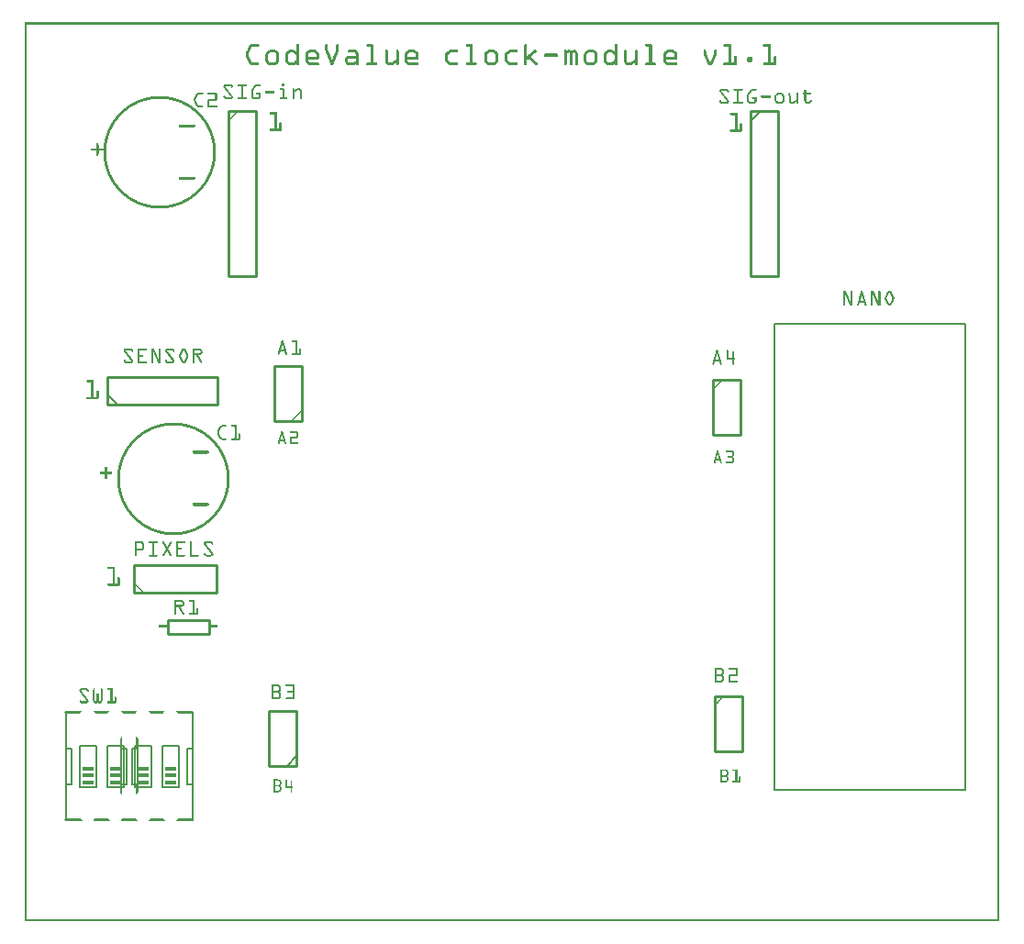
<source format=gto>
G04 MADE WITH FRITZING*
G04 WWW.FRITZING.ORG*
G04 DOUBLE SIDED*
G04 HOLES PLATED*
G04 CONTOUR ON CENTER OF CONTOUR VECTOR*
%ASAXBY*%
%FSLAX23Y23*%
%MOIN*%
%OFA0B0*%
%SFA1.0B1.0*%
%ADD10C,0.410000X0.39*%
%ADD11R,0.040000X0.015000*%
%ADD12C,0.008000*%
%ADD13C,0.010000*%
%ADD14C,0.005000*%
%ADD15R,0.001000X0.001000*%
%LNSILK1*%
G90*
G70*
G54D10*
X540Y1610D03*
X490Y2796D03*
G54D11*
X531Y558D03*
X531Y533D03*
X531Y508D03*
X431Y558D03*
X431Y533D03*
X431Y508D03*
X330Y558D03*
X330Y533D03*
X330Y508D03*
X230Y558D03*
X230Y533D03*
X230Y508D03*
G54D12*
X351Y500D02*
X371Y500D01*
D02*
X371Y500D02*
X371Y630D01*
D02*
X371Y630D02*
X351Y630D01*
D02*
X351Y630D02*
X351Y500D01*
D02*
X611Y370D02*
X611Y500D01*
D02*
X611Y630D02*
X591Y630D01*
D02*
X591Y630D02*
X591Y500D01*
D02*
X591Y500D02*
X611Y500D01*
D02*
X611Y630D02*
X611Y760D01*
D02*
X611Y500D02*
X611Y630D01*
D02*
X501Y640D02*
X501Y490D01*
D02*
X501Y640D02*
X561Y640D01*
D02*
X561Y490D02*
X561Y640D01*
D02*
X561Y490D02*
X501Y490D01*
D02*
X401Y640D02*
X401Y490D01*
D02*
X401Y640D02*
X461Y640D01*
D02*
X461Y490D02*
X461Y640D01*
D02*
X461Y490D02*
X401Y490D01*
D02*
X150Y760D02*
X150Y630D01*
D02*
X150Y500D02*
X170Y500D01*
D02*
X170Y500D02*
X170Y630D01*
D02*
X170Y630D02*
X150Y630D01*
D02*
X150Y500D02*
X150Y370D01*
D02*
X150Y630D02*
X150Y500D01*
D02*
X410Y630D02*
X390Y630D01*
D02*
X390Y630D02*
X390Y500D01*
D02*
X390Y500D02*
X410Y500D01*
D02*
X410Y500D02*
X410Y630D01*
D02*
X300Y640D02*
X300Y490D01*
D02*
X300Y640D02*
X360Y640D01*
D02*
X360Y490D02*
X360Y640D01*
D02*
X360Y490D02*
X300Y490D01*
D02*
X200Y640D02*
X200Y490D01*
D02*
X200Y640D02*
X260Y640D01*
D02*
X260Y490D02*
X260Y640D01*
D02*
X260Y490D02*
X200Y490D01*
G54D13*
D02*
X670Y1048D02*
X520Y1048D01*
D02*
X520Y1048D02*
X520Y1098D01*
D02*
X520Y1098D02*
X670Y1098D01*
D02*
X670Y1098D02*
X670Y1048D01*
D02*
X741Y2945D02*
X741Y2345D01*
D02*
X741Y2345D02*
X841Y2345D01*
D02*
X841Y2345D02*
X841Y2945D01*
D02*
X841Y2945D02*
X741Y2945D01*
D02*
X2639Y2945D02*
X2639Y2345D01*
D02*
X2639Y2345D02*
X2739Y2345D01*
D02*
X2739Y2345D02*
X2739Y2945D01*
D02*
X2739Y2945D02*
X2639Y2945D01*
G54D14*
D02*
X2639Y2910D02*
X2674Y2945D01*
G54D13*
D02*
X989Y567D02*
X989Y767D01*
D02*
X989Y767D02*
X889Y767D01*
D02*
X889Y767D02*
X889Y567D01*
D02*
X889Y567D02*
X989Y567D01*
G54D14*
D02*
X989Y602D02*
X954Y567D01*
G54D13*
D02*
X2509Y821D02*
X2509Y621D01*
D02*
X2509Y621D02*
X2609Y621D01*
D02*
X2609Y621D02*
X2609Y821D01*
D02*
X2609Y821D02*
X2509Y821D01*
D02*
X2502Y1969D02*
X2502Y1769D01*
D02*
X2502Y1769D02*
X2602Y1769D01*
D02*
X2602Y1769D02*
X2602Y1969D01*
D02*
X2602Y1969D02*
X2502Y1969D01*
D02*
X1006Y1820D02*
X1006Y2020D01*
D02*
X1006Y2020D02*
X906Y2020D01*
D02*
X906Y2020D02*
X906Y1820D01*
D02*
X906Y1820D02*
X1006Y1820D01*
D02*
X301Y1881D02*
X701Y1881D01*
D02*
X701Y1881D02*
X701Y1981D01*
D02*
X701Y1981D02*
X301Y1981D01*
D02*
X301Y1981D02*
X301Y1881D01*
G54D14*
D02*
X336Y1881D02*
X301Y1916D01*
G54D13*
D02*
X399Y1195D02*
X699Y1195D01*
D02*
X699Y1195D02*
X699Y1295D01*
D02*
X699Y1295D02*
X399Y1295D01*
D02*
X399Y1295D02*
X399Y1195D01*
G54D12*
X2725Y481D02*
X3417Y481D01*
X3417Y2173D01*
X2725Y2173D01*
X2725Y481D01*
D02*
G54D15*
X0Y3268D02*
X3542Y3268D01*
X0Y3267D02*
X3542Y3267D01*
X0Y3266D02*
X3542Y3266D01*
X0Y3265D02*
X3542Y3265D01*
X0Y3264D02*
X3542Y3264D01*
X0Y3263D02*
X3542Y3263D01*
X0Y3262D02*
X3542Y3262D01*
X0Y3261D02*
X3542Y3261D01*
X0Y3260D02*
X7Y3260D01*
X3535Y3260D02*
X3542Y3260D01*
X0Y3259D02*
X7Y3259D01*
X3535Y3259D02*
X3542Y3259D01*
X0Y3258D02*
X7Y3258D01*
X3535Y3258D02*
X3542Y3258D01*
X0Y3257D02*
X7Y3257D01*
X3535Y3257D02*
X3542Y3257D01*
X0Y3256D02*
X7Y3256D01*
X3535Y3256D02*
X3542Y3256D01*
X0Y3255D02*
X7Y3255D01*
X3535Y3255D02*
X3542Y3255D01*
X0Y3254D02*
X7Y3254D01*
X3535Y3254D02*
X3542Y3254D01*
X0Y3253D02*
X7Y3253D01*
X3535Y3253D02*
X3542Y3253D01*
X0Y3252D02*
X7Y3252D01*
X3535Y3252D02*
X3542Y3252D01*
X0Y3251D02*
X7Y3251D01*
X3535Y3251D02*
X3542Y3251D01*
X0Y3250D02*
X7Y3250D01*
X3535Y3250D02*
X3542Y3250D01*
X0Y3249D02*
X7Y3249D01*
X3535Y3249D02*
X3542Y3249D01*
X0Y3248D02*
X7Y3248D01*
X3535Y3248D02*
X3542Y3248D01*
X0Y3247D02*
X7Y3247D01*
X3535Y3247D02*
X3542Y3247D01*
X0Y3246D02*
X7Y3246D01*
X3535Y3246D02*
X3542Y3246D01*
X0Y3245D02*
X7Y3245D01*
X3535Y3245D02*
X3542Y3245D01*
X0Y3244D02*
X7Y3244D01*
X3535Y3244D02*
X3542Y3244D01*
X0Y3243D02*
X7Y3243D01*
X3535Y3243D02*
X3542Y3243D01*
X0Y3242D02*
X7Y3242D01*
X3535Y3242D02*
X3542Y3242D01*
X0Y3241D02*
X7Y3241D01*
X3535Y3241D02*
X3542Y3241D01*
X0Y3240D02*
X7Y3240D01*
X3535Y3240D02*
X3542Y3240D01*
X0Y3239D02*
X7Y3239D01*
X3535Y3239D02*
X3542Y3239D01*
X0Y3238D02*
X7Y3238D01*
X3535Y3238D02*
X3542Y3238D01*
X0Y3237D02*
X7Y3237D01*
X3535Y3237D02*
X3542Y3237D01*
X0Y3236D02*
X7Y3236D01*
X3535Y3236D02*
X3542Y3236D01*
X0Y3235D02*
X7Y3235D01*
X3535Y3235D02*
X3542Y3235D01*
X0Y3234D02*
X7Y3234D01*
X3535Y3234D02*
X3542Y3234D01*
X0Y3233D02*
X7Y3233D01*
X3535Y3233D02*
X3542Y3233D01*
X0Y3232D02*
X7Y3232D01*
X3535Y3232D02*
X3542Y3232D01*
X0Y3231D02*
X7Y3231D01*
X3535Y3231D02*
X3542Y3231D01*
X0Y3230D02*
X7Y3230D01*
X3535Y3230D02*
X3542Y3230D01*
X0Y3229D02*
X7Y3229D01*
X3535Y3229D02*
X3542Y3229D01*
X0Y3228D02*
X7Y3228D01*
X3535Y3228D02*
X3542Y3228D01*
X0Y3227D02*
X7Y3227D01*
X3535Y3227D02*
X3542Y3227D01*
X0Y3226D02*
X7Y3226D01*
X3535Y3226D02*
X3542Y3226D01*
X0Y3225D02*
X7Y3225D01*
X3535Y3225D02*
X3542Y3225D01*
X0Y3224D02*
X7Y3224D01*
X3535Y3224D02*
X3542Y3224D01*
X0Y3223D02*
X7Y3223D01*
X3535Y3223D02*
X3542Y3223D01*
X0Y3222D02*
X7Y3222D01*
X3535Y3222D02*
X3542Y3222D01*
X0Y3221D02*
X7Y3221D01*
X3535Y3221D02*
X3542Y3221D01*
X0Y3220D02*
X7Y3220D01*
X3535Y3220D02*
X3542Y3220D01*
X0Y3219D02*
X7Y3219D01*
X3535Y3219D02*
X3542Y3219D01*
X0Y3218D02*
X7Y3218D01*
X3535Y3218D02*
X3542Y3218D01*
X0Y3217D02*
X7Y3217D01*
X3535Y3217D02*
X3542Y3217D01*
X0Y3216D02*
X7Y3216D01*
X3535Y3216D02*
X3542Y3216D01*
X0Y3215D02*
X7Y3215D01*
X3535Y3215D02*
X3542Y3215D01*
X0Y3214D02*
X7Y3214D01*
X3535Y3214D02*
X3542Y3214D01*
X0Y3213D02*
X7Y3213D01*
X3535Y3213D02*
X3542Y3213D01*
X0Y3212D02*
X7Y3212D01*
X3535Y3212D02*
X3542Y3212D01*
X0Y3211D02*
X7Y3211D01*
X3535Y3211D02*
X3542Y3211D01*
X0Y3210D02*
X7Y3210D01*
X3535Y3210D02*
X3542Y3210D01*
X0Y3209D02*
X7Y3209D01*
X3535Y3209D02*
X3542Y3209D01*
X0Y3208D02*
X7Y3208D01*
X3535Y3208D02*
X3542Y3208D01*
X0Y3207D02*
X7Y3207D01*
X3535Y3207D02*
X3542Y3207D01*
X0Y3206D02*
X7Y3206D01*
X3535Y3206D02*
X3542Y3206D01*
X0Y3205D02*
X7Y3205D01*
X3535Y3205D02*
X3542Y3205D01*
X0Y3204D02*
X7Y3204D01*
X3535Y3204D02*
X3542Y3204D01*
X0Y3203D02*
X7Y3203D01*
X3535Y3203D02*
X3542Y3203D01*
X0Y3202D02*
X7Y3202D01*
X3535Y3202D02*
X3542Y3202D01*
X0Y3201D02*
X7Y3201D01*
X3535Y3201D02*
X3542Y3201D01*
X0Y3200D02*
X7Y3200D01*
X3535Y3200D02*
X3542Y3200D01*
X0Y3199D02*
X7Y3199D01*
X3535Y3199D02*
X3542Y3199D01*
X0Y3198D02*
X7Y3198D01*
X3535Y3198D02*
X3542Y3198D01*
X0Y3197D02*
X7Y3197D01*
X3535Y3197D02*
X3542Y3197D01*
X0Y3196D02*
X7Y3196D01*
X3535Y3196D02*
X3542Y3196D01*
X0Y3195D02*
X7Y3195D01*
X3535Y3195D02*
X3542Y3195D01*
X0Y3194D02*
X7Y3194D01*
X3535Y3194D02*
X3542Y3194D01*
X0Y3193D02*
X7Y3193D01*
X3535Y3193D02*
X3542Y3193D01*
X0Y3192D02*
X7Y3192D01*
X3535Y3192D02*
X3542Y3192D01*
X0Y3191D02*
X7Y3191D01*
X3535Y3191D02*
X3542Y3191D01*
X0Y3190D02*
X7Y3190D01*
X3535Y3190D02*
X3542Y3190D01*
X0Y3189D02*
X7Y3189D01*
X825Y3189D02*
X850Y3189D01*
X990Y3189D02*
X995Y3189D01*
X1095Y3189D02*
X1100Y3189D01*
X1135Y3189D02*
X1140Y3189D01*
X1245Y3189D02*
X1264Y3189D01*
X1606Y3189D02*
X1626Y3189D01*
X1818Y3189D02*
X1823Y3189D01*
X2147Y3189D02*
X2152Y3189D01*
X2257Y3189D02*
X2276Y3189D01*
X2541Y3189D02*
X2568Y3189D01*
X2686Y3189D02*
X2712Y3189D01*
X3535Y3189D02*
X3542Y3189D01*
X0Y3188D02*
X7Y3188D01*
X822Y3188D02*
X851Y3188D01*
X989Y3188D02*
X996Y3188D01*
X1094Y3188D02*
X1101Y3188D01*
X1134Y3188D02*
X1141Y3188D01*
X1244Y3188D02*
X1265Y3188D01*
X1605Y3188D02*
X1627Y3188D01*
X1817Y3188D02*
X1824Y3188D01*
X2146Y3188D02*
X2153Y3188D01*
X2256Y3188D02*
X2277Y3188D01*
X2540Y3188D02*
X2568Y3188D01*
X2685Y3188D02*
X2712Y3188D01*
X3535Y3188D02*
X3542Y3188D01*
X0Y3187D02*
X7Y3187D01*
X821Y3187D02*
X852Y3187D01*
X989Y3187D02*
X997Y3187D01*
X1093Y3187D02*
X1102Y3187D01*
X1133Y3187D02*
X1141Y3187D01*
X1243Y3187D02*
X1266Y3187D01*
X1604Y3187D02*
X1627Y3187D01*
X1816Y3187D02*
X1825Y3187D01*
X2145Y3187D02*
X2153Y3187D01*
X2255Y3187D02*
X2278Y3187D01*
X2539Y3187D02*
X2568Y3187D01*
X2684Y3187D02*
X2712Y3187D01*
X3535Y3187D02*
X3542Y3187D01*
X0Y3186D02*
X7Y3186D01*
X820Y3186D02*
X852Y3186D01*
X988Y3186D02*
X997Y3186D01*
X1093Y3186D02*
X1102Y3186D01*
X1133Y3186D02*
X1142Y3186D01*
X1243Y3186D02*
X1266Y3186D01*
X1604Y3186D02*
X1628Y3186D01*
X1816Y3186D02*
X1825Y3186D01*
X2145Y3186D02*
X2154Y3186D01*
X2255Y3186D02*
X2278Y3186D01*
X2539Y3186D02*
X2568Y3186D01*
X2684Y3186D02*
X2712Y3186D01*
X3535Y3186D02*
X3542Y3186D01*
X0Y3185D02*
X7Y3185D01*
X819Y3185D02*
X853Y3185D01*
X988Y3185D02*
X997Y3185D01*
X1093Y3185D02*
X1102Y3185D01*
X1133Y3185D02*
X1142Y3185D01*
X1243Y3185D02*
X1266Y3185D01*
X1604Y3185D02*
X1628Y3185D01*
X1816Y3185D02*
X1825Y3185D01*
X2145Y3185D02*
X2154Y3185D01*
X2255Y3185D02*
X2279Y3185D01*
X2539Y3185D02*
X2568Y3185D01*
X2683Y3185D02*
X2712Y3185D01*
X3535Y3185D02*
X3542Y3185D01*
X0Y3184D02*
X7Y3184D01*
X818Y3184D02*
X852Y3184D01*
X988Y3184D02*
X997Y3184D01*
X1093Y3184D02*
X1102Y3184D01*
X1133Y3184D02*
X1142Y3184D01*
X1243Y3184D02*
X1267Y3184D01*
X1604Y3184D02*
X1628Y3184D01*
X1816Y3184D02*
X1825Y3184D01*
X2145Y3184D02*
X2154Y3184D01*
X2255Y3184D02*
X2279Y3184D01*
X2539Y3184D02*
X2568Y3184D01*
X2684Y3184D02*
X2712Y3184D01*
X3535Y3184D02*
X3542Y3184D01*
X0Y3183D02*
X7Y3183D01*
X817Y3183D02*
X852Y3183D01*
X988Y3183D02*
X997Y3183D01*
X1093Y3183D02*
X1102Y3183D01*
X1133Y3183D02*
X1142Y3183D01*
X1243Y3183D02*
X1267Y3183D01*
X1604Y3183D02*
X1628Y3183D01*
X1816Y3183D02*
X1825Y3183D01*
X2145Y3183D02*
X2154Y3183D01*
X2255Y3183D02*
X2279Y3183D01*
X2539Y3183D02*
X2568Y3183D01*
X2684Y3183D02*
X2712Y3183D01*
X3535Y3183D02*
X3542Y3183D01*
X0Y3182D02*
X7Y3182D01*
X817Y3182D02*
X852Y3182D01*
X988Y3182D02*
X997Y3182D01*
X1093Y3182D02*
X1102Y3182D01*
X1133Y3182D02*
X1142Y3182D01*
X1244Y3182D02*
X1267Y3182D01*
X1605Y3182D02*
X1628Y3182D01*
X1816Y3182D02*
X1825Y3182D01*
X2145Y3182D02*
X2154Y3182D01*
X2256Y3182D02*
X2279Y3182D01*
X2540Y3182D02*
X2568Y3182D01*
X2684Y3182D02*
X2712Y3182D01*
X3535Y3182D02*
X3542Y3182D01*
X0Y3181D02*
X7Y3181D01*
X816Y3181D02*
X851Y3181D01*
X988Y3181D02*
X997Y3181D01*
X1093Y3181D02*
X1102Y3181D01*
X1133Y3181D02*
X1142Y3181D01*
X1245Y3181D02*
X1267Y3181D01*
X1606Y3181D02*
X1628Y3181D01*
X1816Y3181D02*
X1825Y3181D01*
X2145Y3181D02*
X2154Y3181D01*
X2257Y3181D02*
X2279Y3181D01*
X2541Y3181D02*
X2568Y3181D01*
X2685Y3181D02*
X2712Y3181D01*
X3535Y3181D02*
X3542Y3181D01*
X0Y3180D02*
X7Y3180D01*
X816Y3180D02*
X848Y3180D01*
X988Y3180D02*
X997Y3180D01*
X1093Y3180D02*
X1102Y3180D01*
X1133Y3180D02*
X1142Y3180D01*
X1247Y3180D02*
X1267Y3180D01*
X1608Y3180D02*
X1628Y3180D01*
X1816Y3180D02*
X1825Y3180D01*
X2145Y3180D02*
X2154Y3180D01*
X2259Y3180D02*
X2279Y3180D01*
X2543Y3180D02*
X2568Y3180D01*
X2688Y3180D02*
X2712Y3180D01*
X3535Y3180D02*
X3542Y3180D01*
X0Y3179D02*
X7Y3179D01*
X815Y3179D02*
X826Y3179D01*
X988Y3179D02*
X997Y3179D01*
X1093Y3179D02*
X1102Y3179D01*
X1133Y3179D02*
X1142Y3179D01*
X1257Y3179D02*
X1267Y3179D01*
X1619Y3179D02*
X1628Y3179D01*
X1816Y3179D02*
X1825Y3179D01*
X2145Y3179D02*
X2154Y3179D01*
X2269Y3179D02*
X2279Y3179D01*
X2559Y3179D02*
X2568Y3179D01*
X2703Y3179D02*
X2712Y3179D01*
X3535Y3179D02*
X3542Y3179D01*
X0Y3178D02*
X7Y3178D01*
X815Y3178D02*
X825Y3178D01*
X988Y3178D02*
X997Y3178D01*
X1093Y3178D02*
X1102Y3178D01*
X1133Y3178D02*
X1142Y3178D01*
X1257Y3178D02*
X1267Y3178D01*
X1619Y3178D02*
X1628Y3178D01*
X1816Y3178D02*
X1825Y3178D01*
X2145Y3178D02*
X2154Y3178D01*
X2269Y3178D02*
X2279Y3178D01*
X2559Y3178D02*
X2568Y3178D01*
X2703Y3178D02*
X2712Y3178D01*
X3535Y3178D02*
X3542Y3178D01*
X0Y3177D02*
X7Y3177D01*
X814Y3177D02*
X825Y3177D01*
X988Y3177D02*
X997Y3177D01*
X1093Y3177D02*
X1102Y3177D01*
X1133Y3177D02*
X1142Y3177D01*
X1257Y3177D02*
X1267Y3177D01*
X1619Y3177D02*
X1628Y3177D01*
X1816Y3177D02*
X1825Y3177D01*
X2145Y3177D02*
X2154Y3177D01*
X2269Y3177D02*
X2279Y3177D01*
X2559Y3177D02*
X2568Y3177D01*
X2703Y3177D02*
X2712Y3177D01*
X3535Y3177D02*
X3542Y3177D01*
X0Y3176D02*
X7Y3176D01*
X814Y3176D02*
X824Y3176D01*
X988Y3176D02*
X997Y3176D01*
X1093Y3176D02*
X1102Y3176D01*
X1133Y3176D02*
X1142Y3176D01*
X1257Y3176D02*
X1267Y3176D01*
X1619Y3176D02*
X1628Y3176D01*
X1816Y3176D02*
X1825Y3176D01*
X2145Y3176D02*
X2154Y3176D01*
X2269Y3176D02*
X2279Y3176D01*
X2559Y3176D02*
X2568Y3176D01*
X2703Y3176D02*
X2712Y3176D01*
X3535Y3176D02*
X3542Y3176D01*
X0Y3175D02*
X7Y3175D01*
X813Y3175D02*
X823Y3175D01*
X988Y3175D02*
X997Y3175D01*
X1093Y3175D02*
X1102Y3175D01*
X1133Y3175D02*
X1142Y3175D01*
X1257Y3175D02*
X1267Y3175D01*
X1619Y3175D02*
X1628Y3175D01*
X1816Y3175D02*
X1825Y3175D01*
X2145Y3175D02*
X2154Y3175D01*
X2269Y3175D02*
X2279Y3175D01*
X2559Y3175D02*
X2568Y3175D01*
X2703Y3175D02*
X2712Y3175D01*
X3535Y3175D02*
X3542Y3175D01*
X0Y3174D02*
X7Y3174D01*
X813Y3174D02*
X823Y3174D01*
X988Y3174D02*
X997Y3174D01*
X1093Y3174D02*
X1102Y3174D01*
X1133Y3174D02*
X1142Y3174D01*
X1257Y3174D02*
X1267Y3174D01*
X1619Y3174D02*
X1628Y3174D01*
X1816Y3174D02*
X1825Y3174D01*
X2145Y3174D02*
X2154Y3174D01*
X2269Y3174D02*
X2279Y3174D01*
X2559Y3174D02*
X2568Y3174D01*
X2703Y3174D02*
X2712Y3174D01*
X3535Y3174D02*
X3542Y3174D01*
X0Y3173D02*
X7Y3173D01*
X812Y3173D02*
X822Y3173D01*
X988Y3173D02*
X997Y3173D01*
X1093Y3173D02*
X1102Y3173D01*
X1133Y3173D02*
X1142Y3173D01*
X1257Y3173D02*
X1267Y3173D01*
X1619Y3173D02*
X1628Y3173D01*
X1816Y3173D02*
X1825Y3173D01*
X2145Y3173D02*
X2154Y3173D01*
X2269Y3173D02*
X2279Y3173D01*
X2559Y3173D02*
X2568Y3173D01*
X2703Y3173D02*
X2712Y3173D01*
X3535Y3173D02*
X3542Y3173D01*
X0Y3172D02*
X7Y3172D01*
X812Y3172D02*
X822Y3172D01*
X988Y3172D02*
X997Y3172D01*
X1093Y3172D02*
X1102Y3172D01*
X1133Y3172D02*
X1142Y3172D01*
X1257Y3172D02*
X1267Y3172D01*
X1619Y3172D02*
X1628Y3172D01*
X1816Y3172D02*
X1825Y3172D01*
X2145Y3172D02*
X2154Y3172D01*
X2269Y3172D02*
X2279Y3172D01*
X2559Y3172D02*
X2568Y3172D01*
X2703Y3172D02*
X2712Y3172D01*
X3535Y3172D02*
X3542Y3172D01*
X0Y3171D02*
X7Y3171D01*
X811Y3171D02*
X821Y3171D01*
X988Y3171D02*
X997Y3171D01*
X1093Y3171D02*
X1102Y3171D01*
X1133Y3171D02*
X1142Y3171D01*
X1257Y3171D02*
X1267Y3171D01*
X1619Y3171D02*
X1628Y3171D01*
X1816Y3171D02*
X1825Y3171D01*
X2145Y3171D02*
X2154Y3171D01*
X2269Y3171D02*
X2279Y3171D01*
X2559Y3171D02*
X2568Y3171D01*
X2703Y3171D02*
X2712Y3171D01*
X3535Y3171D02*
X3542Y3171D01*
X0Y3170D02*
X7Y3170D01*
X811Y3170D02*
X821Y3170D01*
X988Y3170D02*
X997Y3170D01*
X1093Y3170D02*
X1102Y3170D01*
X1133Y3170D02*
X1142Y3170D01*
X1257Y3170D02*
X1267Y3170D01*
X1619Y3170D02*
X1628Y3170D01*
X1816Y3170D02*
X1825Y3170D01*
X2145Y3170D02*
X2154Y3170D01*
X2269Y3170D02*
X2279Y3170D01*
X2559Y3170D02*
X2568Y3170D01*
X2703Y3170D02*
X2712Y3170D01*
X3535Y3170D02*
X3542Y3170D01*
X0Y3169D02*
X7Y3169D01*
X810Y3169D02*
X820Y3169D01*
X988Y3169D02*
X997Y3169D01*
X1093Y3169D02*
X1102Y3169D01*
X1133Y3169D02*
X1142Y3169D01*
X1257Y3169D02*
X1267Y3169D01*
X1619Y3169D02*
X1628Y3169D01*
X1816Y3169D02*
X1825Y3169D01*
X2145Y3169D02*
X2154Y3169D01*
X2269Y3169D02*
X2279Y3169D01*
X2559Y3169D02*
X2568Y3169D01*
X2703Y3169D02*
X2712Y3169D01*
X3535Y3169D02*
X3542Y3169D01*
X0Y3168D02*
X7Y3168D01*
X810Y3168D02*
X820Y3168D01*
X890Y3168D02*
X911Y3168D01*
X962Y3168D02*
X978Y3168D01*
X988Y3168D02*
X997Y3168D01*
X1035Y3168D02*
X1056Y3168D01*
X1093Y3168D02*
X1102Y3168D01*
X1132Y3168D02*
X1142Y3168D01*
X1178Y3168D02*
X1203Y3168D01*
X1257Y3168D02*
X1267Y3168D01*
X1312Y3168D02*
X1316Y3168D01*
X1352Y3168D02*
X1356Y3168D01*
X1396Y3168D02*
X1417Y3168D01*
X1546Y3168D02*
X1573Y3168D01*
X1619Y3168D02*
X1628Y3168D01*
X1685Y3168D02*
X1706Y3168D01*
X1763Y3168D02*
X1790Y3168D01*
X1816Y3168D02*
X1825Y3168D01*
X1853Y3168D02*
X1857Y3168D01*
X1962Y3168D02*
X1966Y3168D01*
X1974Y3168D02*
X1981Y3168D01*
X1994Y3168D02*
X2000Y3168D01*
X2047Y3168D02*
X2068Y3168D01*
X2119Y3168D02*
X2135Y3168D01*
X2145Y3168D02*
X2154Y3168D01*
X2180Y3168D02*
X2184Y3168D01*
X2220Y3168D02*
X2224Y3168D01*
X2269Y3168D02*
X2279Y3168D01*
X2336Y3168D02*
X2357Y3168D01*
X2469Y3168D02*
X2473Y3168D01*
X2509Y3168D02*
X2513Y3168D01*
X2559Y3168D02*
X2568Y3168D01*
X2703Y3168D02*
X2712Y3168D01*
X3535Y3168D02*
X3542Y3168D01*
X0Y3167D02*
X7Y3167D01*
X809Y3167D02*
X819Y3167D01*
X888Y3167D02*
X913Y3167D01*
X960Y3167D02*
X980Y3167D01*
X988Y3167D02*
X997Y3167D01*
X1032Y3167D02*
X1058Y3167D01*
X1093Y3167D02*
X1103Y3167D01*
X1132Y3167D02*
X1142Y3167D01*
X1176Y3167D02*
X1205Y3167D01*
X1257Y3167D02*
X1267Y3167D01*
X1311Y3167D02*
X1318Y3167D01*
X1351Y3167D02*
X1357Y3167D01*
X1394Y3167D02*
X1419Y3167D01*
X1543Y3167D02*
X1574Y3167D01*
X1619Y3167D02*
X1628Y3167D01*
X1683Y3167D02*
X1708Y3167D01*
X1760Y3167D02*
X1791Y3167D01*
X1816Y3167D02*
X1825Y3167D01*
X1852Y3167D02*
X1858Y3167D01*
X1961Y3167D02*
X1967Y3167D01*
X1972Y3167D02*
X1983Y3167D01*
X1992Y3167D02*
X2002Y3167D01*
X2044Y3167D02*
X2070Y3167D01*
X2117Y3167D02*
X2137Y3167D01*
X2145Y3167D02*
X2154Y3167D01*
X2179Y3167D02*
X2185Y3167D01*
X2218Y3167D02*
X2225Y3167D01*
X2269Y3167D02*
X2279Y3167D01*
X2333Y3167D02*
X2359Y3167D01*
X2468Y3167D02*
X2474Y3167D01*
X2508Y3167D02*
X2514Y3167D01*
X2559Y3167D02*
X2568Y3167D01*
X2703Y3167D02*
X2712Y3167D01*
X3535Y3167D02*
X3542Y3167D01*
X0Y3166D02*
X7Y3166D01*
X809Y3166D02*
X819Y3166D01*
X886Y3166D02*
X915Y3166D01*
X958Y3166D02*
X982Y3166D01*
X988Y3166D02*
X997Y3166D01*
X1031Y3166D02*
X1060Y3166D01*
X1093Y3166D02*
X1103Y3166D01*
X1132Y3166D02*
X1141Y3166D01*
X1176Y3166D02*
X1206Y3166D01*
X1257Y3166D02*
X1267Y3166D01*
X1310Y3166D02*
X1318Y3166D01*
X1350Y3166D02*
X1358Y3166D01*
X1392Y3166D02*
X1421Y3166D01*
X1541Y3166D02*
X1575Y3166D01*
X1619Y3166D02*
X1628Y3166D01*
X1681Y3166D02*
X1710Y3166D01*
X1758Y3166D02*
X1792Y3166D01*
X1816Y3166D02*
X1825Y3166D01*
X1851Y3166D02*
X1859Y3166D01*
X1960Y3166D02*
X1968Y3166D01*
X1970Y3166D02*
X1985Y3166D01*
X1990Y3166D02*
X2004Y3166D01*
X2043Y3166D02*
X2071Y3166D01*
X2115Y3166D02*
X2139Y3166D01*
X2145Y3166D02*
X2154Y3166D01*
X2178Y3166D02*
X2186Y3166D01*
X2218Y3166D02*
X2226Y3166D01*
X2269Y3166D02*
X2279Y3166D01*
X2332Y3166D02*
X2361Y3166D01*
X2467Y3166D02*
X2475Y3166D01*
X2507Y3166D02*
X2515Y3166D01*
X2559Y3166D02*
X2568Y3166D01*
X2703Y3166D02*
X2712Y3166D01*
X3535Y3166D02*
X3542Y3166D01*
X0Y3165D02*
X7Y3165D01*
X808Y3165D02*
X818Y3165D01*
X885Y3165D02*
X916Y3165D01*
X957Y3165D02*
X984Y3165D01*
X988Y3165D02*
X997Y3165D01*
X1029Y3165D02*
X1061Y3165D01*
X1094Y3165D02*
X1104Y3165D01*
X1131Y3165D02*
X1141Y3165D01*
X1175Y3165D02*
X1208Y3165D01*
X1257Y3165D02*
X1267Y3165D01*
X1310Y3165D02*
X1319Y3165D01*
X1350Y3165D02*
X1358Y3165D01*
X1391Y3165D02*
X1422Y3165D01*
X1540Y3165D02*
X1575Y3165D01*
X1619Y3165D02*
X1628Y3165D01*
X1680Y3165D02*
X1711Y3165D01*
X1757Y3165D02*
X1792Y3165D01*
X1816Y3165D02*
X1825Y3165D01*
X1849Y3165D02*
X1859Y3165D01*
X1960Y3165D02*
X1986Y3165D01*
X1989Y3165D02*
X2005Y3165D01*
X2041Y3165D02*
X2073Y3165D01*
X2114Y3165D02*
X2140Y3165D01*
X2145Y3165D02*
X2154Y3165D01*
X2178Y3165D02*
X2186Y3165D01*
X2217Y3165D02*
X2226Y3165D01*
X2269Y3165D02*
X2279Y3165D01*
X2331Y3165D02*
X2362Y3165D01*
X2467Y3165D02*
X2475Y3165D01*
X2506Y3165D02*
X2515Y3165D01*
X2559Y3165D02*
X2568Y3165D01*
X2703Y3165D02*
X2712Y3165D01*
X3535Y3165D02*
X3542Y3165D01*
X0Y3164D02*
X7Y3164D01*
X808Y3164D02*
X818Y3164D01*
X884Y3164D02*
X917Y3164D01*
X956Y3164D02*
X985Y3164D01*
X988Y3164D02*
X997Y3164D01*
X1028Y3164D02*
X1062Y3164D01*
X1094Y3164D02*
X1104Y3164D01*
X1131Y3164D02*
X1141Y3164D01*
X1175Y3164D02*
X1209Y3164D01*
X1257Y3164D02*
X1267Y3164D01*
X1310Y3164D02*
X1319Y3164D01*
X1350Y3164D02*
X1359Y3164D01*
X1390Y3164D02*
X1424Y3164D01*
X1539Y3164D02*
X1575Y3164D01*
X1619Y3164D02*
X1628Y3164D01*
X1679Y3164D02*
X1713Y3164D01*
X1756Y3164D02*
X1792Y3164D01*
X1816Y3164D02*
X1825Y3164D01*
X1848Y3164D02*
X1860Y3164D01*
X1960Y3164D02*
X2006Y3164D01*
X2040Y3164D02*
X2074Y3164D01*
X2113Y3164D02*
X2141Y3164D01*
X2145Y3164D02*
X2154Y3164D01*
X2177Y3164D02*
X2186Y3164D01*
X2217Y3164D02*
X2226Y3164D01*
X2269Y3164D02*
X2279Y3164D01*
X2329Y3164D02*
X2363Y3164D01*
X2467Y3164D02*
X2476Y3164D01*
X2506Y3164D02*
X2515Y3164D01*
X2559Y3164D02*
X2568Y3164D01*
X2703Y3164D02*
X2712Y3164D01*
X3535Y3164D02*
X3542Y3164D01*
X0Y3163D02*
X7Y3163D01*
X807Y3163D02*
X817Y3163D01*
X882Y3163D02*
X919Y3163D01*
X955Y3163D02*
X986Y3163D01*
X988Y3163D02*
X997Y3163D01*
X1027Y3163D02*
X1063Y3163D01*
X1095Y3163D02*
X1104Y3163D01*
X1130Y3163D02*
X1140Y3163D01*
X1175Y3163D02*
X1210Y3163D01*
X1257Y3163D02*
X1267Y3163D01*
X1310Y3163D02*
X1319Y3163D01*
X1350Y3163D02*
X1359Y3163D01*
X1389Y3163D02*
X1425Y3163D01*
X1538Y3163D02*
X1575Y3163D01*
X1619Y3163D02*
X1628Y3163D01*
X1678Y3163D02*
X1714Y3163D01*
X1755Y3163D02*
X1792Y3163D01*
X1816Y3163D02*
X1825Y3163D01*
X1847Y3163D02*
X1860Y3163D01*
X1960Y3163D02*
X2007Y3163D01*
X2039Y3163D02*
X2075Y3163D01*
X2111Y3163D02*
X2142Y3163D01*
X2145Y3163D02*
X2154Y3163D01*
X2177Y3163D02*
X2186Y3163D01*
X2217Y3163D02*
X2226Y3163D01*
X2269Y3163D02*
X2279Y3163D01*
X2328Y3163D02*
X2364Y3163D01*
X2467Y3163D02*
X2476Y3163D01*
X2506Y3163D02*
X2515Y3163D01*
X2559Y3163D02*
X2568Y3163D01*
X2703Y3163D02*
X2712Y3163D01*
X3535Y3163D02*
X3542Y3163D01*
X0Y3162D02*
X7Y3162D01*
X807Y3162D02*
X817Y3162D01*
X881Y3162D02*
X920Y3162D01*
X954Y3162D02*
X997Y3162D01*
X1026Y3162D02*
X1064Y3162D01*
X1095Y3162D02*
X1105Y3162D01*
X1130Y3162D02*
X1140Y3162D01*
X1176Y3162D02*
X1210Y3162D01*
X1257Y3162D02*
X1267Y3162D01*
X1310Y3162D02*
X1319Y3162D01*
X1350Y3162D02*
X1359Y3162D01*
X1387Y3162D02*
X1426Y3162D01*
X1537Y3162D02*
X1575Y3162D01*
X1619Y3162D02*
X1628Y3162D01*
X1677Y3162D02*
X1715Y3162D01*
X1753Y3162D02*
X1792Y3162D01*
X1816Y3162D02*
X1825Y3162D01*
X1846Y3162D02*
X1859Y3162D01*
X1960Y3162D02*
X2007Y3162D01*
X2038Y3162D02*
X2076Y3162D01*
X2110Y3162D02*
X2154Y3162D01*
X2177Y3162D02*
X2186Y3162D01*
X2217Y3162D02*
X2226Y3162D01*
X2269Y3162D02*
X2279Y3162D01*
X2327Y3162D02*
X2366Y3162D01*
X2467Y3162D02*
X2476Y3162D01*
X2506Y3162D02*
X2515Y3162D01*
X2559Y3162D02*
X2568Y3162D01*
X2703Y3162D02*
X2712Y3162D01*
X3535Y3162D02*
X3542Y3162D01*
X0Y3161D02*
X7Y3161D01*
X806Y3161D02*
X816Y3161D01*
X880Y3161D02*
X921Y3161D01*
X953Y3161D02*
X997Y3161D01*
X1025Y3161D02*
X1065Y3161D01*
X1095Y3161D02*
X1105Y3161D01*
X1130Y3161D02*
X1139Y3161D01*
X1176Y3161D02*
X1211Y3161D01*
X1257Y3161D02*
X1267Y3161D01*
X1310Y3161D02*
X1319Y3161D01*
X1350Y3161D02*
X1359Y3161D01*
X1386Y3161D02*
X1427Y3161D01*
X1535Y3161D02*
X1575Y3161D01*
X1619Y3161D02*
X1628Y3161D01*
X1676Y3161D02*
X1716Y3161D01*
X1752Y3161D02*
X1792Y3161D01*
X1816Y3161D02*
X1825Y3161D01*
X1845Y3161D02*
X1859Y3161D01*
X1960Y3161D02*
X2008Y3161D01*
X2037Y3161D02*
X2077Y3161D01*
X2109Y3161D02*
X2154Y3161D01*
X2177Y3161D02*
X2186Y3161D01*
X2217Y3161D02*
X2226Y3161D01*
X2269Y3161D02*
X2279Y3161D01*
X2326Y3161D02*
X2366Y3161D01*
X2467Y3161D02*
X2476Y3161D01*
X2506Y3161D02*
X2515Y3161D01*
X2559Y3161D02*
X2568Y3161D01*
X2703Y3161D02*
X2712Y3161D01*
X3535Y3161D02*
X3542Y3161D01*
X0Y3160D02*
X7Y3160D01*
X806Y3160D02*
X816Y3160D01*
X879Y3160D02*
X922Y3160D01*
X952Y3160D02*
X997Y3160D01*
X1024Y3160D02*
X1066Y3160D01*
X1096Y3160D02*
X1106Y3160D01*
X1129Y3160D02*
X1139Y3160D01*
X1177Y3160D02*
X1211Y3160D01*
X1257Y3160D02*
X1267Y3160D01*
X1310Y3160D02*
X1319Y3160D01*
X1350Y3160D02*
X1359Y3160D01*
X1386Y3160D02*
X1428Y3160D01*
X1534Y3160D02*
X1574Y3160D01*
X1619Y3160D02*
X1628Y3160D01*
X1675Y3160D02*
X1717Y3160D01*
X1751Y3160D02*
X1791Y3160D01*
X1816Y3160D02*
X1825Y3160D01*
X1844Y3160D02*
X1858Y3160D01*
X1960Y3160D02*
X2008Y3160D01*
X2036Y3160D02*
X2078Y3160D01*
X2109Y3160D02*
X2154Y3160D01*
X2177Y3160D02*
X2187Y3160D01*
X2217Y3160D02*
X2226Y3160D01*
X2269Y3160D02*
X2279Y3160D01*
X2325Y3160D02*
X2367Y3160D01*
X2467Y3160D02*
X2476Y3160D01*
X2506Y3160D02*
X2515Y3160D01*
X2559Y3160D02*
X2568Y3160D01*
X2703Y3160D02*
X2712Y3160D01*
X3535Y3160D02*
X3542Y3160D01*
X0Y3159D02*
X7Y3159D01*
X805Y3159D02*
X815Y3159D01*
X879Y3159D02*
X922Y3159D01*
X951Y3159D02*
X997Y3159D01*
X1023Y3159D02*
X1067Y3159D01*
X1096Y3159D02*
X1106Y3159D01*
X1129Y3159D02*
X1139Y3159D01*
X1179Y3159D02*
X1212Y3159D01*
X1257Y3159D02*
X1267Y3159D01*
X1310Y3159D02*
X1319Y3159D01*
X1350Y3159D02*
X1359Y3159D01*
X1385Y3159D02*
X1428Y3159D01*
X1533Y3159D02*
X1572Y3159D01*
X1619Y3159D02*
X1628Y3159D01*
X1674Y3159D02*
X1718Y3159D01*
X1750Y3159D02*
X1789Y3159D01*
X1816Y3159D02*
X1825Y3159D01*
X1842Y3159D02*
X1857Y3159D01*
X1960Y3159D02*
X2008Y3159D01*
X2035Y3159D02*
X2079Y3159D01*
X2108Y3159D02*
X2154Y3159D01*
X2178Y3159D02*
X2187Y3159D01*
X2217Y3159D02*
X2226Y3159D01*
X2269Y3159D02*
X2279Y3159D01*
X2325Y3159D02*
X2368Y3159D01*
X2467Y3159D02*
X2476Y3159D01*
X2506Y3159D02*
X2515Y3159D01*
X2559Y3159D02*
X2568Y3159D01*
X2703Y3159D02*
X2712Y3159D01*
X3535Y3159D02*
X3542Y3159D01*
X0Y3158D02*
X7Y3158D01*
X805Y3158D02*
X815Y3158D01*
X878Y3158D02*
X891Y3158D01*
X910Y3158D02*
X923Y3158D01*
X950Y3158D02*
X964Y3158D01*
X977Y3158D02*
X997Y3158D01*
X1023Y3158D02*
X1036Y3158D01*
X1054Y3158D02*
X1068Y3158D01*
X1096Y3158D02*
X1106Y3158D01*
X1128Y3158D02*
X1138Y3158D01*
X1201Y3158D02*
X1212Y3158D01*
X1257Y3158D02*
X1267Y3158D01*
X1310Y3158D02*
X1319Y3158D01*
X1350Y3158D02*
X1359Y3158D01*
X1384Y3158D02*
X1397Y3158D01*
X1416Y3158D02*
X1429Y3158D01*
X1532Y3158D02*
X1547Y3158D01*
X1619Y3158D02*
X1628Y3158D01*
X1673Y3158D02*
X1686Y3158D01*
X1705Y3158D02*
X1718Y3158D01*
X1749Y3158D02*
X1764Y3158D01*
X1816Y3158D02*
X1825Y3158D01*
X1841Y3158D02*
X1856Y3158D01*
X1960Y3158D02*
X1976Y3158D01*
X1980Y3158D02*
X1995Y3158D01*
X1999Y3158D02*
X2008Y3158D01*
X2035Y3158D02*
X2048Y3158D01*
X2067Y3158D02*
X2080Y3158D01*
X2107Y3158D02*
X2120Y3158D01*
X2134Y3158D02*
X2154Y3158D01*
X2178Y3158D02*
X2187Y3158D01*
X2217Y3158D02*
X2226Y3158D01*
X2269Y3158D02*
X2279Y3158D01*
X2324Y3158D02*
X2337Y3158D01*
X2356Y3158D02*
X2369Y3158D01*
X2467Y3158D02*
X2476Y3158D01*
X2506Y3158D02*
X2515Y3158D01*
X2559Y3158D02*
X2568Y3158D01*
X2703Y3158D02*
X2712Y3158D01*
X3535Y3158D02*
X3542Y3158D01*
X0Y3157D02*
X7Y3157D01*
X805Y3157D02*
X814Y3157D01*
X878Y3157D02*
X890Y3157D01*
X911Y3157D02*
X924Y3157D01*
X950Y3157D02*
X962Y3157D01*
X978Y3157D02*
X997Y3157D01*
X1022Y3157D02*
X1034Y3157D01*
X1056Y3157D02*
X1068Y3157D01*
X1097Y3157D02*
X1107Y3157D01*
X1128Y3157D02*
X1138Y3157D01*
X1202Y3157D02*
X1212Y3157D01*
X1257Y3157D02*
X1267Y3157D01*
X1310Y3157D02*
X1319Y3157D01*
X1350Y3157D02*
X1359Y3157D01*
X1384Y3157D02*
X1396Y3157D01*
X1417Y3157D02*
X1430Y3157D01*
X1531Y3157D02*
X1546Y3157D01*
X1619Y3157D02*
X1628Y3157D01*
X1673Y3157D02*
X1685Y3157D01*
X1707Y3157D02*
X1719Y3157D01*
X1748Y3157D02*
X1762Y3157D01*
X1816Y3157D02*
X1825Y3157D01*
X1840Y3157D02*
X1855Y3157D01*
X1960Y3157D02*
X1974Y3157D01*
X1980Y3157D02*
X1994Y3157D01*
X1999Y3157D02*
X2009Y3157D01*
X2034Y3157D02*
X2047Y3157D01*
X2068Y3157D02*
X2080Y3157D01*
X2106Y3157D02*
X2119Y3157D01*
X2135Y3157D02*
X2154Y3157D01*
X2178Y3157D02*
X2187Y3157D01*
X2217Y3157D02*
X2226Y3157D01*
X2269Y3157D02*
X2279Y3157D01*
X2323Y3157D02*
X2336Y3157D01*
X2357Y3157D02*
X2369Y3157D01*
X2467Y3157D02*
X2476Y3157D01*
X2506Y3157D02*
X2515Y3157D01*
X2559Y3157D02*
X2568Y3157D01*
X2703Y3157D02*
X2712Y3157D01*
X3535Y3157D02*
X3542Y3157D01*
X0Y3156D02*
X7Y3156D01*
X804Y3156D02*
X814Y3156D01*
X877Y3156D02*
X889Y3156D01*
X913Y3156D02*
X924Y3156D01*
X949Y3156D02*
X961Y3156D01*
X979Y3156D02*
X997Y3156D01*
X1022Y3156D02*
X1033Y3156D01*
X1057Y3156D02*
X1069Y3156D01*
X1097Y3156D02*
X1107Y3156D01*
X1128Y3156D02*
X1138Y3156D01*
X1203Y3156D02*
X1213Y3156D01*
X1257Y3156D02*
X1267Y3156D01*
X1310Y3156D02*
X1319Y3156D01*
X1350Y3156D02*
X1359Y3156D01*
X1383Y3156D02*
X1395Y3156D01*
X1419Y3156D02*
X1430Y3156D01*
X1530Y3156D02*
X1544Y3156D01*
X1619Y3156D02*
X1628Y3156D01*
X1672Y3156D02*
X1684Y3156D01*
X1708Y3156D02*
X1719Y3156D01*
X1747Y3156D02*
X1761Y3156D01*
X1816Y3156D02*
X1825Y3156D01*
X1839Y3156D02*
X1853Y3156D01*
X1893Y3156D02*
X1932Y3156D01*
X1960Y3156D02*
X1973Y3156D01*
X1980Y3156D02*
X1993Y3156D01*
X2000Y3156D02*
X2009Y3156D01*
X2034Y3156D02*
X2045Y3156D01*
X2069Y3156D02*
X2081Y3156D01*
X2106Y3156D02*
X2118Y3156D01*
X2136Y3156D02*
X2154Y3156D01*
X2178Y3156D02*
X2187Y3156D01*
X2217Y3156D02*
X2226Y3156D01*
X2269Y3156D02*
X2279Y3156D01*
X2323Y3156D02*
X2334Y3156D01*
X2359Y3156D02*
X2370Y3156D01*
X2467Y3156D02*
X2476Y3156D01*
X2506Y3156D02*
X2515Y3156D01*
X2559Y3156D02*
X2568Y3156D01*
X2703Y3156D02*
X2712Y3156D01*
X3535Y3156D02*
X3542Y3156D01*
X0Y3155D02*
X7Y3155D01*
X804Y3155D02*
X814Y3155D01*
X877Y3155D02*
X888Y3155D01*
X914Y3155D02*
X924Y3155D01*
X949Y3155D02*
X960Y3155D01*
X981Y3155D02*
X997Y3155D01*
X1021Y3155D02*
X1032Y3155D01*
X1058Y3155D02*
X1069Y3155D01*
X1098Y3155D02*
X1108Y3155D01*
X1127Y3155D02*
X1137Y3155D01*
X1203Y3155D02*
X1213Y3155D01*
X1257Y3155D02*
X1267Y3155D01*
X1310Y3155D02*
X1319Y3155D01*
X1350Y3155D02*
X1359Y3155D01*
X1383Y3155D02*
X1394Y3155D01*
X1420Y3155D02*
X1430Y3155D01*
X1529Y3155D02*
X1543Y3155D01*
X1619Y3155D02*
X1628Y3155D01*
X1672Y3155D02*
X1683Y3155D01*
X1709Y3155D02*
X1719Y3155D01*
X1746Y3155D02*
X1760Y3155D01*
X1816Y3155D02*
X1825Y3155D01*
X1838Y3155D02*
X1852Y3155D01*
X1890Y3155D02*
X1935Y3155D01*
X1960Y3155D02*
X1972Y3155D01*
X1980Y3155D02*
X1992Y3155D01*
X2000Y3155D02*
X2009Y3155D01*
X2034Y3155D02*
X2044Y3155D01*
X2070Y3155D02*
X2081Y3155D01*
X2106Y3155D02*
X2117Y3155D01*
X2137Y3155D02*
X2154Y3155D01*
X2178Y3155D02*
X2187Y3155D01*
X2217Y3155D02*
X2226Y3155D01*
X2269Y3155D02*
X2279Y3155D01*
X2323Y3155D02*
X2333Y3155D01*
X2360Y3155D02*
X2370Y3155D01*
X2467Y3155D02*
X2476Y3155D01*
X2506Y3155D02*
X2515Y3155D01*
X2559Y3155D02*
X2568Y3155D01*
X2703Y3155D02*
X2712Y3155D01*
X3535Y3155D02*
X3542Y3155D01*
X0Y3154D02*
X7Y3154D01*
X804Y3154D02*
X813Y3154D01*
X877Y3154D02*
X887Y3154D01*
X915Y3154D02*
X925Y3154D01*
X949Y3154D02*
X959Y3154D01*
X982Y3154D02*
X997Y3154D01*
X1021Y3154D02*
X1031Y3154D01*
X1059Y3154D02*
X1069Y3154D01*
X1098Y3154D02*
X1108Y3154D01*
X1127Y3154D02*
X1137Y3154D01*
X1203Y3154D02*
X1213Y3154D01*
X1257Y3154D02*
X1267Y3154D01*
X1310Y3154D02*
X1319Y3154D01*
X1350Y3154D02*
X1359Y3154D01*
X1383Y3154D02*
X1393Y3154D01*
X1421Y3154D02*
X1431Y3154D01*
X1529Y3154D02*
X1542Y3154D01*
X1619Y3154D02*
X1628Y3154D01*
X1672Y3154D02*
X1682Y3154D01*
X1710Y3154D02*
X1720Y3154D01*
X1746Y3154D02*
X1759Y3154D01*
X1816Y3154D02*
X1825Y3154D01*
X1836Y3154D02*
X1851Y3154D01*
X1889Y3154D02*
X1936Y3154D01*
X1960Y3154D02*
X1971Y3154D01*
X1980Y3154D02*
X1991Y3154D01*
X2000Y3154D02*
X2009Y3154D01*
X2033Y3154D02*
X2043Y3154D01*
X2071Y3154D02*
X2081Y3154D01*
X2105Y3154D02*
X2116Y3154D01*
X2138Y3154D02*
X2154Y3154D01*
X2178Y3154D02*
X2187Y3154D01*
X2217Y3154D02*
X2226Y3154D01*
X2269Y3154D02*
X2279Y3154D01*
X2322Y3154D02*
X2332Y3154D01*
X2360Y3154D02*
X2370Y3154D01*
X2467Y3154D02*
X2477Y3154D01*
X2505Y3154D02*
X2515Y3154D01*
X2559Y3154D02*
X2568Y3154D01*
X2703Y3154D02*
X2712Y3154D01*
X3535Y3154D02*
X3542Y3154D01*
X0Y3153D02*
X7Y3153D01*
X804Y3153D02*
X813Y3153D01*
X876Y3153D02*
X886Y3153D01*
X915Y3153D02*
X925Y3153D01*
X949Y3153D02*
X958Y3153D01*
X983Y3153D02*
X997Y3153D01*
X1021Y3153D02*
X1030Y3153D01*
X1060Y3153D02*
X1069Y3153D01*
X1098Y3153D02*
X1108Y3153D01*
X1126Y3153D02*
X1136Y3153D01*
X1204Y3153D02*
X1213Y3153D01*
X1257Y3153D02*
X1267Y3153D01*
X1310Y3153D02*
X1319Y3153D01*
X1350Y3153D02*
X1359Y3153D01*
X1382Y3153D02*
X1392Y3153D01*
X1421Y3153D02*
X1431Y3153D01*
X1528Y3153D02*
X1541Y3153D01*
X1619Y3153D02*
X1628Y3153D01*
X1672Y3153D02*
X1681Y3153D01*
X1710Y3153D02*
X1720Y3153D01*
X1745Y3153D02*
X1758Y3153D01*
X1816Y3153D02*
X1825Y3153D01*
X1835Y3153D02*
X1850Y3153D01*
X1889Y3153D02*
X1937Y3153D01*
X1960Y3153D02*
X1970Y3153D01*
X1980Y3153D02*
X1990Y3153D01*
X2000Y3153D02*
X2009Y3153D01*
X2033Y3153D02*
X2043Y3153D01*
X2072Y3153D02*
X2081Y3153D01*
X2105Y3153D02*
X2115Y3153D01*
X2140Y3153D02*
X2154Y3153D01*
X2178Y3153D02*
X2187Y3153D01*
X2217Y3153D02*
X2226Y3153D01*
X2269Y3153D02*
X2279Y3153D01*
X2322Y3153D02*
X2332Y3153D01*
X2361Y3153D02*
X2371Y3153D01*
X2467Y3153D02*
X2477Y3153D01*
X2505Y3153D02*
X2515Y3153D01*
X2559Y3153D02*
X2568Y3153D01*
X2703Y3153D02*
X2712Y3153D01*
X3535Y3153D02*
X3542Y3153D01*
X0Y3152D02*
X7Y3152D01*
X804Y3152D02*
X813Y3152D01*
X876Y3152D02*
X885Y3152D01*
X916Y3152D02*
X925Y3152D01*
X949Y3152D02*
X958Y3152D01*
X984Y3152D02*
X997Y3152D01*
X1021Y3152D02*
X1030Y3152D01*
X1060Y3152D02*
X1069Y3152D01*
X1099Y3152D02*
X1109Y3152D01*
X1126Y3152D02*
X1136Y3152D01*
X1204Y3152D02*
X1213Y3152D01*
X1257Y3152D02*
X1267Y3152D01*
X1310Y3152D02*
X1319Y3152D01*
X1350Y3152D02*
X1359Y3152D01*
X1382Y3152D02*
X1391Y3152D01*
X1422Y3152D02*
X1431Y3152D01*
X1528Y3152D02*
X1540Y3152D01*
X1619Y3152D02*
X1628Y3152D01*
X1671Y3152D02*
X1681Y3152D01*
X1711Y3152D02*
X1720Y3152D01*
X1745Y3152D02*
X1757Y3152D01*
X1816Y3152D02*
X1825Y3152D01*
X1834Y3152D02*
X1849Y3152D01*
X1888Y3152D02*
X1937Y3152D01*
X1960Y3152D02*
X1969Y3152D01*
X1980Y3152D02*
X1989Y3152D01*
X2000Y3152D02*
X2009Y3152D01*
X2033Y3152D02*
X2042Y3152D01*
X2072Y3152D02*
X2081Y3152D01*
X2105Y3152D02*
X2114Y3152D01*
X2141Y3152D02*
X2154Y3152D01*
X2178Y3152D02*
X2187Y3152D01*
X2217Y3152D02*
X2226Y3152D01*
X2269Y3152D02*
X2279Y3152D01*
X2322Y3152D02*
X2331Y3152D01*
X2361Y3152D02*
X2371Y3152D01*
X2467Y3152D02*
X2477Y3152D01*
X2504Y3152D02*
X2514Y3152D01*
X2559Y3152D02*
X2568Y3152D01*
X2703Y3152D02*
X2712Y3152D01*
X3535Y3152D02*
X3542Y3152D01*
X0Y3151D02*
X7Y3151D01*
X804Y3151D02*
X813Y3151D01*
X876Y3151D02*
X885Y3151D01*
X916Y3151D02*
X925Y3151D01*
X948Y3151D02*
X958Y3151D01*
X985Y3151D02*
X997Y3151D01*
X1021Y3151D02*
X1030Y3151D01*
X1060Y3151D02*
X1069Y3151D01*
X1099Y3151D02*
X1109Y3151D01*
X1126Y3151D02*
X1136Y3151D01*
X1204Y3151D02*
X1213Y3151D01*
X1257Y3151D02*
X1267Y3151D01*
X1310Y3151D02*
X1319Y3151D01*
X1350Y3151D02*
X1359Y3151D01*
X1382Y3151D02*
X1391Y3151D01*
X1422Y3151D02*
X1431Y3151D01*
X1528Y3151D02*
X1539Y3151D01*
X1619Y3151D02*
X1628Y3151D01*
X1671Y3151D02*
X1680Y3151D01*
X1711Y3151D02*
X1720Y3151D01*
X1744Y3151D02*
X1755Y3151D01*
X1816Y3151D02*
X1825Y3151D01*
X1833Y3151D02*
X1848Y3151D01*
X1888Y3151D02*
X1937Y3151D01*
X1960Y3151D02*
X1969Y3151D01*
X1980Y3151D02*
X1989Y3151D01*
X2000Y3151D02*
X2009Y3151D01*
X2033Y3151D02*
X2042Y3151D01*
X2072Y3151D02*
X2082Y3151D01*
X2105Y3151D02*
X2114Y3151D01*
X2142Y3151D02*
X2154Y3151D01*
X2178Y3151D02*
X2187Y3151D01*
X2217Y3151D02*
X2226Y3151D01*
X2269Y3151D02*
X2279Y3151D01*
X2322Y3151D02*
X2331Y3151D01*
X2362Y3151D02*
X2371Y3151D01*
X2468Y3151D02*
X2478Y3151D01*
X2504Y3151D02*
X2514Y3151D01*
X2559Y3151D02*
X2568Y3151D01*
X2703Y3151D02*
X2712Y3151D01*
X3535Y3151D02*
X3542Y3151D01*
X0Y3150D02*
X7Y3150D01*
X804Y3150D02*
X813Y3150D01*
X876Y3150D02*
X885Y3150D01*
X916Y3150D02*
X925Y3150D01*
X948Y3150D02*
X958Y3150D01*
X986Y3150D02*
X997Y3150D01*
X1021Y3150D02*
X1030Y3150D01*
X1060Y3150D02*
X1070Y3150D01*
X1100Y3150D02*
X1110Y3150D01*
X1125Y3150D02*
X1135Y3150D01*
X1204Y3150D02*
X1213Y3150D01*
X1257Y3150D02*
X1267Y3150D01*
X1310Y3150D02*
X1319Y3150D01*
X1350Y3150D02*
X1359Y3150D01*
X1382Y3150D02*
X1391Y3150D01*
X1422Y3150D02*
X1431Y3150D01*
X1527Y3150D02*
X1537Y3150D01*
X1619Y3150D02*
X1628Y3150D01*
X1671Y3150D02*
X1680Y3150D01*
X1711Y3150D02*
X1720Y3150D01*
X1744Y3150D02*
X1754Y3150D01*
X1816Y3150D02*
X1825Y3150D01*
X1832Y3150D02*
X1846Y3150D01*
X1888Y3150D02*
X1937Y3150D01*
X1960Y3150D02*
X1969Y3150D01*
X1980Y3150D02*
X1989Y3150D01*
X2000Y3150D02*
X2009Y3150D01*
X2033Y3150D02*
X2042Y3150D01*
X2072Y3150D02*
X2082Y3150D01*
X2105Y3150D02*
X2114Y3150D01*
X2143Y3150D02*
X2154Y3150D01*
X2178Y3150D02*
X2187Y3150D01*
X2217Y3150D02*
X2226Y3150D01*
X2269Y3150D02*
X2279Y3150D01*
X2322Y3150D02*
X2331Y3150D01*
X2362Y3150D02*
X2371Y3150D01*
X2468Y3150D02*
X2478Y3150D01*
X2503Y3150D02*
X2513Y3150D01*
X2559Y3150D02*
X2568Y3150D01*
X2703Y3150D02*
X2712Y3150D01*
X3535Y3150D02*
X3542Y3150D01*
X0Y3149D02*
X7Y3149D01*
X804Y3149D02*
X813Y3149D01*
X876Y3149D02*
X885Y3149D01*
X916Y3149D02*
X925Y3149D01*
X948Y3149D02*
X958Y3149D01*
X987Y3149D02*
X997Y3149D01*
X1021Y3149D02*
X1030Y3149D01*
X1060Y3149D02*
X1070Y3149D01*
X1100Y3149D02*
X1110Y3149D01*
X1125Y3149D02*
X1135Y3149D01*
X1204Y3149D02*
X1213Y3149D01*
X1257Y3149D02*
X1267Y3149D01*
X1310Y3149D02*
X1319Y3149D01*
X1350Y3149D02*
X1359Y3149D01*
X1382Y3149D02*
X1391Y3149D01*
X1422Y3149D02*
X1431Y3149D01*
X1527Y3149D02*
X1537Y3149D01*
X1619Y3149D02*
X1628Y3149D01*
X1671Y3149D02*
X1680Y3149D01*
X1711Y3149D02*
X1720Y3149D01*
X1744Y3149D02*
X1753Y3149D01*
X1816Y3149D02*
X1825Y3149D01*
X1831Y3149D02*
X1845Y3149D01*
X1888Y3149D02*
X1937Y3149D01*
X1960Y3149D02*
X1969Y3149D01*
X1980Y3149D02*
X1989Y3149D01*
X2000Y3149D02*
X2009Y3149D01*
X2033Y3149D02*
X2042Y3149D01*
X2072Y3149D02*
X2082Y3149D01*
X2105Y3149D02*
X2114Y3149D01*
X2144Y3149D02*
X2154Y3149D01*
X2178Y3149D02*
X2187Y3149D01*
X2217Y3149D02*
X2226Y3149D01*
X2269Y3149D02*
X2279Y3149D01*
X2322Y3149D02*
X2331Y3149D01*
X2362Y3149D02*
X2371Y3149D01*
X2469Y3149D02*
X2479Y3149D01*
X2503Y3149D02*
X2513Y3149D01*
X2559Y3149D02*
X2568Y3149D01*
X2703Y3149D02*
X2712Y3149D01*
X3535Y3149D02*
X3542Y3149D01*
X0Y3148D02*
X7Y3148D01*
X804Y3148D02*
X813Y3148D01*
X876Y3148D02*
X885Y3148D01*
X916Y3148D02*
X925Y3148D01*
X948Y3148D02*
X958Y3148D01*
X988Y3148D02*
X997Y3148D01*
X1021Y3148D02*
X1030Y3148D01*
X1060Y3148D02*
X1070Y3148D01*
X1100Y3148D02*
X1110Y3148D01*
X1125Y3148D02*
X1134Y3148D01*
X1204Y3148D02*
X1213Y3148D01*
X1257Y3148D02*
X1267Y3148D01*
X1310Y3148D02*
X1319Y3148D01*
X1350Y3148D02*
X1359Y3148D01*
X1382Y3148D02*
X1391Y3148D01*
X1422Y3148D02*
X1431Y3148D01*
X1527Y3148D02*
X1536Y3148D01*
X1619Y3148D02*
X1628Y3148D01*
X1671Y3148D02*
X1680Y3148D01*
X1711Y3148D02*
X1720Y3148D01*
X1744Y3148D02*
X1753Y3148D01*
X1816Y3148D02*
X1825Y3148D01*
X1829Y3148D02*
X1844Y3148D01*
X1888Y3148D02*
X1937Y3148D01*
X1960Y3148D02*
X1969Y3148D01*
X1980Y3148D02*
X1989Y3148D01*
X2000Y3148D02*
X2009Y3148D01*
X2033Y3148D02*
X2042Y3148D01*
X2072Y3148D02*
X2082Y3148D01*
X2105Y3148D02*
X2114Y3148D01*
X2144Y3148D02*
X2154Y3148D01*
X2178Y3148D02*
X2187Y3148D01*
X2217Y3148D02*
X2226Y3148D01*
X2269Y3148D02*
X2279Y3148D01*
X2322Y3148D02*
X2331Y3148D01*
X2362Y3148D02*
X2371Y3148D01*
X2469Y3148D02*
X2479Y3148D01*
X2503Y3148D02*
X2513Y3148D01*
X2559Y3148D02*
X2568Y3148D01*
X2703Y3148D02*
X2712Y3148D01*
X3535Y3148D02*
X3542Y3148D01*
X0Y3147D02*
X7Y3147D01*
X804Y3147D02*
X814Y3147D01*
X876Y3147D02*
X885Y3147D01*
X916Y3147D02*
X925Y3147D01*
X948Y3147D02*
X958Y3147D01*
X988Y3147D02*
X997Y3147D01*
X1021Y3147D02*
X1030Y3147D01*
X1060Y3147D02*
X1070Y3147D01*
X1101Y3147D02*
X1111Y3147D01*
X1124Y3147D02*
X1134Y3147D01*
X1176Y3147D02*
X1213Y3147D01*
X1257Y3147D02*
X1267Y3147D01*
X1310Y3147D02*
X1319Y3147D01*
X1350Y3147D02*
X1359Y3147D01*
X1382Y3147D02*
X1391Y3147D01*
X1422Y3147D02*
X1431Y3147D01*
X1527Y3147D02*
X1536Y3147D01*
X1619Y3147D02*
X1628Y3147D01*
X1671Y3147D02*
X1680Y3147D01*
X1711Y3147D02*
X1720Y3147D01*
X1744Y3147D02*
X1753Y3147D01*
X1816Y3147D02*
X1825Y3147D01*
X1828Y3147D02*
X1843Y3147D01*
X1888Y3147D02*
X1937Y3147D01*
X1960Y3147D02*
X1969Y3147D01*
X1980Y3147D02*
X1989Y3147D01*
X2000Y3147D02*
X2009Y3147D01*
X2033Y3147D02*
X2042Y3147D01*
X2072Y3147D02*
X2082Y3147D01*
X2105Y3147D02*
X2114Y3147D01*
X2145Y3147D02*
X2154Y3147D01*
X2178Y3147D02*
X2187Y3147D01*
X2217Y3147D02*
X2226Y3147D01*
X2269Y3147D02*
X2279Y3147D01*
X2322Y3147D02*
X2331Y3147D01*
X2362Y3147D02*
X2371Y3147D01*
X2470Y3147D02*
X2480Y3147D01*
X2502Y3147D02*
X2512Y3147D01*
X2559Y3147D02*
X2568Y3147D01*
X2581Y3147D02*
X2585Y3147D01*
X2703Y3147D02*
X2712Y3147D01*
X2726Y3147D02*
X2729Y3147D01*
X3535Y3147D02*
X3542Y3147D01*
X0Y3146D02*
X7Y3146D01*
X804Y3146D02*
X814Y3146D01*
X876Y3146D02*
X885Y3146D01*
X916Y3146D02*
X925Y3146D01*
X948Y3146D02*
X958Y3146D01*
X988Y3146D02*
X997Y3146D01*
X1021Y3146D02*
X1030Y3146D01*
X1060Y3146D02*
X1070Y3146D01*
X1101Y3146D02*
X1111Y3146D01*
X1124Y3146D02*
X1134Y3146D01*
X1174Y3146D02*
X1213Y3146D01*
X1257Y3146D02*
X1267Y3146D01*
X1310Y3146D02*
X1320Y3146D01*
X1350Y3146D02*
X1359Y3146D01*
X1382Y3146D02*
X1391Y3146D01*
X1422Y3146D02*
X1431Y3146D01*
X1527Y3146D02*
X1536Y3146D01*
X1619Y3146D02*
X1628Y3146D01*
X1671Y3146D02*
X1680Y3146D01*
X1711Y3146D02*
X1720Y3146D01*
X1744Y3146D02*
X1753Y3146D01*
X1816Y3146D02*
X1825Y3146D01*
X1827Y3146D02*
X1842Y3146D01*
X1888Y3146D02*
X1937Y3146D01*
X1960Y3146D02*
X1969Y3146D01*
X1980Y3146D02*
X1989Y3146D01*
X2000Y3146D02*
X2009Y3146D01*
X2033Y3146D02*
X2042Y3146D01*
X2072Y3146D02*
X2082Y3146D01*
X2105Y3146D02*
X2114Y3146D01*
X2145Y3146D02*
X2154Y3146D01*
X2178Y3146D02*
X2187Y3146D01*
X2217Y3146D02*
X2226Y3146D01*
X2269Y3146D02*
X2279Y3146D01*
X2322Y3146D02*
X2331Y3146D01*
X2362Y3146D02*
X2371Y3146D01*
X2470Y3146D02*
X2480Y3146D01*
X2502Y3146D02*
X2512Y3146D01*
X2559Y3146D02*
X2568Y3146D01*
X2580Y3146D02*
X2586Y3146D01*
X2703Y3146D02*
X2712Y3146D01*
X2725Y3146D02*
X2731Y3146D01*
X3535Y3146D02*
X3542Y3146D01*
X0Y3145D02*
X7Y3145D01*
X805Y3145D02*
X814Y3145D01*
X876Y3145D02*
X885Y3145D01*
X916Y3145D02*
X925Y3145D01*
X948Y3145D02*
X958Y3145D01*
X988Y3145D02*
X997Y3145D01*
X1021Y3145D02*
X1030Y3145D01*
X1060Y3145D02*
X1070Y3145D01*
X1102Y3145D02*
X1111Y3145D01*
X1123Y3145D02*
X1133Y3145D01*
X1172Y3145D02*
X1213Y3145D01*
X1257Y3145D02*
X1267Y3145D01*
X1310Y3145D02*
X1320Y3145D01*
X1350Y3145D02*
X1359Y3145D01*
X1382Y3145D02*
X1391Y3145D01*
X1422Y3145D02*
X1431Y3145D01*
X1527Y3145D02*
X1536Y3145D01*
X1619Y3145D02*
X1628Y3145D01*
X1671Y3145D02*
X1680Y3145D01*
X1711Y3145D02*
X1720Y3145D01*
X1744Y3145D02*
X1753Y3145D01*
X1816Y3145D02*
X1841Y3145D01*
X1889Y3145D02*
X1937Y3145D01*
X1960Y3145D02*
X1969Y3145D01*
X1980Y3145D02*
X1989Y3145D01*
X2000Y3145D02*
X2009Y3145D01*
X2033Y3145D02*
X2042Y3145D01*
X2072Y3145D02*
X2082Y3145D01*
X2105Y3145D02*
X2114Y3145D01*
X2145Y3145D02*
X2154Y3145D01*
X2178Y3145D02*
X2187Y3145D01*
X2217Y3145D02*
X2226Y3145D01*
X2269Y3145D02*
X2279Y3145D01*
X2322Y3145D02*
X2331Y3145D01*
X2362Y3145D02*
X2371Y3145D01*
X2471Y3145D02*
X2481Y3145D01*
X2501Y3145D02*
X2511Y3145D01*
X2559Y3145D02*
X2568Y3145D01*
X2579Y3145D02*
X2587Y3145D01*
X2703Y3145D02*
X2712Y3145D01*
X2724Y3145D02*
X2731Y3145D01*
X3535Y3145D02*
X3542Y3145D01*
X0Y3144D02*
X7Y3144D01*
X805Y3144D02*
X815Y3144D01*
X876Y3144D02*
X885Y3144D01*
X916Y3144D02*
X925Y3144D01*
X948Y3144D02*
X958Y3144D01*
X988Y3144D02*
X997Y3144D01*
X1021Y3144D02*
X1030Y3144D01*
X1060Y3144D02*
X1070Y3144D01*
X1102Y3144D02*
X1112Y3144D01*
X1123Y3144D02*
X1133Y3144D01*
X1171Y3144D02*
X1213Y3144D01*
X1257Y3144D02*
X1267Y3144D01*
X1311Y3144D02*
X1320Y3144D01*
X1350Y3144D02*
X1359Y3144D01*
X1382Y3144D02*
X1391Y3144D01*
X1422Y3144D02*
X1431Y3144D01*
X1527Y3144D02*
X1536Y3144D01*
X1619Y3144D02*
X1628Y3144D01*
X1671Y3144D02*
X1680Y3144D01*
X1711Y3144D02*
X1720Y3144D01*
X1744Y3144D02*
X1753Y3144D01*
X1816Y3144D02*
X1839Y3144D01*
X1889Y3144D02*
X1936Y3144D01*
X1960Y3144D02*
X1969Y3144D01*
X1980Y3144D02*
X1989Y3144D01*
X2000Y3144D02*
X2009Y3144D01*
X2033Y3144D02*
X2042Y3144D01*
X2072Y3144D02*
X2082Y3144D01*
X2105Y3144D02*
X2114Y3144D01*
X2145Y3144D02*
X2154Y3144D01*
X2178Y3144D02*
X2187Y3144D01*
X2217Y3144D02*
X2226Y3144D01*
X2269Y3144D02*
X2279Y3144D01*
X2322Y3144D02*
X2331Y3144D01*
X2362Y3144D02*
X2371Y3144D01*
X2471Y3144D02*
X2481Y3144D01*
X2501Y3144D02*
X2511Y3144D01*
X2559Y3144D02*
X2568Y3144D01*
X2579Y3144D02*
X2587Y3144D01*
X2703Y3144D02*
X2712Y3144D01*
X2723Y3144D02*
X2732Y3144D01*
X3535Y3144D02*
X3542Y3144D01*
X0Y3143D02*
X7Y3143D01*
X805Y3143D02*
X815Y3143D01*
X876Y3143D02*
X885Y3143D01*
X916Y3143D02*
X925Y3143D01*
X948Y3143D02*
X958Y3143D01*
X988Y3143D02*
X997Y3143D01*
X1021Y3143D02*
X1070Y3143D01*
X1102Y3143D02*
X1112Y3143D01*
X1123Y3143D02*
X1132Y3143D01*
X1170Y3143D02*
X1213Y3143D01*
X1257Y3143D02*
X1267Y3143D01*
X1311Y3143D02*
X1320Y3143D01*
X1350Y3143D02*
X1359Y3143D01*
X1382Y3143D02*
X1431Y3143D01*
X1527Y3143D02*
X1536Y3143D01*
X1619Y3143D02*
X1628Y3143D01*
X1671Y3143D02*
X1680Y3143D01*
X1711Y3143D02*
X1720Y3143D01*
X1744Y3143D02*
X1753Y3143D01*
X1816Y3143D02*
X1838Y3143D01*
X1890Y3143D02*
X1935Y3143D01*
X1960Y3143D02*
X1969Y3143D01*
X1980Y3143D02*
X1989Y3143D01*
X2000Y3143D02*
X2009Y3143D01*
X2033Y3143D02*
X2042Y3143D01*
X2072Y3143D02*
X2082Y3143D01*
X2105Y3143D02*
X2114Y3143D01*
X2145Y3143D02*
X2154Y3143D01*
X2178Y3143D02*
X2187Y3143D01*
X2217Y3143D02*
X2226Y3143D01*
X2269Y3143D02*
X2279Y3143D01*
X2322Y3143D02*
X2371Y3143D01*
X2471Y3143D02*
X2481Y3143D01*
X2500Y3143D02*
X2510Y3143D01*
X2559Y3143D02*
X2568Y3143D01*
X2579Y3143D02*
X2588Y3143D01*
X2629Y3143D02*
X2641Y3143D01*
X2703Y3143D02*
X2712Y3143D01*
X2723Y3143D02*
X2732Y3143D01*
X3535Y3143D02*
X3542Y3143D01*
X0Y3142D02*
X7Y3142D01*
X806Y3142D02*
X816Y3142D01*
X876Y3142D02*
X885Y3142D01*
X916Y3142D02*
X925Y3142D01*
X948Y3142D02*
X958Y3142D01*
X988Y3142D02*
X997Y3142D01*
X1021Y3142D02*
X1070Y3142D01*
X1103Y3142D02*
X1113Y3142D01*
X1122Y3142D02*
X1132Y3142D01*
X1169Y3142D02*
X1213Y3142D01*
X1257Y3142D02*
X1267Y3142D01*
X1311Y3142D02*
X1320Y3142D01*
X1350Y3142D02*
X1359Y3142D01*
X1382Y3142D02*
X1431Y3142D01*
X1527Y3142D02*
X1536Y3142D01*
X1619Y3142D02*
X1628Y3142D01*
X1671Y3142D02*
X1680Y3142D01*
X1711Y3142D02*
X1720Y3142D01*
X1744Y3142D02*
X1753Y3142D01*
X1816Y3142D02*
X1838Y3142D01*
X1892Y3142D02*
X1934Y3142D01*
X1960Y3142D02*
X1969Y3142D01*
X1980Y3142D02*
X1989Y3142D01*
X2000Y3142D02*
X2009Y3142D01*
X2033Y3142D02*
X2042Y3142D01*
X2072Y3142D02*
X2082Y3142D01*
X2105Y3142D02*
X2114Y3142D01*
X2145Y3142D02*
X2154Y3142D01*
X2178Y3142D02*
X2187Y3142D01*
X2217Y3142D02*
X2226Y3142D01*
X2269Y3142D02*
X2279Y3142D01*
X2322Y3142D02*
X2371Y3142D01*
X2472Y3142D02*
X2482Y3142D01*
X2500Y3142D02*
X2510Y3142D01*
X2559Y3142D02*
X2568Y3142D01*
X2579Y3142D02*
X2588Y3142D01*
X2628Y3142D02*
X2643Y3142D01*
X2703Y3142D02*
X2712Y3142D01*
X2723Y3142D02*
X2732Y3142D01*
X3535Y3142D02*
X3542Y3142D01*
X0Y3141D02*
X7Y3141D01*
X806Y3141D02*
X816Y3141D01*
X876Y3141D02*
X885Y3141D01*
X916Y3141D02*
X925Y3141D01*
X948Y3141D02*
X958Y3141D01*
X988Y3141D02*
X997Y3141D01*
X1021Y3141D02*
X1070Y3141D01*
X1103Y3141D02*
X1113Y3141D01*
X1122Y3141D02*
X1132Y3141D01*
X1168Y3141D02*
X1213Y3141D01*
X1257Y3141D02*
X1267Y3141D01*
X1311Y3141D02*
X1320Y3141D01*
X1350Y3141D02*
X1359Y3141D01*
X1382Y3141D02*
X1431Y3141D01*
X1527Y3141D02*
X1536Y3141D01*
X1619Y3141D02*
X1628Y3141D01*
X1671Y3141D02*
X1680Y3141D01*
X1711Y3141D02*
X1720Y3141D01*
X1744Y3141D02*
X1753Y3141D01*
X1816Y3141D02*
X1839Y3141D01*
X1960Y3141D02*
X1969Y3141D01*
X1980Y3141D02*
X1989Y3141D01*
X2000Y3141D02*
X2009Y3141D01*
X2033Y3141D02*
X2042Y3141D01*
X2072Y3141D02*
X2082Y3141D01*
X2105Y3141D02*
X2114Y3141D01*
X2145Y3141D02*
X2154Y3141D01*
X2178Y3141D02*
X2187Y3141D01*
X2217Y3141D02*
X2226Y3141D01*
X2269Y3141D02*
X2279Y3141D01*
X2322Y3141D02*
X2371Y3141D01*
X2472Y3141D02*
X2482Y3141D01*
X2500Y3141D02*
X2510Y3141D01*
X2559Y3141D02*
X2568Y3141D01*
X2579Y3141D02*
X2588Y3141D01*
X2627Y3141D02*
X2644Y3141D01*
X2703Y3141D02*
X2712Y3141D01*
X2723Y3141D02*
X2732Y3141D01*
X3535Y3141D02*
X3542Y3141D01*
X0Y3140D02*
X7Y3140D01*
X807Y3140D02*
X817Y3140D01*
X876Y3140D02*
X885Y3140D01*
X916Y3140D02*
X925Y3140D01*
X948Y3140D02*
X958Y3140D01*
X988Y3140D02*
X997Y3140D01*
X1021Y3140D02*
X1070Y3140D01*
X1103Y3140D02*
X1113Y3140D01*
X1121Y3140D02*
X1131Y3140D01*
X1167Y3140D02*
X1213Y3140D01*
X1257Y3140D02*
X1267Y3140D01*
X1311Y3140D02*
X1320Y3140D01*
X1350Y3140D02*
X1359Y3140D01*
X1382Y3140D02*
X1431Y3140D01*
X1527Y3140D02*
X1536Y3140D01*
X1619Y3140D02*
X1628Y3140D01*
X1671Y3140D02*
X1680Y3140D01*
X1711Y3140D02*
X1720Y3140D01*
X1744Y3140D02*
X1753Y3140D01*
X1816Y3140D02*
X1841Y3140D01*
X1960Y3140D02*
X1969Y3140D01*
X1980Y3140D02*
X1989Y3140D01*
X2000Y3140D02*
X2009Y3140D01*
X2033Y3140D02*
X2042Y3140D01*
X2072Y3140D02*
X2082Y3140D01*
X2105Y3140D02*
X2114Y3140D01*
X2145Y3140D02*
X2154Y3140D01*
X2178Y3140D02*
X2187Y3140D01*
X2217Y3140D02*
X2226Y3140D01*
X2269Y3140D02*
X2279Y3140D01*
X2322Y3140D02*
X2371Y3140D01*
X2473Y3140D02*
X2483Y3140D01*
X2499Y3140D02*
X2509Y3140D01*
X2559Y3140D02*
X2568Y3140D01*
X2579Y3140D02*
X2588Y3140D01*
X2626Y3140D02*
X2645Y3140D01*
X2703Y3140D02*
X2712Y3140D01*
X2723Y3140D02*
X2732Y3140D01*
X3535Y3140D02*
X3542Y3140D01*
X0Y3139D02*
X7Y3139D01*
X807Y3139D02*
X817Y3139D01*
X876Y3139D02*
X885Y3139D01*
X916Y3139D02*
X925Y3139D01*
X948Y3139D02*
X958Y3139D01*
X988Y3139D02*
X997Y3139D01*
X1021Y3139D02*
X1070Y3139D01*
X1104Y3139D02*
X1114Y3139D01*
X1121Y3139D02*
X1131Y3139D01*
X1167Y3139D02*
X1213Y3139D01*
X1257Y3139D02*
X1267Y3139D01*
X1311Y3139D02*
X1320Y3139D01*
X1350Y3139D02*
X1359Y3139D01*
X1382Y3139D02*
X1431Y3139D01*
X1527Y3139D02*
X1536Y3139D01*
X1619Y3139D02*
X1628Y3139D01*
X1671Y3139D02*
X1680Y3139D01*
X1711Y3139D02*
X1720Y3139D01*
X1744Y3139D02*
X1753Y3139D01*
X1816Y3139D02*
X1842Y3139D01*
X1960Y3139D02*
X1969Y3139D01*
X1980Y3139D02*
X1989Y3139D01*
X2000Y3139D02*
X2009Y3139D01*
X2033Y3139D02*
X2042Y3139D01*
X2072Y3139D02*
X2082Y3139D01*
X2105Y3139D02*
X2114Y3139D01*
X2145Y3139D02*
X2154Y3139D01*
X2178Y3139D02*
X2187Y3139D01*
X2217Y3139D02*
X2226Y3139D01*
X2269Y3139D02*
X2279Y3139D01*
X2322Y3139D02*
X2371Y3139D01*
X2473Y3139D02*
X2483Y3139D01*
X2499Y3139D02*
X2509Y3139D01*
X2559Y3139D02*
X2568Y3139D01*
X2579Y3139D02*
X2588Y3139D01*
X2626Y3139D02*
X2645Y3139D01*
X2703Y3139D02*
X2712Y3139D01*
X2723Y3139D02*
X2732Y3139D01*
X3535Y3139D02*
X3542Y3139D01*
X0Y3138D02*
X7Y3138D01*
X808Y3138D02*
X818Y3138D01*
X876Y3138D02*
X885Y3138D01*
X916Y3138D02*
X925Y3138D01*
X948Y3138D02*
X958Y3138D01*
X988Y3138D02*
X997Y3138D01*
X1021Y3138D02*
X1069Y3138D01*
X1104Y3138D02*
X1114Y3138D01*
X1121Y3138D02*
X1131Y3138D01*
X1166Y3138D02*
X1213Y3138D01*
X1257Y3138D02*
X1267Y3138D01*
X1311Y3138D02*
X1320Y3138D01*
X1350Y3138D02*
X1359Y3138D01*
X1382Y3138D02*
X1431Y3138D01*
X1527Y3138D02*
X1536Y3138D01*
X1619Y3138D02*
X1628Y3138D01*
X1671Y3138D02*
X1680Y3138D01*
X1711Y3138D02*
X1720Y3138D01*
X1744Y3138D02*
X1753Y3138D01*
X1816Y3138D02*
X1843Y3138D01*
X1960Y3138D02*
X1969Y3138D01*
X1980Y3138D02*
X1989Y3138D01*
X2000Y3138D02*
X2009Y3138D01*
X2033Y3138D02*
X2042Y3138D01*
X2072Y3138D02*
X2082Y3138D01*
X2105Y3138D02*
X2114Y3138D01*
X2145Y3138D02*
X2154Y3138D01*
X2178Y3138D02*
X2187Y3138D01*
X2217Y3138D02*
X2226Y3138D01*
X2269Y3138D02*
X2279Y3138D01*
X2322Y3138D02*
X2371Y3138D01*
X2474Y3138D02*
X2484Y3138D01*
X2498Y3138D02*
X2508Y3138D01*
X2559Y3138D02*
X2568Y3138D01*
X2579Y3138D02*
X2588Y3138D01*
X2626Y3138D02*
X2645Y3138D01*
X2703Y3138D02*
X2712Y3138D01*
X2723Y3138D02*
X2732Y3138D01*
X3535Y3138D02*
X3542Y3138D01*
X0Y3137D02*
X7Y3137D01*
X808Y3137D02*
X818Y3137D01*
X876Y3137D02*
X885Y3137D01*
X916Y3137D02*
X925Y3137D01*
X948Y3137D02*
X958Y3137D01*
X988Y3137D02*
X997Y3137D01*
X1021Y3137D02*
X1069Y3137D01*
X1105Y3137D02*
X1115Y3137D01*
X1120Y3137D02*
X1130Y3137D01*
X1166Y3137D02*
X1177Y3137D01*
X1201Y3137D02*
X1213Y3137D01*
X1257Y3137D02*
X1267Y3137D01*
X1311Y3137D02*
X1320Y3137D01*
X1350Y3137D02*
X1359Y3137D01*
X1382Y3137D02*
X1431Y3137D01*
X1527Y3137D02*
X1536Y3137D01*
X1619Y3137D02*
X1628Y3137D01*
X1671Y3137D02*
X1680Y3137D01*
X1711Y3137D02*
X1720Y3137D01*
X1744Y3137D02*
X1753Y3137D01*
X1816Y3137D02*
X1844Y3137D01*
X1960Y3137D02*
X1969Y3137D01*
X1980Y3137D02*
X1989Y3137D01*
X2000Y3137D02*
X2009Y3137D01*
X2033Y3137D02*
X2042Y3137D01*
X2072Y3137D02*
X2082Y3137D01*
X2105Y3137D02*
X2114Y3137D01*
X2145Y3137D02*
X2154Y3137D01*
X2178Y3137D02*
X2187Y3137D01*
X2217Y3137D02*
X2226Y3137D01*
X2269Y3137D02*
X2279Y3137D01*
X2322Y3137D02*
X2371Y3137D01*
X2474Y3137D02*
X2484Y3137D01*
X2498Y3137D02*
X2508Y3137D01*
X2559Y3137D02*
X2568Y3137D01*
X2579Y3137D02*
X2588Y3137D01*
X2626Y3137D02*
X2645Y3137D01*
X2703Y3137D02*
X2712Y3137D01*
X2723Y3137D02*
X2732Y3137D01*
X3535Y3137D02*
X3542Y3137D01*
X0Y3136D02*
X7Y3136D01*
X809Y3136D02*
X819Y3136D01*
X876Y3136D02*
X885Y3136D01*
X916Y3136D02*
X925Y3136D01*
X948Y3136D02*
X958Y3136D01*
X988Y3136D02*
X997Y3136D01*
X1021Y3136D02*
X1069Y3136D01*
X1105Y3136D02*
X1115Y3136D01*
X1120Y3136D02*
X1130Y3136D01*
X1166Y3136D02*
X1176Y3136D01*
X1203Y3136D02*
X1213Y3136D01*
X1257Y3136D02*
X1267Y3136D01*
X1311Y3136D02*
X1320Y3136D01*
X1350Y3136D02*
X1359Y3136D01*
X1382Y3136D02*
X1430Y3136D01*
X1527Y3136D02*
X1536Y3136D01*
X1619Y3136D02*
X1628Y3136D01*
X1671Y3136D02*
X1680Y3136D01*
X1711Y3136D02*
X1720Y3136D01*
X1744Y3136D02*
X1753Y3136D01*
X1816Y3136D02*
X1845Y3136D01*
X1960Y3136D02*
X1969Y3136D01*
X1980Y3136D02*
X1989Y3136D01*
X2000Y3136D02*
X2009Y3136D01*
X2033Y3136D02*
X2042Y3136D01*
X2072Y3136D02*
X2082Y3136D01*
X2105Y3136D02*
X2114Y3136D01*
X2145Y3136D02*
X2154Y3136D01*
X2178Y3136D02*
X2187Y3136D01*
X2217Y3136D02*
X2226Y3136D01*
X2269Y3136D02*
X2279Y3136D01*
X2322Y3136D02*
X2370Y3136D01*
X2474Y3136D02*
X2484Y3136D01*
X2497Y3136D02*
X2507Y3136D01*
X2559Y3136D02*
X2568Y3136D01*
X2579Y3136D02*
X2588Y3136D01*
X2626Y3136D02*
X2645Y3136D01*
X2703Y3136D02*
X2712Y3136D01*
X2723Y3136D02*
X2732Y3136D01*
X3535Y3136D02*
X3542Y3136D01*
X0Y3135D02*
X7Y3135D01*
X809Y3135D02*
X819Y3135D01*
X876Y3135D02*
X885Y3135D01*
X916Y3135D02*
X925Y3135D01*
X948Y3135D02*
X958Y3135D01*
X988Y3135D02*
X997Y3135D01*
X1021Y3135D02*
X1068Y3135D01*
X1105Y3135D02*
X1115Y3135D01*
X1119Y3135D02*
X1129Y3135D01*
X1166Y3135D02*
X1175Y3135D01*
X1204Y3135D02*
X1213Y3135D01*
X1257Y3135D02*
X1267Y3135D01*
X1311Y3135D02*
X1320Y3135D01*
X1350Y3135D02*
X1359Y3135D01*
X1382Y3135D02*
X1430Y3135D01*
X1527Y3135D02*
X1536Y3135D01*
X1619Y3135D02*
X1628Y3135D01*
X1671Y3135D02*
X1680Y3135D01*
X1711Y3135D02*
X1720Y3135D01*
X1744Y3135D02*
X1753Y3135D01*
X1816Y3135D02*
X1829Y3135D01*
X1832Y3135D02*
X1846Y3135D01*
X1960Y3135D02*
X1969Y3135D01*
X1980Y3135D02*
X1989Y3135D01*
X2000Y3135D02*
X2009Y3135D01*
X2033Y3135D02*
X2042Y3135D01*
X2072Y3135D02*
X2082Y3135D01*
X2105Y3135D02*
X2114Y3135D01*
X2145Y3135D02*
X2154Y3135D01*
X2178Y3135D02*
X2187Y3135D01*
X2217Y3135D02*
X2226Y3135D01*
X2269Y3135D02*
X2279Y3135D01*
X2322Y3135D02*
X2369Y3135D01*
X2475Y3135D02*
X2485Y3135D01*
X2497Y3135D02*
X2507Y3135D01*
X2559Y3135D02*
X2568Y3135D01*
X2579Y3135D02*
X2588Y3135D01*
X2626Y3135D02*
X2645Y3135D01*
X2703Y3135D02*
X2712Y3135D01*
X2723Y3135D02*
X2732Y3135D01*
X3535Y3135D02*
X3542Y3135D01*
X0Y3134D02*
X7Y3134D01*
X809Y3134D02*
X820Y3134D01*
X876Y3134D02*
X885Y3134D01*
X916Y3134D02*
X925Y3134D01*
X948Y3134D02*
X958Y3134D01*
X988Y3134D02*
X997Y3134D01*
X1021Y3134D02*
X1067Y3134D01*
X1106Y3134D02*
X1116Y3134D01*
X1119Y3134D02*
X1129Y3134D01*
X1165Y3134D02*
X1175Y3134D01*
X1204Y3134D02*
X1214Y3134D01*
X1257Y3134D02*
X1267Y3134D01*
X1311Y3134D02*
X1320Y3134D01*
X1350Y3134D02*
X1359Y3134D01*
X1382Y3134D02*
X1428Y3134D01*
X1527Y3134D02*
X1536Y3134D01*
X1619Y3134D02*
X1628Y3134D01*
X1671Y3134D02*
X1680Y3134D01*
X1711Y3134D02*
X1720Y3134D01*
X1744Y3134D02*
X1753Y3134D01*
X1816Y3134D02*
X1828Y3134D01*
X1833Y3134D02*
X1848Y3134D01*
X1960Y3134D02*
X1969Y3134D01*
X1980Y3134D02*
X1989Y3134D01*
X2000Y3134D02*
X2009Y3134D01*
X2033Y3134D02*
X2042Y3134D01*
X2072Y3134D02*
X2082Y3134D01*
X2105Y3134D02*
X2114Y3134D01*
X2145Y3134D02*
X2154Y3134D01*
X2178Y3134D02*
X2187Y3134D01*
X2217Y3134D02*
X2226Y3134D01*
X2269Y3134D02*
X2279Y3134D01*
X2322Y3134D02*
X2368Y3134D01*
X2475Y3134D02*
X2485Y3134D01*
X2496Y3134D02*
X2506Y3134D01*
X2559Y3134D02*
X2568Y3134D01*
X2579Y3134D02*
X2588Y3134D01*
X2626Y3134D02*
X2645Y3134D01*
X2703Y3134D02*
X2712Y3134D01*
X2723Y3134D02*
X2732Y3134D01*
X3535Y3134D02*
X3542Y3134D01*
X0Y3133D02*
X7Y3133D01*
X810Y3133D02*
X820Y3133D01*
X876Y3133D02*
X885Y3133D01*
X916Y3133D02*
X925Y3133D01*
X948Y3133D02*
X958Y3133D01*
X988Y3133D02*
X997Y3133D01*
X1021Y3133D02*
X1030Y3133D01*
X1106Y3133D02*
X1116Y3133D01*
X1119Y3133D02*
X1129Y3133D01*
X1165Y3133D02*
X1174Y3133D01*
X1204Y3133D02*
X1214Y3133D01*
X1257Y3133D02*
X1267Y3133D01*
X1311Y3133D02*
X1320Y3133D01*
X1350Y3133D02*
X1359Y3133D01*
X1382Y3133D02*
X1392Y3133D01*
X1527Y3133D02*
X1536Y3133D01*
X1619Y3133D02*
X1628Y3133D01*
X1671Y3133D02*
X1680Y3133D01*
X1711Y3133D02*
X1720Y3133D01*
X1744Y3133D02*
X1753Y3133D01*
X1816Y3133D02*
X1827Y3133D01*
X1834Y3133D02*
X1849Y3133D01*
X1960Y3133D02*
X1969Y3133D01*
X1980Y3133D02*
X1989Y3133D01*
X2000Y3133D02*
X2009Y3133D01*
X2033Y3133D02*
X2042Y3133D01*
X2072Y3133D02*
X2082Y3133D01*
X2105Y3133D02*
X2114Y3133D01*
X2145Y3133D02*
X2154Y3133D01*
X2178Y3133D02*
X2187Y3133D01*
X2217Y3133D02*
X2226Y3133D01*
X2269Y3133D02*
X2279Y3133D01*
X2322Y3133D02*
X2331Y3133D01*
X2476Y3133D02*
X2486Y3133D01*
X2496Y3133D02*
X2506Y3133D01*
X2559Y3133D02*
X2568Y3133D01*
X2579Y3133D02*
X2588Y3133D01*
X2626Y3133D02*
X2645Y3133D01*
X2703Y3133D02*
X2712Y3133D01*
X2723Y3133D02*
X2732Y3133D01*
X3535Y3133D02*
X3542Y3133D01*
X0Y3132D02*
X7Y3132D01*
X810Y3132D02*
X821Y3132D01*
X876Y3132D02*
X885Y3132D01*
X916Y3132D02*
X925Y3132D01*
X948Y3132D02*
X958Y3132D01*
X987Y3132D02*
X997Y3132D01*
X1021Y3132D02*
X1030Y3132D01*
X1107Y3132D02*
X1128Y3132D01*
X1165Y3132D02*
X1174Y3132D01*
X1204Y3132D02*
X1214Y3132D01*
X1257Y3132D02*
X1267Y3132D01*
X1311Y3132D02*
X1320Y3132D01*
X1349Y3132D02*
X1359Y3132D01*
X1382Y3132D02*
X1391Y3132D01*
X1527Y3132D02*
X1537Y3132D01*
X1619Y3132D02*
X1628Y3132D01*
X1671Y3132D02*
X1680Y3132D01*
X1711Y3132D02*
X1720Y3132D01*
X1744Y3132D02*
X1753Y3132D01*
X1816Y3132D02*
X1825Y3132D01*
X1835Y3132D02*
X1850Y3132D01*
X1960Y3132D02*
X1969Y3132D01*
X1980Y3132D02*
X1989Y3132D01*
X2000Y3132D02*
X2009Y3132D01*
X2033Y3132D02*
X2042Y3132D01*
X2072Y3132D02*
X2082Y3132D01*
X2105Y3132D02*
X2114Y3132D01*
X2144Y3132D02*
X2154Y3132D01*
X2178Y3132D02*
X2187Y3132D01*
X2216Y3132D02*
X2226Y3132D01*
X2269Y3132D02*
X2279Y3132D01*
X2322Y3132D02*
X2331Y3132D01*
X2476Y3132D02*
X2486Y3132D01*
X2496Y3132D02*
X2506Y3132D01*
X2559Y3132D02*
X2568Y3132D01*
X2579Y3132D02*
X2588Y3132D01*
X2626Y3132D02*
X2645Y3132D01*
X2703Y3132D02*
X2712Y3132D01*
X2723Y3132D02*
X2732Y3132D01*
X3535Y3132D02*
X3542Y3132D01*
X0Y3131D02*
X7Y3131D01*
X811Y3131D02*
X821Y3131D01*
X876Y3131D02*
X885Y3131D01*
X916Y3131D02*
X925Y3131D01*
X948Y3131D02*
X958Y3131D01*
X987Y3131D02*
X997Y3131D01*
X1021Y3131D02*
X1030Y3131D01*
X1107Y3131D02*
X1128Y3131D01*
X1165Y3131D02*
X1174Y3131D01*
X1204Y3131D02*
X1214Y3131D01*
X1257Y3131D02*
X1267Y3131D01*
X1311Y3131D02*
X1320Y3131D01*
X1347Y3131D02*
X1359Y3131D01*
X1382Y3131D02*
X1391Y3131D01*
X1527Y3131D02*
X1537Y3131D01*
X1619Y3131D02*
X1628Y3131D01*
X1671Y3131D02*
X1680Y3131D01*
X1711Y3131D02*
X1720Y3131D01*
X1744Y3131D02*
X1754Y3131D01*
X1816Y3131D02*
X1825Y3131D01*
X1837Y3131D02*
X1851Y3131D01*
X1960Y3131D02*
X1969Y3131D01*
X1980Y3131D02*
X1989Y3131D01*
X2000Y3131D02*
X2009Y3131D01*
X2033Y3131D02*
X2042Y3131D01*
X2072Y3131D02*
X2082Y3131D01*
X2105Y3131D02*
X2114Y3131D01*
X2143Y3131D02*
X2154Y3131D01*
X2178Y3131D02*
X2188Y3131D01*
X2215Y3131D02*
X2226Y3131D01*
X2269Y3131D02*
X2279Y3131D01*
X2322Y3131D02*
X2331Y3131D01*
X2477Y3131D02*
X2487Y3131D01*
X2495Y3131D02*
X2505Y3131D01*
X2559Y3131D02*
X2568Y3131D01*
X2579Y3131D02*
X2588Y3131D01*
X2626Y3131D02*
X2645Y3131D01*
X2703Y3131D02*
X2712Y3131D01*
X2723Y3131D02*
X2732Y3131D01*
X3535Y3131D02*
X3542Y3131D01*
X0Y3130D02*
X7Y3130D01*
X811Y3130D02*
X822Y3130D01*
X876Y3130D02*
X885Y3130D01*
X916Y3130D02*
X925Y3130D01*
X948Y3130D02*
X958Y3130D01*
X986Y3130D02*
X997Y3130D01*
X1021Y3130D02*
X1030Y3130D01*
X1107Y3130D02*
X1127Y3130D01*
X1165Y3130D02*
X1174Y3130D01*
X1204Y3130D02*
X1214Y3130D01*
X1257Y3130D02*
X1267Y3130D01*
X1311Y3130D02*
X1320Y3130D01*
X1346Y3130D02*
X1359Y3130D01*
X1382Y3130D02*
X1391Y3130D01*
X1527Y3130D02*
X1538Y3130D01*
X1619Y3130D02*
X1628Y3130D01*
X1671Y3130D02*
X1680Y3130D01*
X1711Y3130D02*
X1720Y3130D01*
X1744Y3130D02*
X1755Y3130D01*
X1816Y3130D02*
X1825Y3130D01*
X1838Y3130D02*
X1852Y3130D01*
X1960Y3130D02*
X1969Y3130D01*
X1980Y3130D02*
X1989Y3130D01*
X2000Y3130D02*
X2010Y3130D01*
X2033Y3130D02*
X2042Y3130D01*
X2072Y3130D02*
X2082Y3130D01*
X2105Y3130D02*
X2114Y3130D01*
X2142Y3130D02*
X2154Y3130D01*
X2178Y3130D02*
X2188Y3130D01*
X2213Y3130D02*
X2226Y3130D01*
X2269Y3130D02*
X2279Y3130D01*
X2322Y3130D02*
X2331Y3130D01*
X2477Y3130D02*
X2487Y3130D01*
X2495Y3130D02*
X2505Y3130D01*
X2559Y3130D02*
X2568Y3130D01*
X2579Y3130D02*
X2588Y3130D01*
X2626Y3130D02*
X2645Y3130D01*
X2703Y3130D02*
X2712Y3130D01*
X2723Y3130D02*
X2732Y3130D01*
X3535Y3130D02*
X3542Y3130D01*
X0Y3129D02*
X7Y3129D01*
X812Y3129D02*
X822Y3129D01*
X876Y3129D02*
X885Y3129D01*
X916Y3129D02*
X925Y3129D01*
X949Y3129D02*
X958Y3129D01*
X984Y3129D02*
X997Y3129D01*
X1021Y3129D02*
X1030Y3129D01*
X1108Y3129D02*
X1127Y3129D01*
X1165Y3129D02*
X1174Y3129D01*
X1204Y3129D02*
X1214Y3129D01*
X1257Y3129D02*
X1267Y3129D01*
X1311Y3129D02*
X1320Y3129D01*
X1344Y3129D02*
X1359Y3129D01*
X1382Y3129D02*
X1391Y3129D01*
X1528Y3129D02*
X1539Y3129D01*
X1619Y3129D02*
X1628Y3129D01*
X1671Y3129D02*
X1681Y3129D01*
X1711Y3129D02*
X1720Y3129D01*
X1745Y3129D02*
X1756Y3129D01*
X1816Y3129D02*
X1825Y3129D01*
X1839Y3129D02*
X1853Y3129D01*
X1960Y3129D02*
X1969Y3129D01*
X1980Y3129D02*
X1989Y3129D01*
X2000Y3129D02*
X2010Y3129D01*
X2033Y3129D02*
X2042Y3129D01*
X2072Y3129D02*
X2082Y3129D01*
X2105Y3129D02*
X2114Y3129D01*
X2141Y3129D02*
X2154Y3129D01*
X2178Y3129D02*
X2188Y3129D01*
X2212Y3129D02*
X2226Y3129D01*
X2269Y3129D02*
X2279Y3129D01*
X2322Y3129D02*
X2331Y3129D01*
X2478Y3129D02*
X2487Y3129D01*
X2494Y3129D02*
X2504Y3129D01*
X2559Y3129D02*
X2568Y3129D01*
X2579Y3129D02*
X2588Y3129D01*
X2626Y3129D02*
X2645Y3129D01*
X2703Y3129D02*
X2712Y3129D01*
X2723Y3129D02*
X2732Y3129D01*
X3535Y3129D02*
X3542Y3129D01*
X0Y3128D02*
X7Y3128D01*
X813Y3128D02*
X823Y3128D01*
X876Y3128D02*
X886Y3128D01*
X915Y3128D02*
X925Y3128D01*
X949Y3128D02*
X958Y3128D01*
X983Y3128D02*
X997Y3128D01*
X1021Y3128D02*
X1030Y3128D01*
X1108Y3128D02*
X1127Y3128D01*
X1165Y3128D02*
X1174Y3128D01*
X1204Y3128D02*
X1214Y3128D01*
X1257Y3128D02*
X1267Y3128D01*
X1311Y3128D02*
X1320Y3128D01*
X1342Y3128D02*
X1359Y3128D01*
X1382Y3128D02*
X1392Y3128D01*
X1528Y3128D02*
X1541Y3128D01*
X1619Y3128D02*
X1628Y3128D01*
X1672Y3128D02*
X1681Y3128D01*
X1711Y3128D02*
X1720Y3128D01*
X1745Y3128D02*
X1757Y3128D01*
X1816Y3128D02*
X1825Y3128D01*
X1840Y3128D02*
X1855Y3128D01*
X1960Y3128D02*
X1969Y3128D01*
X1980Y3128D02*
X1989Y3128D01*
X2001Y3128D02*
X2010Y3128D01*
X2033Y3128D02*
X2042Y3128D01*
X2072Y3128D02*
X2081Y3128D01*
X2105Y3128D02*
X2115Y3128D01*
X2140Y3128D02*
X2154Y3128D01*
X2179Y3128D02*
X2188Y3128D01*
X2210Y3128D02*
X2226Y3128D01*
X2269Y3128D02*
X2279Y3128D01*
X2322Y3128D02*
X2332Y3128D01*
X2478Y3128D02*
X2488Y3128D01*
X2494Y3128D02*
X2504Y3128D01*
X2559Y3128D02*
X2568Y3128D01*
X2579Y3128D02*
X2588Y3128D01*
X2626Y3128D02*
X2645Y3128D01*
X2703Y3128D02*
X2712Y3128D01*
X2723Y3128D02*
X2732Y3128D01*
X3535Y3128D02*
X3542Y3128D01*
X0Y3127D02*
X7Y3127D01*
X813Y3127D02*
X823Y3127D01*
X876Y3127D02*
X886Y3127D01*
X915Y3127D02*
X925Y3127D01*
X949Y3127D02*
X959Y3127D01*
X982Y3127D02*
X997Y3127D01*
X1021Y3127D02*
X1031Y3127D01*
X1109Y3127D02*
X1126Y3127D01*
X1165Y3127D02*
X1174Y3127D01*
X1202Y3127D02*
X1214Y3127D01*
X1257Y3127D02*
X1267Y3127D01*
X1311Y3127D02*
X1320Y3127D01*
X1341Y3127D02*
X1359Y3127D01*
X1382Y3127D02*
X1392Y3127D01*
X1529Y3127D02*
X1542Y3127D01*
X1619Y3127D02*
X1628Y3127D01*
X1672Y3127D02*
X1682Y3127D01*
X1710Y3127D02*
X1720Y3127D01*
X1746Y3127D02*
X1759Y3127D01*
X1816Y3127D02*
X1825Y3127D01*
X1841Y3127D02*
X1856Y3127D01*
X1960Y3127D02*
X1969Y3127D01*
X1980Y3127D02*
X1989Y3127D01*
X2001Y3127D02*
X2010Y3127D01*
X2033Y3127D02*
X2043Y3127D01*
X2071Y3127D02*
X2081Y3127D01*
X2105Y3127D02*
X2115Y3127D01*
X2139Y3127D02*
X2154Y3127D01*
X2179Y3127D02*
X2188Y3127D01*
X2208Y3127D02*
X2226Y3127D01*
X2269Y3127D02*
X2279Y3127D01*
X2322Y3127D02*
X2332Y3127D01*
X2478Y3127D02*
X2488Y3127D01*
X2493Y3127D02*
X2503Y3127D01*
X2559Y3127D02*
X2568Y3127D01*
X2579Y3127D02*
X2588Y3127D01*
X2627Y3127D02*
X2644Y3127D01*
X2703Y3127D02*
X2712Y3127D01*
X2723Y3127D02*
X2732Y3127D01*
X3535Y3127D02*
X3542Y3127D01*
X0Y3126D02*
X7Y3126D01*
X814Y3126D02*
X824Y3126D01*
X877Y3126D02*
X887Y3126D01*
X914Y3126D02*
X924Y3126D01*
X949Y3126D02*
X960Y3126D01*
X981Y3126D02*
X997Y3126D01*
X1021Y3126D02*
X1032Y3126D01*
X1109Y3126D02*
X1126Y3126D01*
X1165Y3126D02*
X1175Y3126D01*
X1200Y3126D02*
X1214Y3126D01*
X1257Y3126D02*
X1267Y3126D01*
X1311Y3126D02*
X1320Y3126D01*
X1339Y3126D02*
X1359Y3126D01*
X1383Y3126D02*
X1393Y3126D01*
X1529Y3126D02*
X1543Y3126D01*
X1619Y3126D02*
X1628Y3126D01*
X1672Y3126D02*
X1682Y3126D01*
X1709Y3126D02*
X1720Y3126D01*
X1746Y3126D02*
X1760Y3126D01*
X1816Y3126D02*
X1825Y3126D01*
X1842Y3126D02*
X1857Y3126D01*
X1960Y3126D02*
X1969Y3126D01*
X1980Y3126D02*
X1989Y3126D01*
X2001Y3126D02*
X2010Y3126D01*
X2033Y3126D02*
X2044Y3126D01*
X2070Y3126D02*
X2081Y3126D01*
X2106Y3126D02*
X2116Y3126D01*
X2138Y3126D02*
X2154Y3126D01*
X2179Y3126D02*
X2188Y3126D01*
X2207Y3126D02*
X2226Y3126D01*
X2269Y3126D02*
X2279Y3126D01*
X2323Y3126D02*
X2333Y3126D01*
X2479Y3126D02*
X2489Y3126D01*
X2493Y3126D02*
X2503Y3126D01*
X2559Y3126D02*
X2568Y3126D01*
X2579Y3126D02*
X2588Y3126D01*
X2628Y3126D02*
X2643Y3126D01*
X2703Y3126D02*
X2712Y3126D01*
X2723Y3126D02*
X2732Y3126D01*
X3535Y3126D02*
X3542Y3126D01*
X0Y3125D02*
X7Y3125D01*
X814Y3125D02*
X825Y3125D01*
X877Y3125D02*
X888Y3125D01*
X913Y3125D02*
X924Y3125D01*
X949Y3125D02*
X961Y3125D01*
X980Y3125D02*
X997Y3125D01*
X1022Y3125D02*
X1033Y3125D01*
X1109Y3125D02*
X1125Y3125D01*
X1165Y3125D02*
X1175Y3125D01*
X1199Y3125D02*
X1214Y3125D01*
X1257Y3125D02*
X1267Y3125D01*
X1311Y3125D02*
X1321Y3125D01*
X1338Y3125D02*
X1359Y3125D01*
X1383Y3125D02*
X1394Y3125D01*
X1530Y3125D02*
X1544Y3125D01*
X1619Y3125D02*
X1628Y3125D01*
X1672Y3125D02*
X1684Y3125D01*
X1708Y3125D02*
X1719Y3125D01*
X1747Y3125D02*
X1761Y3125D01*
X1816Y3125D02*
X1825Y3125D01*
X1844Y3125D02*
X1858Y3125D01*
X1960Y3125D02*
X1969Y3125D01*
X1980Y3125D02*
X1989Y3125D01*
X2001Y3125D02*
X2010Y3125D01*
X2034Y3125D02*
X2045Y3125D01*
X2069Y3125D02*
X2081Y3125D01*
X2106Y3125D02*
X2117Y3125D01*
X2136Y3125D02*
X2154Y3125D01*
X2179Y3125D02*
X2188Y3125D01*
X2205Y3125D02*
X2226Y3125D01*
X2269Y3125D02*
X2279Y3125D01*
X2323Y3125D02*
X2334Y3125D01*
X2479Y3125D02*
X2489Y3125D01*
X2492Y3125D02*
X2503Y3125D01*
X2559Y3125D02*
X2568Y3125D01*
X2579Y3125D02*
X2588Y3125D01*
X2629Y3125D02*
X2642Y3125D01*
X2703Y3125D02*
X2712Y3125D01*
X2723Y3125D02*
X2732Y3125D01*
X3535Y3125D02*
X3542Y3125D01*
X0Y3124D02*
X7Y3124D01*
X815Y3124D02*
X825Y3124D01*
X877Y3124D02*
X890Y3124D01*
X911Y3124D02*
X924Y3124D01*
X950Y3124D02*
X962Y3124D01*
X979Y3124D02*
X997Y3124D01*
X1022Y3124D02*
X1034Y3124D01*
X1110Y3124D02*
X1125Y3124D01*
X1166Y3124D02*
X1176Y3124D01*
X1197Y3124D02*
X1214Y3124D01*
X1257Y3124D02*
X1267Y3124D01*
X1311Y3124D02*
X1321Y3124D01*
X1336Y3124D02*
X1359Y3124D01*
X1383Y3124D02*
X1396Y3124D01*
X1531Y3124D02*
X1545Y3124D01*
X1619Y3124D02*
X1628Y3124D01*
X1673Y3124D02*
X1685Y3124D01*
X1707Y3124D02*
X1719Y3124D01*
X1748Y3124D02*
X1762Y3124D01*
X1816Y3124D02*
X1825Y3124D01*
X1845Y3124D02*
X1859Y3124D01*
X1960Y3124D02*
X1969Y3124D01*
X1980Y3124D02*
X1989Y3124D01*
X2001Y3124D02*
X2010Y3124D01*
X2034Y3124D02*
X2046Y3124D01*
X2068Y3124D02*
X2080Y3124D01*
X2106Y3124D02*
X2119Y3124D01*
X2135Y3124D02*
X2154Y3124D01*
X2179Y3124D02*
X2189Y3124D01*
X2204Y3124D02*
X2226Y3124D01*
X2269Y3124D02*
X2279Y3124D01*
X2323Y3124D02*
X2335Y3124D01*
X2480Y3124D02*
X2490Y3124D01*
X2492Y3124D02*
X2502Y3124D01*
X2559Y3124D02*
X2568Y3124D01*
X2579Y3124D02*
X2588Y3124D01*
X2703Y3124D02*
X2712Y3124D01*
X2723Y3124D02*
X2732Y3124D01*
X3535Y3124D02*
X3542Y3124D01*
X0Y3123D02*
X7Y3123D01*
X815Y3123D02*
X826Y3123D01*
X878Y3123D02*
X891Y3123D01*
X910Y3123D02*
X923Y3123D01*
X950Y3123D02*
X963Y3123D01*
X977Y3123D02*
X997Y3123D01*
X1022Y3123D02*
X1036Y3123D01*
X1110Y3123D02*
X1125Y3123D01*
X1166Y3123D02*
X1177Y3123D01*
X1195Y3123D02*
X1214Y3123D01*
X1257Y3123D02*
X1267Y3123D01*
X1312Y3123D02*
X1322Y3123D01*
X1335Y3123D02*
X1359Y3123D01*
X1384Y3123D02*
X1397Y3123D01*
X1532Y3123D02*
X1547Y3123D01*
X1619Y3123D02*
X1628Y3123D01*
X1673Y3123D02*
X1686Y3123D01*
X1705Y3123D02*
X1718Y3123D01*
X1749Y3123D02*
X1763Y3123D01*
X1816Y3123D02*
X1825Y3123D01*
X1846Y3123D02*
X1860Y3123D01*
X1960Y3123D02*
X1969Y3123D01*
X1980Y3123D02*
X1989Y3123D01*
X2001Y3123D02*
X2010Y3123D01*
X2035Y3123D02*
X2048Y3123D01*
X2067Y3123D02*
X2080Y3123D01*
X2107Y3123D02*
X2120Y3123D01*
X2134Y3123D02*
X2154Y3123D01*
X2179Y3123D02*
X2190Y3123D01*
X2202Y3123D02*
X2226Y3123D01*
X2269Y3123D02*
X2279Y3123D01*
X2324Y3123D02*
X2337Y3123D01*
X2480Y3123D02*
X2490Y3123D01*
X2492Y3123D02*
X2502Y3123D01*
X2559Y3123D02*
X2568Y3123D01*
X2579Y3123D02*
X2588Y3123D01*
X2703Y3123D02*
X2712Y3123D01*
X2723Y3123D02*
X2732Y3123D01*
X3535Y3123D02*
X3542Y3123D01*
X0Y3122D02*
X7Y3122D01*
X816Y3122D02*
X848Y3122D01*
X878Y3122D02*
X922Y3122D01*
X951Y3122D02*
X997Y3122D01*
X1023Y3122D02*
X1065Y3122D01*
X1110Y3122D02*
X1124Y3122D01*
X1166Y3122D02*
X1214Y3122D01*
X1247Y3122D02*
X1277Y3122D01*
X1312Y3122D02*
X1359Y3122D01*
X1385Y3122D02*
X1426Y3122D01*
X1533Y3122D02*
X1571Y3122D01*
X1609Y3122D02*
X1638Y3122D01*
X1674Y3122D02*
X1718Y3122D01*
X1750Y3122D02*
X1788Y3122D01*
X1816Y3122D02*
X1825Y3122D01*
X1847Y3122D02*
X1862Y3122D01*
X1960Y3122D02*
X1969Y3122D01*
X1980Y3122D02*
X1989Y3122D01*
X2001Y3122D02*
X2010Y3122D01*
X2035Y3122D02*
X2079Y3122D01*
X2107Y3122D02*
X2154Y3122D01*
X2179Y3122D02*
X2226Y3122D01*
X2259Y3122D02*
X2289Y3122D01*
X2324Y3122D02*
X2366Y3122D01*
X2481Y3122D02*
X2501Y3122D01*
X2543Y3122D02*
X2588Y3122D01*
X2688Y3122D02*
X2732Y3122D01*
X3535Y3122D02*
X3542Y3122D01*
X0Y3121D02*
X7Y3121D01*
X816Y3121D02*
X851Y3121D01*
X879Y3121D02*
X922Y3121D01*
X951Y3121D02*
X997Y3121D01*
X1024Y3121D02*
X1067Y3121D01*
X1111Y3121D02*
X1124Y3121D01*
X1167Y3121D02*
X1214Y3121D01*
X1245Y3121D02*
X1279Y3121D01*
X1312Y3121D02*
X1359Y3121D01*
X1385Y3121D02*
X1429Y3121D01*
X1534Y3121D02*
X1573Y3121D01*
X1606Y3121D02*
X1641Y3121D01*
X1674Y3121D02*
X1717Y3121D01*
X1751Y3121D02*
X1790Y3121D01*
X1816Y3121D02*
X1825Y3121D01*
X1848Y3121D02*
X1863Y3121D01*
X1960Y3121D02*
X1969Y3121D01*
X1980Y3121D02*
X1989Y3121D01*
X2001Y3121D02*
X2010Y3121D01*
X2036Y3121D02*
X2078Y3121D01*
X2108Y3121D02*
X2154Y3121D01*
X2180Y3121D02*
X2226Y3121D01*
X2257Y3121D02*
X2291Y3121D01*
X2325Y3121D02*
X2369Y3121D01*
X2481Y3121D02*
X2501Y3121D01*
X2541Y3121D02*
X2588Y3121D01*
X2685Y3121D02*
X2732Y3121D01*
X3535Y3121D02*
X3542Y3121D01*
X0Y3120D02*
X7Y3120D01*
X817Y3120D02*
X852Y3120D01*
X880Y3120D02*
X921Y3120D01*
X952Y3120D02*
X997Y3120D01*
X1025Y3120D02*
X1068Y3120D01*
X1111Y3120D02*
X1123Y3120D01*
X1167Y3120D02*
X1214Y3120D01*
X1244Y3120D02*
X1280Y3120D01*
X1313Y3120D02*
X1348Y3120D01*
X1350Y3120D02*
X1359Y3120D01*
X1386Y3120D02*
X1430Y3120D01*
X1535Y3120D02*
X1574Y3120D01*
X1605Y3120D02*
X1642Y3120D01*
X1675Y3120D02*
X1716Y3120D01*
X1752Y3120D02*
X1791Y3120D01*
X1816Y3120D02*
X1825Y3120D01*
X1849Y3120D02*
X1864Y3120D01*
X1960Y3120D02*
X1969Y3120D01*
X1980Y3120D02*
X1989Y3120D01*
X2001Y3120D02*
X2010Y3120D01*
X2037Y3120D02*
X2077Y3120D01*
X2109Y3120D02*
X2154Y3120D01*
X2180Y3120D02*
X2215Y3120D01*
X2217Y3120D02*
X2226Y3120D01*
X2256Y3120D02*
X2292Y3120D01*
X2326Y3120D02*
X2370Y3120D01*
X2481Y3120D02*
X2500Y3120D01*
X2540Y3120D02*
X2588Y3120D01*
X2684Y3120D02*
X2732Y3120D01*
X3535Y3120D02*
X3542Y3120D01*
X0Y3119D02*
X7Y3119D01*
X817Y3119D02*
X852Y3119D01*
X881Y3119D02*
X920Y3119D01*
X953Y3119D02*
X997Y3119D01*
X1026Y3119D02*
X1069Y3119D01*
X1112Y3119D02*
X1123Y3119D01*
X1168Y3119D02*
X1214Y3119D01*
X1243Y3119D02*
X1281Y3119D01*
X1313Y3119D02*
X1346Y3119D01*
X1350Y3119D02*
X1359Y3119D01*
X1387Y3119D02*
X1431Y3119D01*
X1537Y3119D02*
X1575Y3119D01*
X1604Y3119D02*
X1642Y3119D01*
X1676Y3119D02*
X1715Y3119D01*
X1753Y3119D02*
X1792Y3119D01*
X1816Y3119D02*
X1825Y3119D01*
X1851Y3119D02*
X1864Y3119D01*
X1960Y3119D02*
X1969Y3119D01*
X1980Y3119D02*
X1989Y3119D01*
X2001Y3119D02*
X2010Y3119D01*
X2038Y3119D02*
X2076Y3119D01*
X2110Y3119D02*
X2154Y3119D01*
X2181Y3119D02*
X2214Y3119D01*
X2217Y3119D02*
X2226Y3119D01*
X2255Y3119D02*
X2293Y3119D01*
X2327Y3119D02*
X2370Y3119D01*
X2482Y3119D02*
X2500Y3119D01*
X2539Y3119D02*
X2588Y3119D01*
X2684Y3119D02*
X2732Y3119D01*
X3535Y3119D02*
X3542Y3119D01*
X0Y3118D02*
X7Y3118D01*
X818Y3118D02*
X852Y3118D01*
X882Y3118D02*
X919Y3118D01*
X954Y3118D02*
X986Y3118D01*
X988Y3118D02*
X997Y3118D01*
X1027Y3118D02*
X1069Y3118D01*
X1112Y3118D02*
X1123Y3118D01*
X1168Y3118D02*
X1214Y3118D01*
X1243Y3118D02*
X1281Y3118D01*
X1314Y3118D02*
X1345Y3118D01*
X1350Y3118D02*
X1359Y3118D01*
X1388Y3118D02*
X1431Y3118D01*
X1538Y3118D02*
X1575Y3118D01*
X1604Y3118D02*
X1643Y3118D01*
X1677Y3118D02*
X1714Y3118D01*
X1755Y3118D02*
X1792Y3118D01*
X1816Y3118D02*
X1825Y3118D01*
X1852Y3118D02*
X1865Y3118D01*
X1960Y3118D02*
X1969Y3118D01*
X1980Y3118D02*
X1989Y3118D01*
X2001Y3118D02*
X2010Y3118D01*
X2039Y3118D02*
X2075Y3118D01*
X2111Y3118D02*
X2143Y3118D01*
X2145Y3118D02*
X2154Y3118D01*
X2182Y3118D02*
X2212Y3118D01*
X2217Y3118D02*
X2226Y3118D01*
X2255Y3118D02*
X2293Y3118D01*
X2328Y3118D02*
X2371Y3118D01*
X2482Y3118D02*
X2499Y3118D01*
X2539Y3118D02*
X2588Y3118D01*
X2684Y3118D02*
X2732Y3118D01*
X3535Y3118D02*
X3542Y3118D01*
X0Y3117D02*
X7Y3117D01*
X819Y3117D02*
X853Y3117D01*
X883Y3117D02*
X918Y3117D01*
X956Y3117D02*
X985Y3117D01*
X988Y3117D02*
X997Y3117D01*
X1028Y3117D02*
X1069Y3117D01*
X1112Y3117D02*
X1122Y3117D01*
X1169Y3117D02*
X1214Y3117D01*
X1243Y3117D02*
X1281Y3117D01*
X1315Y3117D02*
X1343Y3117D01*
X1350Y3117D02*
X1359Y3117D01*
X1389Y3117D02*
X1431Y3117D01*
X1539Y3117D02*
X1576Y3117D01*
X1604Y3117D02*
X1643Y3117D01*
X1679Y3117D02*
X1713Y3117D01*
X1756Y3117D02*
X1792Y3117D01*
X1816Y3117D02*
X1825Y3117D01*
X1853Y3117D02*
X1865Y3117D01*
X1960Y3117D02*
X1969Y3117D01*
X1980Y3117D02*
X1989Y3117D01*
X2001Y3117D02*
X2010Y3117D01*
X2040Y3117D02*
X2074Y3117D01*
X2112Y3117D02*
X2142Y3117D01*
X2145Y3117D02*
X2154Y3117D01*
X2183Y3117D02*
X2210Y3117D01*
X2217Y3117D02*
X2226Y3117D01*
X2255Y3117D02*
X2293Y3117D01*
X2329Y3117D02*
X2371Y3117D01*
X2483Y3117D02*
X2499Y3117D01*
X2539Y3117D02*
X2588Y3117D01*
X2683Y3117D02*
X2732Y3117D01*
X3535Y3117D02*
X3542Y3117D01*
X0Y3116D02*
X7Y3116D01*
X820Y3116D02*
X852Y3116D01*
X885Y3116D02*
X916Y3116D01*
X957Y3116D02*
X984Y3116D01*
X988Y3116D02*
X997Y3116D01*
X1029Y3116D02*
X1069Y3116D01*
X1113Y3116D02*
X1122Y3116D01*
X1170Y3116D02*
X1202Y3116D01*
X1205Y3116D02*
X1214Y3116D01*
X1243Y3116D02*
X1281Y3116D01*
X1316Y3116D02*
X1341Y3116D01*
X1350Y3116D02*
X1358Y3116D01*
X1390Y3116D02*
X1431Y3116D01*
X1540Y3116D02*
X1575Y3116D01*
X1604Y3116D02*
X1643Y3116D01*
X1680Y3116D02*
X1712Y3116D01*
X1757Y3116D02*
X1792Y3116D01*
X1816Y3116D02*
X1825Y3116D01*
X1854Y3116D02*
X1865Y3116D01*
X1960Y3116D02*
X1969Y3116D01*
X1981Y3116D02*
X1989Y3116D01*
X2001Y3116D02*
X2010Y3116D01*
X2041Y3116D02*
X2073Y3116D01*
X2113Y3116D02*
X2141Y3116D01*
X2145Y3116D02*
X2154Y3116D01*
X2183Y3116D02*
X2209Y3116D01*
X2217Y3116D02*
X2226Y3116D01*
X2255Y3116D02*
X2293Y3116D01*
X2330Y3116D02*
X2371Y3116D01*
X2483Y3116D02*
X2499Y3116D01*
X2539Y3116D02*
X2587Y3116D01*
X2684Y3116D02*
X2732Y3116D01*
X3535Y3116D02*
X3542Y3116D01*
X0Y3115D02*
X7Y3115D01*
X821Y3115D02*
X852Y3115D01*
X886Y3115D02*
X915Y3115D01*
X958Y3115D02*
X983Y3115D01*
X989Y3115D02*
X997Y3115D01*
X1030Y3115D02*
X1069Y3115D01*
X1113Y3115D02*
X1121Y3115D01*
X1171Y3115D02*
X1201Y3115D01*
X1205Y3115D02*
X1214Y3115D01*
X1243Y3115D02*
X1281Y3115D01*
X1317Y3115D02*
X1340Y3115D01*
X1350Y3115D02*
X1358Y3115D01*
X1392Y3115D02*
X1430Y3115D01*
X1541Y3115D02*
X1575Y3115D01*
X1604Y3115D02*
X1642Y3115D01*
X1681Y3115D02*
X1710Y3115D01*
X1758Y3115D02*
X1792Y3115D01*
X1816Y3115D02*
X1825Y3115D01*
X1855Y3115D02*
X1864Y3115D01*
X1960Y3115D02*
X1968Y3115D01*
X1981Y3115D02*
X1989Y3115D01*
X2001Y3115D02*
X2010Y3115D01*
X2043Y3115D02*
X2072Y3115D01*
X2115Y3115D02*
X2140Y3115D01*
X2145Y3115D02*
X2153Y3115D01*
X2185Y3115D02*
X2207Y3115D01*
X2218Y3115D02*
X2226Y3115D01*
X2255Y3115D02*
X2293Y3115D01*
X2332Y3115D02*
X2370Y3115D01*
X2484Y3115D02*
X2498Y3115D01*
X2539Y3115D02*
X2587Y3115D01*
X2684Y3115D02*
X2732Y3115D01*
X3535Y3115D02*
X3542Y3115D01*
X0Y3114D02*
X7Y3114D01*
X823Y3114D02*
X852Y3114D01*
X887Y3114D02*
X914Y3114D01*
X960Y3114D02*
X981Y3114D01*
X989Y3114D02*
X996Y3114D01*
X1032Y3114D02*
X1068Y3114D01*
X1114Y3114D02*
X1121Y3114D01*
X1173Y3114D02*
X1199Y3114D01*
X1206Y3114D02*
X1213Y3114D01*
X1244Y3114D02*
X1280Y3114D01*
X1319Y3114D02*
X1338Y3114D01*
X1351Y3114D02*
X1358Y3114D01*
X1393Y3114D02*
X1430Y3114D01*
X1543Y3114D02*
X1574Y3114D01*
X1605Y3114D02*
X1642Y3114D01*
X1683Y3114D02*
X1709Y3114D01*
X1760Y3114D02*
X1791Y3114D01*
X1817Y3114D02*
X1824Y3114D01*
X1856Y3114D02*
X1864Y3114D01*
X1961Y3114D02*
X1968Y3114D01*
X1981Y3114D02*
X1988Y3114D01*
X2002Y3114D02*
X2009Y3114D01*
X2044Y3114D02*
X2070Y3114D01*
X2116Y3114D02*
X2138Y3114D01*
X2146Y3114D02*
X2153Y3114D01*
X2186Y3114D02*
X2206Y3114D01*
X2218Y3114D02*
X2225Y3114D01*
X2256Y3114D02*
X2292Y3114D01*
X2333Y3114D02*
X2370Y3114D01*
X2484Y3114D02*
X2498Y3114D01*
X2540Y3114D02*
X2586Y3114D01*
X2685Y3114D02*
X2731Y3114D01*
X3535Y3114D02*
X3542Y3114D01*
X0Y3113D02*
X7Y3113D01*
X825Y3113D02*
X850Y3113D01*
X889Y3113D02*
X912Y3113D01*
X962Y3113D02*
X979Y3113D01*
X990Y3113D02*
X995Y3113D01*
X1034Y3113D02*
X1067Y3113D01*
X1115Y3113D02*
X1120Y3113D01*
X1175Y3113D02*
X1197Y3113D01*
X1207Y3113D02*
X1212Y3113D01*
X1245Y3113D02*
X1279Y3113D01*
X1321Y3113D02*
X1336Y3113D01*
X1352Y3113D02*
X1356Y3113D01*
X1395Y3113D02*
X1429Y3113D01*
X1545Y3113D02*
X1573Y3113D01*
X1606Y3113D02*
X1641Y3113D01*
X1685Y3113D02*
X1707Y3113D01*
X1762Y3113D02*
X1790Y3113D01*
X1818Y3113D02*
X1823Y3113D01*
X1858Y3113D02*
X1863Y3113D01*
X1962Y3113D02*
X1967Y3113D01*
X1983Y3113D02*
X1987Y3113D01*
X2003Y3113D02*
X2008Y3113D01*
X2046Y3113D02*
X2068Y3113D01*
X2118Y3113D02*
X2136Y3113D01*
X2147Y3113D02*
X2152Y3113D01*
X2188Y3113D02*
X2204Y3113D01*
X2219Y3113D02*
X2224Y3113D01*
X2257Y3113D02*
X2291Y3113D01*
X2335Y3113D02*
X2369Y3113D01*
X2485Y3113D02*
X2497Y3113D01*
X2541Y3113D02*
X2585Y3113D01*
X2686Y3113D02*
X2730Y3113D01*
X3535Y3113D02*
X3542Y3113D01*
X0Y3112D02*
X7Y3112D01*
X830Y3112D02*
X847Y3112D01*
X895Y3112D02*
X906Y3112D01*
X967Y3112D02*
X973Y3112D01*
X1039Y3112D02*
X1064Y3112D01*
X1180Y3112D02*
X1194Y3112D01*
X1248Y3112D02*
X1276Y3112D01*
X1326Y3112D02*
X1331Y3112D01*
X1401Y3112D02*
X1426Y3112D01*
X1551Y3112D02*
X1570Y3112D01*
X1609Y3112D02*
X1637Y3112D01*
X1690Y3112D02*
X1701Y3112D01*
X1767Y3112D02*
X1787Y3112D01*
X2052Y3112D02*
X2063Y3112D01*
X2124Y3112D02*
X2130Y3112D01*
X2194Y3112D02*
X2198Y3112D01*
X2260Y3112D02*
X2288Y3112D01*
X2341Y3112D02*
X2365Y3112D01*
X2488Y3112D02*
X2493Y3112D01*
X2544Y3112D02*
X2582Y3112D01*
X2689Y3112D02*
X2727Y3112D01*
X3535Y3112D02*
X3542Y3112D01*
X0Y3111D02*
X7Y3111D01*
X3535Y3111D02*
X3542Y3111D01*
X0Y3110D02*
X7Y3110D01*
X3535Y3110D02*
X3542Y3110D01*
X0Y3109D02*
X7Y3109D01*
X3535Y3109D02*
X3542Y3109D01*
X0Y3108D02*
X7Y3108D01*
X3535Y3108D02*
X3542Y3108D01*
X0Y3107D02*
X7Y3107D01*
X3535Y3107D02*
X3542Y3107D01*
X0Y3106D02*
X7Y3106D01*
X3535Y3106D02*
X3542Y3106D01*
X0Y3105D02*
X7Y3105D01*
X3535Y3105D02*
X3542Y3105D01*
X0Y3104D02*
X7Y3104D01*
X3535Y3104D02*
X3542Y3104D01*
X0Y3103D02*
X7Y3103D01*
X3535Y3103D02*
X3542Y3103D01*
X0Y3102D02*
X7Y3102D01*
X3535Y3102D02*
X3542Y3102D01*
X0Y3101D02*
X7Y3101D01*
X3535Y3101D02*
X3542Y3101D01*
X0Y3100D02*
X7Y3100D01*
X3535Y3100D02*
X3542Y3100D01*
X0Y3099D02*
X7Y3099D01*
X3535Y3099D02*
X3542Y3099D01*
X0Y3098D02*
X7Y3098D01*
X3535Y3098D02*
X3542Y3098D01*
X0Y3097D02*
X7Y3097D01*
X3535Y3097D02*
X3542Y3097D01*
X0Y3096D02*
X7Y3096D01*
X3535Y3096D02*
X3542Y3096D01*
X0Y3095D02*
X7Y3095D01*
X3535Y3095D02*
X3542Y3095D01*
X0Y3094D02*
X7Y3094D01*
X3535Y3094D02*
X3542Y3094D01*
X0Y3093D02*
X7Y3093D01*
X3535Y3093D02*
X3542Y3093D01*
X0Y3092D02*
X7Y3092D01*
X3535Y3092D02*
X3542Y3092D01*
X0Y3091D02*
X7Y3091D01*
X3535Y3091D02*
X3542Y3091D01*
X0Y3090D02*
X7Y3090D01*
X3535Y3090D02*
X3542Y3090D01*
X0Y3089D02*
X7Y3089D01*
X3535Y3089D02*
X3542Y3089D01*
X0Y3088D02*
X7Y3088D01*
X3535Y3088D02*
X3542Y3088D01*
X0Y3087D02*
X7Y3087D01*
X3535Y3087D02*
X3542Y3087D01*
X0Y3086D02*
X7Y3086D01*
X3535Y3086D02*
X3542Y3086D01*
X0Y3085D02*
X7Y3085D01*
X3535Y3085D02*
X3542Y3085D01*
X0Y3084D02*
X7Y3084D01*
X3535Y3084D02*
X3542Y3084D01*
X0Y3083D02*
X7Y3083D01*
X3535Y3083D02*
X3542Y3083D01*
X0Y3082D02*
X7Y3082D01*
X3535Y3082D02*
X3542Y3082D01*
X0Y3081D02*
X7Y3081D01*
X3535Y3081D02*
X3542Y3081D01*
X0Y3080D02*
X7Y3080D01*
X3535Y3080D02*
X3542Y3080D01*
X0Y3079D02*
X7Y3079D01*
X3535Y3079D02*
X3542Y3079D01*
X0Y3078D02*
X7Y3078D01*
X3535Y3078D02*
X3542Y3078D01*
X0Y3077D02*
X7Y3077D01*
X3535Y3077D02*
X3542Y3077D01*
X0Y3076D02*
X7Y3076D01*
X3535Y3076D02*
X3542Y3076D01*
X0Y3075D02*
X7Y3075D01*
X3535Y3075D02*
X3542Y3075D01*
X0Y3074D02*
X7Y3074D01*
X3535Y3074D02*
X3542Y3074D01*
X0Y3073D02*
X7Y3073D01*
X3535Y3073D02*
X3542Y3073D01*
X0Y3072D02*
X7Y3072D01*
X3535Y3072D02*
X3542Y3072D01*
X0Y3071D02*
X7Y3071D01*
X3535Y3071D02*
X3542Y3071D01*
X0Y3070D02*
X7Y3070D01*
X3535Y3070D02*
X3542Y3070D01*
X0Y3069D02*
X7Y3069D01*
X3535Y3069D02*
X3542Y3069D01*
X0Y3068D02*
X7Y3068D01*
X3535Y3068D02*
X3542Y3068D01*
X0Y3067D02*
X7Y3067D01*
X3535Y3067D02*
X3542Y3067D01*
X0Y3066D02*
X7Y3066D01*
X3535Y3066D02*
X3542Y3066D01*
X0Y3065D02*
X7Y3065D01*
X3535Y3065D02*
X3542Y3065D01*
X0Y3064D02*
X7Y3064D01*
X3535Y3064D02*
X3542Y3064D01*
X0Y3063D02*
X7Y3063D01*
X3535Y3063D02*
X3542Y3063D01*
X0Y3062D02*
X7Y3062D01*
X3535Y3062D02*
X3542Y3062D01*
X0Y3061D02*
X7Y3061D01*
X3535Y3061D02*
X3542Y3061D01*
X0Y3060D02*
X7Y3060D01*
X3535Y3060D02*
X3542Y3060D01*
X0Y3059D02*
X7Y3059D01*
X3535Y3059D02*
X3542Y3059D01*
X0Y3058D02*
X7Y3058D01*
X3535Y3058D02*
X3542Y3058D01*
X0Y3057D02*
X7Y3057D01*
X3535Y3057D02*
X3542Y3057D01*
X0Y3056D02*
X7Y3056D01*
X3535Y3056D02*
X3542Y3056D01*
X0Y3055D02*
X7Y3055D01*
X3535Y3055D02*
X3542Y3055D01*
X0Y3054D02*
X7Y3054D01*
X3535Y3054D02*
X3542Y3054D01*
X0Y3053D02*
X7Y3053D01*
X3535Y3053D02*
X3542Y3053D01*
X0Y3052D02*
X7Y3052D01*
X3535Y3052D02*
X3542Y3052D01*
X0Y3051D02*
X7Y3051D01*
X3535Y3051D02*
X3542Y3051D01*
X0Y3050D02*
X7Y3050D01*
X3535Y3050D02*
X3542Y3050D01*
X0Y3049D02*
X7Y3049D01*
X3535Y3049D02*
X3542Y3049D01*
X0Y3048D02*
X7Y3048D01*
X3535Y3048D02*
X3542Y3048D01*
X0Y3047D02*
X7Y3047D01*
X3535Y3047D02*
X3542Y3047D01*
X0Y3046D02*
X7Y3046D01*
X937Y3046D02*
X941Y3046D01*
X3535Y3046D02*
X3542Y3046D01*
X0Y3045D02*
X7Y3045D01*
X935Y3045D02*
X943Y3045D01*
X3535Y3045D02*
X3542Y3045D01*
X0Y3044D02*
X7Y3044D01*
X935Y3044D02*
X943Y3044D01*
X3535Y3044D02*
X3542Y3044D01*
X0Y3043D02*
X7Y3043D01*
X730Y3043D02*
X749Y3043D01*
X776Y3043D02*
X804Y3043D01*
X843Y3043D02*
X854Y3043D01*
X934Y3043D02*
X944Y3043D01*
X3535Y3043D02*
X3542Y3043D01*
X0Y3042D02*
X7Y3042D01*
X727Y3042D02*
X752Y3042D01*
X774Y3042D02*
X806Y3042D01*
X839Y3042D02*
X856Y3042D01*
X934Y3042D02*
X944Y3042D01*
X3535Y3042D02*
X3542Y3042D01*
X0Y3041D02*
X7Y3041D01*
X726Y3041D02*
X753Y3041D01*
X774Y3041D02*
X807Y3041D01*
X838Y3041D02*
X857Y3041D01*
X934Y3041D02*
X944Y3041D01*
X3535Y3041D02*
X3542Y3041D01*
X0Y3040D02*
X7Y3040D01*
X725Y3040D02*
X754Y3040D01*
X773Y3040D02*
X807Y3040D01*
X837Y3040D02*
X857Y3040D01*
X934Y3040D02*
X944Y3040D01*
X3535Y3040D02*
X3542Y3040D01*
X0Y3039D02*
X7Y3039D01*
X724Y3039D02*
X755Y3039D01*
X773Y3039D02*
X807Y3039D01*
X836Y3039D02*
X857Y3039D01*
X934Y3039D02*
X944Y3039D01*
X3535Y3039D02*
X3542Y3039D01*
X0Y3038D02*
X7Y3038D01*
X724Y3038D02*
X756Y3038D01*
X774Y3038D02*
X806Y3038D01*
X835Y3038D02*
X857Y3038D01*
X935Y3038D02*
X943Y3038D01*
X3535Y3038D02*
X3542Y3038D01*
X0Y3037D02*
X7Y3037D01*
X723Y3037D02*
X756Y3037D01*
X775Y3037D02*
X806Y3037D01*
X834Y3037D02*
X856Y3037D01*
X936Y3037D02*
X942Y3037D01*
X3535Y3037D02*
X3542Y3037D01*
X0Y3036D02*
X7Y3036D01*
X723Y3036D02*
X730Y3036D01*
X749Y3036D02*
X756Y3036D01*
X787Y3036D02*
X793Y3036D01*
X833Y3036D02*
X843Y3036D01*
X3535Y3036D02*
X3542Y3036D01*
X0Y3035D02*
X7Y3035D01*
X723Y3035D02*
X729Y3035D01*
X750Y3035D02*
X757Y3035D01*
X787Y3035D02*
X793Y3035D01*
X833Y3035D02*
X841Y3035D01*
X3535Y3035D02*
X3542Y3035D01*
X0Y3034D02*
X7Y3034D01*
X723Y3034D02*
X730Y3034D01*
X751Y3034D02*
X757Y3034D01*
X787Y3034D02*
X793Y3034D01*
X832Y3034D02*
X840Y3034D01*
X3535Y3034D02*
X3542Y3034D01*
X0Y3033D02*
X7Y3033D01*
X723Y3033D02*
X731Y3033D01*
X751Y3033D02*
X757Y3033D01*
X787Y3033D02*
X793Y3033D01*
X831Y3033D02*
X839Y3033D01*
X3535Y3033D02*
X3542Y3033D01*
X0Y3032D02*
X7Y3032D01*
X724Y3032D02*
X731Y3032D01*
X751Y3032D02*
X756Y3032D01*
X787Y3032D02*
X793Y3032D01*
X830Y3032D02*
X838Y3032D01*
X3535Y3032D02*
X3542Y3032D01*
X0Y3031D02*
X7Y3031D01*
X724Y3031D02*
X732Y3031D01*
X752Y3031D02*
X755Y3031D01*
X787Y3031D02*
X793Y3031D01*
X830Y3031D02*
X838Y3031D01*
X3535Y3031D02*
X3542Y3031D01*
X0Y3030D02*
X7Y3030D01*
X725Y3030D02*
X733Y3030D01*
X787Y3030D02*
X793Y3030D01*
X829Y3030D02*
X837Y3030D01*
X3535Y3030D02*
X3542Y3030D01*
X0Y3029D02*
X7Y3029D01*
X726Y3029D02*
X734Y3029D01*
X787Y3029D02*
X793Y3029D01*
X828Y3029D02*
X836Y3029D01*
X3535Y3029D02*
X3542Y3029D01*
X0Y3028D02*
X7Y3028D01*
X727Y3028D02*
X735Y3028D01*
X787Y3028D02*
X793Y3028D01*
X827Y3028D02*
X835Y3028D01*
X929Y3028D02*
X942Y3028D01*
X976Y3028D02*
X978Y3028D01*
X991Y3028D02*
X999Y3028D01*
X3535Y3028D02*
X3542Y3028D01*
X0Y3027D02*
X7Y3027D01*
X727Y3027D02*
X735Y3027D01*
X787Y3027D02*
X793Y3027D01*
X827Y3027D02*
X834Y3027D01*
X928Y3027D02*
X943Y3027D01*
X975Y3027D02*
X979Y3027D01*
X988Y3027D02*
X1002Y3027D01*
X2531Y3027D02*
X2552Y3027D01*
X2578Y3027D02*
X2607Y3027D01*
X2644Y3027D02*
X2657Y3027D01*
X3535Y3027D02*
X3542Y3027D01*
X0Y3026D02*
X7Y3026D01*
X728Y3026D02*
X736Y3026D01*
X787Y3026D02*
X793Y3026D01*
X826Y3026D02*
X834Y3026D01*
X928Y3026D02*
X943Y3026D01*
X974Y3026D02*
X980Y3026D01*
X987Y3026D02*
X1003Y3026D01*
X2529Y3026D02*
X2554Y3026D01*
X2576Y3026D02*
X2608Y3026D01*
X2641Y3026D02*
X2658Y3026D01*
X3535Y3026D02*
X3542Y3026D01*
X0Y3025D02*
X7Y3025D01*
X729Y3025D02*
X737Y3025D01*
X787Y3025D02*
X793Y3025D01*
X825Y3025D02*
X833Y3025D01*
X927Y3025D02*
X944Y3025D01*
X974Y3025D02*
X980Y3025D01*
X985Y3025D02*
X1004Y3025D01*
X2528Y3025D02*
X2555Y3025D01*
X2576Y3025D02*
X2609Y3025D01*
X2640Y3025D02*
X2659Y3025D01*
X3535Y3025D02*
X3542Y3025D01*
X0Y3024D02*
X7Y3024D01*
X730Y3024D02*
X738Y3024D01*
X787Y3024D02*
X793Y3024D01*
X825Y3024D02*
X832Y3024D01*
X927Y3024D02*
X944Y3024D01*
X974Y3024D02*
X980Y3024D01*
X983Y3024D02*
X1005Y3024D01*
X2527Y3024D02*
X2556Y3024D01*
X2576Y3024D02*
X2609Y3024D01*
X2639Y3024D02*
X2659Y3024D01*
X2835Y3024D02*
X2837Y3024D01*
X3535Y3024D02*
X3542Y3024D01*
X0Y3023D02*
X7Y3023D01*
X730Y3023D02*
X738Y3023D01*
X787Y3023D02*
X793Y3023D01*
X824Y3023D02*
X831Y3023D01*
X928Y3023D02*
X944Y3023D01*
X974Y3023D02*
X980Y3023D01*
X982Y3023D02*
X1006Y3023D01*
X2526Y3023D02*
X2557Y3023D01*
X2576Y3023D02*
X2609Y3023D01*
X2638Y3023D02*
X2659Y3023D01*
X2834Y3023D02*
X2839Y3023D01*
X3535Y3023D02*
X3542Y3023D01*
X0Y3022D02*
X7Y3022D01*
X731Y3022D02*
X739Y3022D01*
X787Y3022D02*
X793Y3022D01*
X824Y3022D02*
X831Y3022D01*
X929Y3022D02*
X944Y3022D01*
X974Y3022D02*
X1006Y3022D01*
X2526Y3022D02*
X2558Y3022D01*
X2576Y3022D02*
X2608Y3022D01*
X2637Y3022D02*
X2659Y3022D01*
X2834Y3022D02*
X2839Y3022D01*
X3535Y3022D02*
X3542Y3022D01*
X0Y3021D02*
X7Y3021D01*
X732Y3021D02*
X740Y3021D01*
X787Y3021D02*
X793Y3021D01*
X824Y3021D02*
X830Y3021D01*
X938Y3021D02*
X944Y3021D01*
X974Y3021D02*
X991Y3021D01*
X999Y3021D02*
X1006Y3021D01*
X2525Y3021D02*
X2558Y3021D01*
X2577Y3021D02*
X2608Y3021D01*
X2636Y3021D02*
X2658Y3021D01*
X2833Y3021D02*
X2839Y3021D01*
X3535Y3021D02*
X3542Y3021D01*
X0Y3020D02*
X7Y3020D01*
X733Y3020D02*
X741Y3020D01*
X787Y3020D02*
X793Y3020D01*
X824Y3020D02*
X830Y3020D01*
X938Y3020D02*
X944Y3020D01*
X974Y3020D02*
X989Y3020D01*
X1000Y3020D02*
X1007Y3020D01*
X2525Y3020D02*
X2532Y3020D01*
X2551Y3020D02*
X2559Y3020D01*
X2589Y3020D02*
X2595Y3020D01*
X2636Y3020D02*
X2644Y3020D01*
X2833Y3020D02*
X2839Y3020D01*
X3535Y3020D02*
X3542Y3020D01*
X0Y3019D02*
X7Y3019D01*
X734Y3019D02*
X742Y3019D01*
X787Y3019D02*
X793Y3019D01*
X824Y3019D02*
X830Y3019D01*
X875Y3019D02*
X906Y3019D01*
X938Y3019D02*
X944Y3019D01*
X974Y3019D02*
X988Y3019D01*
X1001Y3019D02*
X1007Y3019D01*
X2525Y3019D02*
X2531Y3019D01*
X2552Y3019D02*
X2559Y3019D01*
X2589Y3019D02*
X2595Y3019D01*
X2635Y3019D02*
X2643Y3019D01*
X2833Y3019D02*
X2839Y3019D01*
X3535Y3019D02*
X3542Y3019D01*
X0Y3018D02*
X7Y3018D01*
X734Y3018D02*
X742Y3018D01*
X787Y3018D02*
X793Y3018D01*
X824Y3018D02*
X830Y3018D01*
X874Y3018D02*
X907Y3018D01*
X938Y3018D02*
X944Y3018D01*
X974Y3018D02*
X986Y3018D01*
X1001Y3018D02*
X1007Y3018D01*
X2525Y3018D02*
X2532Y3018D01*
X2553Y3018D02*
X2559Y3018D01*
X2589Y3018D02*
X2595Y3018D01*
X2634Y3018D02*
X2642Y3018D01*
X2833Y3018D02*
X2839Y3018D01*
X3535Y3018D02*
X3542Y3018D01*
X0Y3017D02*
X7Y3017D01*
X735Y3017D02*
X743Y3017D01*
X787Y3017D02*
X793Y3017D01*
X824Y3017D02*
X830Y3017D01*
X874Y3017D02*
X907Y3017D01*
X938Y3017D02*
X944Y3017D01*
X974Y3017D02*
X985Y3017D01*
X1001Y3017D02*
X1007Y3017D01*
X2526Y3017D02*
X2533Y3017D01*
X2553Y3017D02*
X2559Y3017D01*
X2589Y3017D02*
X2595Y3017D01*
X2633Y3017D02*
X2641Y3017D01*
X2833Y3017D02*
X2839Y3017D01*
X3535Y3017D02*
X3542Y3017D01*
X0Y3016D02*
X7Y3016D01*
X736Y3016D02*
X744Y3016D01*
X787Y3016D02*
X793Y3016D01*
X824Y3016D02*
X830Y3016D01*
X874Y3016D02*
X907Y3016D01*
X938Y3016D02*
X944Y3016D01*
X974Y3016D02*
X983Y3016D01*
X1001Y3016D02*
X1007Y3016D01*
X2526Y3016D02*
X2534Y3016D01*
X2553Y3016D02*
X2558Y3016D01*
X2589Y3016D02*
X2595Y3016D01*
X2632Y3016D02*
X2640Y3016D01*
X2833Y3016D02*
X2839Y3016D01*
X3535Y3016D02*
X3542Y3016D01*
X0Y3015D02*
X7Y3015D01*
X737Y3015D02*
X745Y3015D01*
X787Y3015D02*
X793Y3015D01*
X824Y3015D02*
X830Y3015D01*
X874Y3015D02*
X907Y3015D01*
X938Y3015D02*
X944Y3015D01*
X974Y3015D02*
X981Y3015D01*
X1001Y3015D02*
X1007Y3015D01*
X2527Y3015D02*
X2534Y3015D01*
X2554Y3015D02*
X2557Y3015D01*
X2589Y3015D02*
X2595Y3015D01*
X2632Y3015D02*
X2640Y3015D01*
X2833Y3015D02*
X2839Y3015D01*
X3535Y3015D02*
X3542Y3015D01*
X0Y3014D02*
X7Y3014D01*
X737Y3014D02*
X745Y3014D01*
X787Y3014D02*
X793Y3014D01*
X824Y3014D02*
X830Y3014D01*
X874Y3014D02*
X907Y3014D01*
X938Y3014D02*
X944Y3014D01*
X974Y3014D02*
X980Y3014D01*
X1001Y3014D02*
X1007Y3014D01*
X2527Y3014D02*
X2535Y3014D01*
X2589Y3014D02*
X2595Y3014D01*
X2631Y3014D02*
X2639Y3014D01*
X2833Y3014D02*
X2839Y3014D01*
X3535Y3014D02*
X3542Y3014D01*
X0Y3013D02*
X7Y3013D01*
X630Y3013D02*
X647Y3013D01*
X667Y3013D02*
X695Y3013D01*
X738Y3013D02*
X746Y3013D01*
X787Y3013D02*
X793Y3013D01*
X824Y3013D02*
X830Y3013D01*
X842Y3013D02*
X857Y3013D01*
X874Y3013D02*
X907Y3013D01*
X938Y3013D02*
X944Y3013D01*
X974Y3013D02*
X980Y3013D01*
X1001Y3013D02*
X1007Y3013D01*
X2528Y3013D02*
X2536Y3013D01*
X2589Y3013D02*
X2595Y3013D01*
X2630Y3013D02*
X2638Y3013D01*
X2833Y3013D02*
X2839Y3013D01*
X3535Y3013D02*
X3542Y3013D01*
X0Y3012D02*
X7Y3012D01*
X628Y3012D02*
X648Y3012D01*
X666Y3012D02*
X697Y3012D01*
X739Y3012D02*
X747Y3012D01*
X787Y3012D02*
X793Y3012D01*
X824Y3012D02*
X830Y3012D01*
X841Y3012D02*
X857Y3012D01*
X874Y3012D02*
X907Y3012D01*
X938Y3012D02*
X944Y3012D01*
X974Y3012D02*
X980Y3012D01*
X1001Y3012D02*
X1007Y3012D01*
X2529Y3012D02*
X2537Y3012D01*
X2589Y3012D02*
X2595Y3012D01*
X2629Y3012D02*
X2637Y3012D01*
X2736Y3012D02*
X2750Y3012D01*
X2778Y3012D02*
X2781Y3012D01*
X2806Y3012D02*
X2808Y3012D01*
X2828Y3012D02*
X2855Y3012D01*
X3535Y3012D02*
X3542Y3012D01*
X0Y3011D02*
X7Y3011D01*
X627Y3011D02*
X649Y3011D01*
X666Y3011D02*
X698Y3011D01*
X740Y3011D02*
X748Y3011D01*
X787Y3011D02*
X793Y3011D01*
X824Y3011D02*
X830Y3011D01*
X841Y3011D02*
X857Y3011D01*
X875Y3011D02*
X906Y3011D01*
X938Y3011D02*
X944Y3011D01*
X974Y3011D02*
X980Y3011D01*
X1001Y3011D02*
X1007Y3011D01*
X2530Y3011D02*
X2538Y3011D01*
X2589Y3011D02*
X2595Y3011D01*
X2629Y3011D02*
X2636Y3011D01*
X2734Y3011D02*
X2752Y3011D01*
X2777Y3011D02*
X2782Y3011D01*
X2805Y3011D02*
X2809Y3011D01*
X2827Y3011D02*
X2856Y3011D01*
X3535Y3011D02*
X3542Y3011D01*
X0Y3010D02*
X7Y3010D01*
X626Y3010D02*
X649Y3010D01*
X666Y3010D02*
X698Y3010D01*
X741Y3010D02*
X749Y3010D01*
X787Y3010D02*
X793Y3010D01*
X824Y3010D02*
X830Y3010D01*
X841Y3010D02*
X857Y3010D01*
X876Y3010D02*
X905Y3010D01*
X938Y3010D02*
X944Y3010D01*
X974Y3010D02*
X980Y3010D01*
X1001Y3010D02*
X1007Y3010D01*
X2530Y3010D02*
X2538Y3010D01*
X2589Y3010D02*
X2595Y3010D01*
X2628Y3010D02*
X2636Y3010D01*
X2732Y3010D02*
X2753Y3010D01*
X2776Y3010D02*
X2782Y3010D01*
X2804Y3010D02*
X2810Y3010D01*
X2827Y3010D02*
X2856Y3010D01*
X3535Y3010D02*
X3542Y3010D01*
X0Y3009D02*
X7Y3009D01*
X625Y3009D02*
X649Y3009D01*
X666Y3009D02*
X699Y3009D01*
X741Y3009D02*
X749Y3009D01*
X787Y3009D02*
X793Y3009D01*
X824Y3009D02*
X830Y3009D01*
X841Y3009D02*
X857Y3009D01*
X938Y3009D02*
X944Y3009D01*
X974Y3009D02*
X980Y3009D01*
X1001Y3009D02*
X1007Y3009D01*
X2531Y3009D02*
X2539Y3009D01*
X2589Y3009D02*
X2595Y3009D01*
X2627Y3009D02*
X2635Y3009D01*
X2731Y3009D02*
X2755Y3009D01*
X2776Y3009D02*
X2782Y3009D01*
X2804Y3009D02*
X2810Y3009D01*
X2827Y3009D02*
X2856Y3009D01*
X3535Y3009D02*
X3542Y3009D01*
X0Y3008D02*
X7Y3008D01*
X624Y3008D02*
X648Y3008D01*
X666Y3008D02*
X699Y3008D01*
X742Y3008D02*
X750Y3008D01*
X787Y3008D02*
X793Y3008D01*
X824Y3008D02*
X830Y3008D01*
X842Y3008D02*
X857Y3008D01*
X938Y3008D02*
X944Y3008D01*
X974Y3008D02*
X980Y3008D01*
X1001Y3008D02*
X1007Y3008D01*
X2532Y3008D02*
X2540Y3008D01*
X2589Y3008D02*
X2595Y3008D01*
X2627Y3008D02*
X2634Y3008D01*
X2730Y3008D02*
X2756Y3008D01*
X2776Y3008D02*
X2782Y3008D01*
X2804Y3008D02*
X2810Y3008D01*
X2827Y3008D02*
X2856Y3008D01*
X3535Y3008D02*
X3542Y3008D01*
X0Y3007D02*
X7Y3007D01*
X624Y3007D02*
X647Y3007D01*
X668Y3007D02*
X699Y3007D01*
X743Y3007D02*
X751Y3007D01*
X787Y3007D02*
X793Y3007D01*
X824Y3007D02*
X830Y3007D01*
X843Y3007D02*
X857Y3007D01*
X938Y3007D02*
X944Y3007D01*
X974Y3007D02*
X980Y3007D01*
X1001Y3007D02*
X1007Y3007D01*
X2533Y3007D02*
X2541Y3007D01*
X2589Y3007D02*
X2595Y3007D01*
X2626Y3007D02*
X2633Y3007D01*
X2729Y3007D02*
X2757Y3007D01*
X2776Y3007D02*
X2782Y3007D01*
X2804Y3007D02*
X2810Y3007D01*
X2827Y3007D02*
X2856Y3007D01*
X3535Y3007D02*
X3542Y3007D01*
X0Y3006D02*
X7Y3006D01*
X623Y3006D02*
X631Y3006D01*
X693Y3006D02*
X699Y3006D01*
X744Y3006D02*
X752Y3006D01*
X787Y3006D02*
X793Y3006D01*
X824Y3006D02*
X830Y3006D01*
X851Y3006D02*
X857Y3006D01*
X938Y3006D02*
X944Y3006D01*
X974Y3006D02*
X980Y3006D01*
X1001Y3006D02*
X1007Y3006D01*
X2533Y3006D02*
X2541Y3006D01*
X2589Y3006D02*
X2595Y3006D01*
X2626Y3006D02*
X2633Y3006D01*
X2728Y3006D02*
X2758Y3006D01*
X2776Y3006D02*
X2782Y3006D01*
X2804Y3006D02*
X2810Y3006D01*
X2828Y3006D02*
X2855Y3006D01*
X3535Y3006D02*
X3542Y3006D01*
X0Y3005D02*
X7Y3005D01*
X623Y3005D02*
X630Y3005D01*
X693Y3005D02*
X699Y3005D01*
X744Y3005D02*
X752Y3005D01*
X787Y3005D02*
X793Y3005D01*
X824Y3005D02*
X830Y3005D01*
X851Y3005D02*
X857Y3005D01*
X938Y3005D02*
X944Y3005D01*
X974Y3005D02*
X980Y3005D01*
X1001Y3005D02*
X1007Y3005D01*
X2534Y3005D02*
X2542Y3005D01*
X2589Y3005D02*
X2595Y3005D01*
X2626Y3005D02*
X2632Y3005D01*
X2727Y3005D02*
X2736Y3005D01*
X2750Y3005D02*
X2758Y3005D01*
X2776Y3005D02*
X2782Y3005D01*
X2804Y3005D02*
X2810Y3005D01*
X2833Y3005D02*
X2839Y3005D01*
X3535Y3005D02*
X3542Y3005D01*
X0Y3004D02*
X7Y3004D01*
X622Y3004D02*
X629Y3004D01*
X693Y3004D02*
X699Y3004D01*
X745Y3004D02*
X753Y3004D01*
X787Y3004D02*
X793Y3004D01*
X824Y3004D02*
X830Y3004D01*
X851Y3004D02*
X857Y3004D01*
X938Y3004D02*
X944Y3004D01*
X974Y3004D02*
X980Y3004D01*
X1001Y3004D02*
X1007Y3004D01*
X2535Y3004D02*
X2543Y3004D01*
X2589Y3004D02*
X2595Y3004D01*
X2626Y3004D02*
X2632Y3004D01*
X2727Y3004D02*
X2735Y3004D01*
X2751Y3004D02*
X2759Y3004D01*
X2776Y3004D02*
X2782Y3004D01*
X2804Y3004D02*
X2810Y3004D01*
X2833Y3004D02*
X2839Y3004D01*
X3535Y3004D02*
X3542Y3004D01*
X0Y3003D02*
X7Y3003D01*
X622Y3003D02*
X629Y3003D01*
X693Y3003D02*
X699Y3003D01*
X746Y3003D02*
X754Y3003D01*
X787Y3003D02*
X793Y3003D01*
X824Y3003D02*
X830Y3003D01*
X851Y3003D02*
X857Y3003D01*
X938Y3003D02*
X944Y3003D01*
X974Y3003D02*
X980Y3003D01*
X1001Y3003D02*
X1007Y3003D01*
X2536Y3003D02*
X2544Y3003D01*
X2589Y3003D02*
X2595Y3003D01*
X2626Y3003D02*
X2632Y3003D01*
X2677Y3003D02*
X2708Y3003D01*
X2727Y3003D02*
X2734Y3003D01*
X2752Y3003D02*
X2759Y3003D01*
X2776Y3003D02*
X2782Y3003D01*
X2804Y3003D02*
X2810Y3003D01*
X2833Y3003D02*
X2839Y3003D01*
X3535Y3003D02*
X3542Y3003D01*
X0Y3002D02*
X7Y3002D01*
X621Y3002D02*
X628Y3002D01*
X693Y3002D02*
X699Y3002D01*
X747Y3002D02*
X755Y3002D01*
X787Y3002D02*
X793Y3002D01*
X824Y3002D02*
X830Y3002D01*
X851Y3002D02*
X857Y3002D01*
X938Y3002D02*
X944Y3002D01*
X974Y3002D02*
X980Y3002D01*
X1001Y3002D02*
X1007Y3002D01*
X2537Y3002D02*
X2545Y3002D01*
X2589Y3002D02*
X2595Y3002D01*
X2626Y3002D02*
X2632Y3002D01*
X2676Y3002D02*
X2709Y3002D01*
X2726Y3002D02*
X2733Y3002D01*
X2753Y3002D02*
X2759Y3002D01*
X2777Y3002D02*
X2782Y3002D01*
X2804Y3002D02*
X2810Y3002D01*
X2833Y3002D02*
X2839Y3002D01*
X3535Y3002D02*
X3542Y3002D01*
X0Y3001D02*
X7Y3001D01*
X621Y3001D02*
X628Y3001D01*
X693Y3001D02*
X699Y3001D01*
X724Y3001D02*
X728Y3001D01*
X748Y3001D02*
X755Y3001D01*
X787Y3001D02*
X793Y3001D01*
X824Y3001D02*
X830Y3001D01*
X851Y3001D02*
X857Y3001D01*
X938Y3001D02*
X944Y3001D01*
X974Y3001D02*
X980Y3001D01*
X1001Y3001D02*
X1007Y3001D01*
X2537Y3001D02*
X2545Y3001D01*
X2589Y3001D02*
X2595Y3001D01*
X2626Y3001D02*
X2632Y3001D01*
X2676Y3001D02*
X2709Y3001D01*
X2726Y3001D02*
X2732Y3001D01*
X2753Y3001D02*
X2760Y3001D01*
X2777Y3001D02*
X2783Y3001D01*
X2804Y3001D02*
X2810Y3001D01*
X2833Y3001D02*
X2839Y3001D01*
X3535Y3001D02*
X3542Y3001D01*
X0Y3000D02*
X7Y3000D01*
X620Y3000D02*
X627Y3000D01*
X693Y3000D02*
X699Y3000D01*
X724Y3000D02*
X729Y3000D01*
X748Y3000D02*
X756Y3000D01*
X787Y3000D02*
X793Y3000D01*
X824Y3000D02*
X830Y3000D01*
X851Y3000D02*
X857Y3000D01*
X938Y3000D02*
X944Y3000D01*
X974Y3000D02*
X980Y3000D01*
X1001Y3000D02*
X1007Y3000D01*
X2538Y3000D02*
X2546Y3000D01*
X2589Y3000D02*
X2595Y3000D01*
X2626Y3000D02*
X2632Y3000D01*
X2676Y3000D02*
X2709Y3000D01*
X2726Y3000D02*
X2732Y3000D01*
X2754Y3000D02*
X2760Y3000D01*
X2777Y3000D02*
X2783Y3000D01*
X2804Y3000D02*
X2810Y3000D01*
X2833Y3000D02*
X2839Y3000D01*
X3535Y3000D02*
X3542Y3000D01*
X0Y2999D02*
X7Y2999D01*
X620Y2999D02*
X627Y2999D01*
X693Y2999D02*
X699Y2999D01*
X723Y2999D02*
X729Y2999D01*
X749Y2999D02*
X756Y2999D01*
X787Y2999D02*
X793Y2999D01*
X824Y2999D02*
X830Y2999D01*
X851Y2999D02*
X857Y2999D01*
X938Y2999D02*
X944Y2999D01*
X974Y2999D02*
X980Y2999D01*
X1001Y2999D02*
X1007Y2999D01*
X2539Y2999D02*
X2547Y2999D01*
X2589Y2999D02*
X2595Y2999D01*
X2626Y2999D02*
X2632Y2999D01*
X2676Y2999D02*
X2709Y2999D01*
X2726Y2999D02*
X2732Y2999D01*
X2754Y2999D02*
X2760Y2999D01*
X2777Y2999D02*
X2783Y2999D01*
X2804Y2999D02*
X2810Y2999D01*
X2833Y2999D02*
X2839Y2999D01*
X3535Y2999D02*
X3542Y2999D01*
X0Y2998D02*
X7Y2998D01*
X619Y2998D02*
X626Y2998D01*
X693Y2998D02*
X699Y2998D01*
X723Y2998D02*
X729Y2998D01*
X750Y2998D02*
X757Y2998D01*
X787Y2998D02*
X793Y2998D01*
X824Y2998D02*
X830Y2998D01*
X851Y2998D02*
X857Y2998D01*
X938Y2998D02*
X944Y2998D01*
X974Y2998D02*
X980Y2998D01*
X1001Y2998D02*
X1007Y2998D01*
X2540Y2998D02*
X2548Y2998D01*
X2589Y2998D02*
X2595Y2998D01*
X2626Y2998D02*
X2632Y2998D01*
X2676Y2998D02*
X2709Y2998D01*
X2726Y2998D02*
X2732Y2998D01*
X2754Y2998D02*
X2760Y2998D01*
X2777Y2998D02*
X2783Y2998D01*
X2804Y2998D02*
X2810Y2998D01*
X2833Y2998D02*
X2839Y2998D01*
X3535Y2998D02*
X3542Y2998D01*
X0Y2997D02*
X7Y2997D01*
X619Y2997D02*
X626Y2997D01*
X693Y2997D02*
X699Y2997D01*
X723Y2997D02*
X730Y2997D01*
X751Y2997D02*
X757Y2997D01*
X787Y2997D02*
X793Y2997D01*
X824Y2997D02*
X831Y2997D01*
X850Y2997D02*
X857Y2997D01*
X938Y2997D02*
X944Y2997D01*
X974Y2997D02*
X980Y2997D01*
X1002Y2997D02*
X1007Y2997D01*
X2540Y2997D02*
X2548Y2997D01*
X2589Y2997D02*
X2595Y2997D01*
X2626Y2997D02*
X2632Y2997D01*
X2644Y2997D02*
X2659Y2997D01*
X2676Y2997D02*
X2709Y2997D01*
X2726Y2997D02*
X2732Y2997D01*
X2754Y2997D02*
X2760Y2997D01*
X2777Y2997D02*
X2783Y2997D01*
X2804Y2997D02*
X2810Y2997D01*
X2833Y2997D02*
X2839Y2997D01*
X3535Y2997D02*
X3542Y2997D01*
X0Y2996D02*
X7Y2996D01*
X618Y2996D02*
X625Y2996D01*
X693Y2996D02*
X699Y2996D01*
X723Y2996D02*
X757Y2996D01*
X777Y2996D02*
X803Y2996D01*
X824Y2996D02*
X856Y2996D01*
X931Y2996D02*
X950Y2996D01*
X974Y2996D02*
X980Y2996D01*
X1002Y2996D02*
X1008Y2996D01*
X2541Y2996D02*
X2549Y2996D01*
X2589Y2996D02*
X2595Y2996D01*
X2626Y2996D02*
X2632Y2996D01*
X2643Y2996D02*
X2659Y2996D01*
X2676Y2996D02*
X2709Y2996D01*
X2726Y2996D02*
X2732Y2996D01*
X2754Y2996D02*
X2760Y2996D01*
X2777Y2996D02*
X2783Y2996D01*
X2804Y2996D02*
X2810Y2996D01*
X2833Y2996D02*
X2839Y2996D01*
X3535Y2996D02*
X3542Y2996D01*
X0Y2995D02*
X7Y2995D01*
X618Y2995D02*
X625Y2995D01*
X693Y2995D02*
X699Y2995D01*
X724Y2995D02*
X756Y2995D01*
X774Y2995D02*
X806Y2995D01*
X825Y2995D02*
X856Y2995D01*
X928Y2995D02*
X953Y2995D01*
X974Y2995D02*
X980Y2995D01*
X1002Y2995D02*
X1008Y2995D01*
X2542Y2995D02*
X2550Y2995D01*
X2589Y2995D02*
X2595Y2995D01*
X2626Y2995D02*
X2632Y2995D01*
X2643Y2995D02*
X2659Y2995D01*
X2677Y2995D02*
X2709Y2995D01*
X2726Y2995D02*
X2732Y2995D01*
X2754Y2995D02*
X2760Y2995D01*
X2777Y2995D02*
X2783Y2995D01*
X2804Y2995D02*
X2810Y2995D01*
X2833Y2995D02*
X2839Y2995D01*
X3535Y2995D02*
X3542Y2995D01*
X0Y2994D02*
X7Y2994D01*
X617Y2994D02*
X624Y2994D01*
X693Y2994D02*
X699Y2994D01*
X724Y2994D02*
X756Y2994D01*
X774Y2994D02*
X807Y2994D01*
X825Y2994D02*
X855Y2994D01*
X928Y2994D02*
X954Y2994D01*
X974Y2994D02*
X980Y2994D01*
X1002Y2994D02*
X1008Y2994D01*
X2543Y2994D02*
X2551Y2994D01*
X2589Y2994D02*
X2595Y2994D01*
X2626Y2994D02*
X2632Y2994D01*
X2643Y2994D02*
X2659Y2994D01*
X2678Y2994D02*
X2707Y2994D01*
X2726Y2994D02*
X2732Y2994D01*
X2754Y2994D02*
X2760Y2994D01*
X2777Y2994D02*
X2783Y2994D01*
X2804Y2994D02*
X2810Y2994D01*
X2833Y2994D02*
X2839Y2994D01*
X3535Y2994D02*
X3542Y2994D01*
X0Y2993D02*
X7Y2993D01*
X617Y2993D02*
X624Y2993D01*
X693Y2993D02*
X699Y2993D01*
X725Y2993D02*
X756Y2993D01*
X773Y2993D02*
X807Y2993D01*
X826Y2993D02*
X855Y2993D01*
X927Y2993D02*
X954Y2993D01*
X974Y2993D02*
X980Y2993D01*
X1002Y2993D02*
X1008Y2993D01*
X2544Y2993D02*
X2552Y2993D01*
X2589Y2993D02*
X2595Y2993D01*
X2626Y2993D02*
X2632Y2993D01*
X2643Y2993D02*
X2659Y2993D01*
X2726Y2993D02*
X2732Y2993D01*
X2754Y2993D02*
X2760Y2993D01*
X2777Y2993D02*
X2783Y2993D01*
X2804Y2993D02*
X2810Y2993D01*
X2833Y2993D02*
X2839Y2993D01*
X3535Y2993D02*
X3542Y2993D01*
X0Y2992D02*
X7Y2992D01*
X617Y2992D02*
X623Y2992D01*
X693Y2992D02*
X699Y2992D01*
X726Y2992D02*
X755Y2992D01*
X773Y2992D02*
X807Y2992D01*
X827Y2992D02*
X854Y2992D01*
X927Y2992D02*
X954Y2992D01*
X974Y2992D02*
X980Y2992D01*
X1002Y2992D02*
X1008Y2992D01*
X2544Y2992D02*
X2552Y2992D01*
X2589Y2992D02*
X2595Y2992D01*
X2626Y2992D02*
X2632Y2992D01*
X2644Y2992D02*
X2659Y2992D01*
X2726Y2992D02*
X2732Y2992D01*
X2754Y2992D02*
X2760Y2992D01*
X2777Y2992D02*
X2783Y2992D01*
X2804Y2992D02*
X2810Y2992D01*
X2833Y2992D02*
X2839Y2992D01*
X3535Y2992D02*
X3542Y2992D01*
X0Y2991D02*
X7Y2991D01*
X616Y2991D02*
X623Y2991D01*
X693Y2991D02*
X699Y2991D01*
X727Y2991D02*
X754Y2991D01*
X774Y2991D02*
X806Y2991D01*
X828Y2991D02*
X853Y2991D01*
X928Y2991D02*
X954Y2991D01*
X975Y2991D02*
X980Y2991D01*
X1002Y2991D02*
X1007Y2991D01*
X2545Y2991D02*
X2553Y2991D01*
X2589Y2991D02*
X2595Y2991D01*
X2626Y2991D02*
X2632Y2991D01*
X2645Y2991D02*
X2659Y2991D01*
X2726Y2991D02*
X2732Y2991D01*
X2754Y2991D02*
X2760Y2991D01*
X2777Y2991D02*
X2783Y2991D01*
X2804Y2991D02*
X2810Y2991D01*
X2833Y2991D02*
X2839Y2991D01*
X3535Y2991D02*
X3542Y2991D01*
X0Y2990D02*
X7Y2990D01*
X616Y2990D02*
X622Y2990D01*
X693Y2990D02*
X699Y2990D01*
X728Y2990D02*
X753Y2990D01*
X774Y2990D02*
X806Y2990D01*
X830Y2990D02*
X851Y2990D01*
X928Y2990D02*
X953Y2990D01*
X975Y2990D02*
X979Y2990D01*
X1003Y2990D02*
X1007Y2990D01*
X2546Y2990D02*
X2554Y2990D01*
X2589Y2990D02*
X2595Y2990D01*
X2626Y2990D02*
X2632Y2990D01*
X2653Y2990D02*
X2659Y2990D01*
X2726Y2990D02*
X2732Y2990D01*
X2754Y2990D02*
X2760Y2990D01*
X2777Y2990D02*
X2783Y2990D01*
X2804Y2990D02*
X2810Y2990D01*
X2833Y2990D02*
X2839Y2990D01*
X3535Y2990D02*
X3542Y2990D01*
X0Y2989D02*
X7Y2989D01*
X616Y2989D02*
X622Y2989D01*
X669Y2989D02*
X699Y2989D01*
X733Y2989D02*
X749Y2989D01*
X777Y2989D02*
X803Y2989D01*
X834Y2989D02*
X846Y2989D01*
X931Y2989D02*
X950Y2989D01*
X2547Y2989D02*
X2555Y2989D01*
X2589Y2989D02*
X2595Y2989D01*
X2626Y2989D02*
X2632Y2989D01*
X2653Y2989D02*
X2659Y2989D01*
X2726Y2989D02*
X2732Y2989D01*
X2754Y2989D02*
X2760Y2989D01*
X2777Y2989D02*
X2783Y2989D01*
X2804Y2989D02*
X2810Y2989D01*
X2833Y2989D02*
X2839Y2989D01*
X3535Y2989D02*
X3542Y2989D01*
X0Y2988D02*
X7Y2988D01*
X616Y2988D02*
X622Y2988D01*
X668Y2988D02*
X699Y2988D01*
X2547Y2988D02*
X2555Y2988D01*
X2589Y2988D02*
X2595Y2988D01*
X2626Y2988D02*
X2632Y2988D01*
X2653Y2988D02*
X2659Y2988D01*
X2726Y2988D02*
X2732Y2988D01*
X2754Y2988D02*
X2760Y2988D01*
X2777Y2988D02*
X2783Y2988D01*
X2804Y2988D02*
X2810Y2988D01*
X2833Y2988D02*
X2839Y2988D01*
X3535Y2988D02*
X3542Y2988D01*
X0Y2987D02*
X7Y2987D01*
X616Y2987D02*
X622Y2987D01*
X667Y2987D02*
X699Y2987D01*
X2548Y2987D02*
X2556Y2987D01*
X2589Y2987D02*
X2595Y2987D01*
X2626Y2987D02*
X2632Y2987D01*
X2653Y2987D02*
X2659Y2987D01*
X2726Y2987D02*
X2732Y2987D01*
X2754Y2987D02*
X2760Y2987D01*
X2777Y2987D02*
X2783Y2987D01*
X2803Y2987D02*
X2810Y2987D01*
X2833Y2987D02*
X2839Y2987D01*
X3535Y2987D02*
X3542Y2987D01*
X0Y2986D02*
X7Y2986D01*
X616Y2986D02*
X622Y2986D01*
X666Y2986D02*
X698Y2986D01*
X2549Y2986D02*
X2557Y2986D01*
X2589Y2986D02*
X2595Y2986D01*
X2626Y2986D02*
X2632Y2986D01*
X2653Y2986D02*
X2659Y2986D01*
X2726Y2986D02*
X2732Y2986D01*
X2754Y2986D02*
X2760Y2986D01*
X2777Y2986D02*
X2783Y2986D01*
X2802Y2986D02*
X2810Y2986D01*
X2833Y2986D02*
X2839Y2986D01*
X3535Y2986D02*
X3542Y2986D01*
X0Y2985D02*
X7Y2985D01*
X616Y2985D02*
X622Y2985D01*
X666Y2985D02*
X697Y2985D01*
X2526Y2985D02*
X2530Y2985D01*
X2550Y2985D02*
X2558Y2985D01*
X2589Y2985D02*
X2595Y2985D01*
X2626Y2985D02*
X2632Y2985D01*
X2653Y2985D02*
X2659Y2985D01*
X2726Y2985D02*
X2732Y2985D01*
X2754Y2985D02*
X2760Y2985D01*
X2777Y2985D02*
X2783Y2985D01*
X2800Y2985D02*
X2810Y2985D01*
X2833Y2985D02*
X2839Y2985D01*
X2855Y2985D02*
X2859Y2985D01*
X3535Y2985D02*
X3542Y2985D01*
X0Y2984D02*
X7Y2984D01*
X616Y2984D02*
X622Y2984D01*
X666Y2984D02*
X696Y2984D01*
X2526Y2984D02*
X2531Y2984D01*
X2551Y2984D02*
X2558Y2984D01*
X2589Y2984D02*
X2595Y2984D01*
X2626Y2984D02*
X2632Y2984D01*
X2653Y2984D02*
X2659Y2984D01*
X2726Y2984D02*
X2733Y2984D01*
X2753Y2984D02*
X2760Y2984D01*
X2777Y2984D02*
X2783Y2984D01*
X2799Y2984D02*
X2810Y2984D01*
X2833Y2984D02*
X2839Y2984D01*
X2855Y2984D02*
X2860Y2984D01*
X3535Y2984D02*
X3542Y2984D01*
X0Y2983D02*
X7Y2983D01*
X616Y2983D02*
X622Y2983D01*
X666Y2983D02*
X672Y2983D01*
X2525Y2983D02*
X2531Y2983D01*
X2551Y2983D02*
X2559Y2983D01*
X2589Y2983D02*
X2595Y2983D01*
X2626Y2983D02*
X2632Y2983D01*
X2653Y2983D02*
X2659Y2983D01*
X2726Y2983D02*
X2733Y2983D01*
X2752Y2983D02*
X2759Y2983D01*
X2777Y2983D02*
X2783Y2983D01*
X2797Y2983D02*
X2810Y2983D01*
X2833Y2983D02*
X2839Y2983D01*
X2854Y2983D02*
X2860Y2983D01*
X3535Y2983D02*
X3542Y2983D01*
X0Y2982D02*
X7Y2982D01*
X616Y2982D02*
X623Y2982D01*
X666Y2982D02*
X672Y2982D01*
X2525Y2982D02*
X2531Y2982D01*
X2552Y2982D02*
X2559Y2982D01*
X2589Y2982D02*
X2595Y2982D01*
X2626Y2982D02*
X2632Y2982D01*
X2653Y2982D02*
X2659Y2982D01*
X2727Y2982D02*
X2734Y2982D01*
X2751Y2982D02*
X2759Y2982D01*
X2777Y2982D02*
X2784Y2982D01*
X2795Y2982D02*
X2810Y2982D01*
X2833Y2982D02*
X2840Y2982D01*
X2854Y2982D02*
X2860Y2982D01*
X3535Y2982D02*
X3542Y2982D01*
X0Y2981D02*
X7Y2981D01*
X617Y2981D02*
X623Y2981D01*
X666Y2981D02*
X672Y2981D01*
X2525Y2981D02*
X2532Y2981D01*
X2553Y2981D02*
X2559Y2981D01*
X2589Y2981D02*
X2595Y2981D01*
X2626Y2981D02*
X2633Y2981D01*
X2652Y2981D02*
X2659Y2981D01*
X2727Y2981D02*
X2736Y2981D01*
X2750Y2981D02*
X2759Y2981D01*
X2777Y2981D02*
X2784Y2981D01*
X2794Y2981D02*
X2810Y2981D01*
X2834Y2981D02*
X2841Y2981D01*
X2853Y2981D02*
X2860Y2981D01*
X3535Y2981D02*
X3542Y2981D01*
X0Y2980D02*
X7Y2980D01*
X617Y2980D02*
X624Y2980D01*
X666Y2980D02*
X672Y2980D01*
X2526Y2980D02*
X2559Y2980D01*
X2578Y2980D02*
X2606Y2980D01*
X2626Y2980D02*
X2659Y2980D01*
X2728Y2980D02*
X2758Y2980D01*
X2778Y2980D02*
X2810Y2980D01*
X2834Y2980D02*
X2859Y2980D01*
X3535Y2980D02*
X3542Y2980D01*
X0Y2979D02*
X7Y2979D01*
X617Y2979D02*
X624Y2979D01*
X666Y2979D02*
X672Y2979D01*
X2526Y2979D02*
X2559Y2979D01*
X2576Y2979D02*
X2608Y2979D01*
X2627Y2979D02*
X2658Y2979D01*
X2728Y2979D02*
X2757Y2979D01*
X2778Y2979D02*
X2810Y2979D01*
X2834Y2979D02*
X2859Y2979D01*
X3535Y2979D02*
X3542Y2979D01*
X0Y2978D02*
X7Y2978D01*
X618Y2978D02*
X625Y2978D01*
X666Y2978D02*
X672Y2978D01*
X2526Y2978D02*
X2558Y2978D01*
X2576Y2978D02*
X2609Y2978D01*
X2627Y2978D02*
X2658Y2978D01*
X2729Y2978D02*
X2756Y2978D01*
X2779Y2978D02*
X2801Y2978D01*
X2804Y2978D02*
X2810Y2978D01*
X2835Y2978D02*
X2858Y2978D01*
X3535Y2978D02*
X3542Y2978D01*
X0Y2977D02*
X7Y2977D01*
X618Y2977D02*
X625Y2977D01*
X666Y2977D02*
X672Y2977D01*
X2527Y2977D02*
X2558Y2977D01*
X2576Y2977D02*
X2609Y2977D01*
X2628Y2977D02*
X2657Y2977D01*
X2731Y2977D02*
X2755Y2977D01*
X2779Y2977D02*
X2800Y2977D01*
X2804Y2977D02*
X2810Y2977D01*
X2836Y2977D02*
X2858Y2977D01*
X3535Y2977D02*
X3542Y2977D01*
X0Y2976D02*
X7Y2976D01*
X619Y2976D02*
X626Y2976D01*
X666Y2976D02*
X672Y2976D01*
X2528Y2976D02*
X2557Y2976D01*
X2576Y2976D02*
X2609Y2976D01*
X2629Y2976D02*
X2656Y2976D01*
X2732Y2976D02*
X2754Y2976D01*
X2780Y2976D02*
X2798Y2976D01*
X2804Y2976D02*
X2810Y2976D01*
X2837Y2976D02*
X2857Y2976D01*
X3535Y2976D02*
X3542Y2976D01*
X0Y2975D02*
X7Y2975D01*
X619Y2975D02*
X626Y2975D01*
X666Y2975D02*
X672Y2975D01*
X2529Y2975D02*
X2556Y2975D01*
X2576Y2975D02*
X2609Y2975D01*
X2630Y2975D02*
X2655Y2975D01*
X2733Y2975D02*
X2753Y2975D01*
X2782Y2975D02*
X2796Y2975D01*
X2804Y2975D02*
X2809Y2975D01*
X2838Y2975D02*
X2855Y2975D01*
X3535Y2975D02*
X3542Y2975D01*
X0Y2974D02*
X7Y2974D01*
X620Y2974D02*
X627Y2974D01*
X666Y2974D02*
X672Y2974D01*
X2531Y2974D02*
X2555Y2974D01*
X2577Y2974D02*
X2608Y2974D01*
X2632Y2974D02*
X2653Y2974D01*
X2735Y2974D02*
X2751Y2974D01*
X2783Y2974D02*
X2794Y2974D01*
X2805Y2974D02*
X2809Y2974D01*
X2840Y2974D02*
X2854Y2974D01*
X3535Y2974D02*
X3542Y2974D01*
X0Y2973D02*
X7Y2973D01*
X620Y2973D02*
X627Y2973D01*
X666Y2973D02*
X672Y2973D01*
X3535Y2973D02*
X3542Y2973D01*
X0Y2972D02*
X7Y2972D01*
X621Y2972D02*
X628Y2972D01*
X666Y2972D02*
X672Y2972D01*
X3535Y2972D02*
X3542Y2972D01*
X0Y2971D02*
X7Y2971D01*
X621Y2971D02*
X628Y2971D01*
X666Y2971D02*
X672Y2971D01*
X3535Y2971D02*
X3542Y2971D01*
X0Y2970D02*
X7Y2970D01*
X622Y2970D02*
X629Y2970D01*
X666Y2970D02*
X672Y2970D01*
X3535Y2970D02*
X3542Y2970D01*
X0Y2969D02*
X7Y2969D01*
X622Y2969D02*
X629Y2969D01*
X666Y2969D02*
X672Y2969D01*
X3535Y2969D02*
X3542Y2969D01*
X0Y2968D02*
X7Y2968D01*
X623Y2968D02*
X630Y2968D01*
X666Y2968D02*
X672Y2968D01*
X3535Y2968D02*
X3542Y2968D01*
X0Y2967D02*
X7Y2967D01*
X623Y2967D02*
X631Y2967D01*
X666Y2967D02*
X672Y2967D01*
X3535Y2967D02*
X3542Y2967D01*
X0Y2966D02*
X7Y2966D01*
X624Y2966D02*
X647Y2966D01*
X666Y2966D02*
X697Y2966D01*
X3535Y2966D02*
X3542Y2966D01*
X0Y2965D02*
X7Y2965D01*
X624Y2965D02*
X648Y2965D01*
X666Y2965D02*
X699Y2965D01*
X3535Y2965D02*
X3542Y2965D01*
X0Y2964D02*
X7Y2964D01*
X625Y2964D02*
X649Y2964D01*
X666Y2964D02*
X699Y2964D01*
X3535Y2964D02*
X3542Y2964D01*
X0Y2963D02*
X7Y2963D01*
X626Y2963D02*
X649Y2963D01*
X666Y2963D02*
X699Y2963D01*
X3535Y2963D02*
X3542Y2963D01*
X0Y2962D02*
X7Y2962D01*
X627Y2962D02*
X649Y2962D01*
X666Y2962D02*
X699Y2962D01*
X3535Y2962D02*
X3542Y2962D01*
X0Y2961D02*
X7Y2961D01*
X628Y2961D02*
X648Y2961D01*
X666Y2961D02*
X699Y2961D01*
X3535Y2961D02*
X3542Y2961D01*
X0Y2960D02*
X7Y2960D01*
X630Y2960D02*
X647Y2960D01*
X666Y2960D02*
X698Y2960D01*
X3535Y2960D02*
X3542Y2960D01*
X0Y2959D02*
X7Y2959D01*
X3535Y2959D02*
X3542Y2959D01*
X0Y2958D02*
X7Y2958D01*
X3535Y2958D02*
X3542Y2958D01*
X0Y2957D02*
X7Y2957D01*
X3535Y2957D02*
X3542Y2957D01*
X0Y2956D02*
X7Y2956D01*
X3535Y2956D02*
X3542Y2956D01*
X0Y2955D02*
X7Y2955D01*
X3535Y2955D02*
X3542Y2955D01*
X0Y2954D02*
X7Y2954D01*
X3535Y2954D02*
X3542Y2954D01*
X0Y2953D02*
X7Y2953D01*
X3535Y2953D02*
X3542Y2953D01*
X0Y2952D02*
X7Y2952D01*
X3535Y2952D02*
X3542Y2952D01*
X0Y2951D02*
X7Y2951D01*
X3535Y2951D02*
X3542Y2951D01*
X0Y2950D02*
X7Y2950D01*
X3535Y2950D02*
X3542Y2950D01*
X0Y2949D02*
X7Y2949D01*
X3535Y2949D02*
X3542Y2949D01*
X0Y2948D02*
X7Y2948D01*
X3535Y2948D02*
X3542Y2948D01*
X0Y2947D02*
X7Y2947D01*
X773Y2947D02*
X774Y2947D01*
X3535Y2947D02*
X3542Y2947D01*
X0Y2946D02*
X7Y2946D01*
X772Y2946D02*
X775Y2946D01*
X3535Y2946D02*
X3542Y2946D01*
X0Y2945D02*
X7Y2945D01*
X771Y2945D02*
X776Y2945D01*
X3535Y2945D02*
X3542Y2945D01*
X0Y2944D02*
X7Y2944D01*
X770Y2944D02*
X776Y2944D01*
X3535Y2944D02*
X3542Y2944D01*
X0Y2943D02*
X7Y2943D01*
X769Y2943D02*
X775Y2943D01*
X893Y2943D02*
X916Y2943D01*
X3535Y2943D02*
X3542Y2943D01*
X0Y2942D02*
X7Y2942D01*
X768Y2942D02*
X774Y2942D01*
X891Y2942D02*
X916Y2942D01*
X3535Y2942D02*
X3542Y2942D01*
X0Y2941D02*
X7Y2941D01*
X767Y2941D02*
X773Y2941D01*
X891Y2941D02*
X916Y2941D01*
X3535Y2941D02*
X3542Y2941D01*
X0Y2940D02*
X7Y2940D01*
X766Y2940D02*
X772Y2940D01*
X890Y2940D02*
X916Y2940D01*
X2567Y2940D02*
X2588Y2940D01*
X3535Y2940D02*
X3542Y2940D01*
X0Y2939D02*
X7Y2939D01*
X765Y2939D02*
X771Y2939D01*
X890Y2939D02*
X916Y2939D01*
X2565Y2939D02*
X2589Y2939D01*
X3535Y2939D02*
X3542Y2939D01*
X0Y2938D02*
X7Y2938D01*
X764Y2938D02*
X770Y2938D01*
X890Y2938D02*
X916Y2938D01*
X2564Y2938D02*
X2589Y2938D01*
X3535Y2938D02*
X3542Y2938D01*
X0Y2937D02*
X7Y2937D01*
X763Y2937D02*
X769Y2937D01*
X891Y2937D02*
X916Y2937D01*
X2563Y2937D02*
X2589Y2937D01*
X3535Y2937D02*
X3542Y2937D01*
X0Y2936D02*
X7Y2936D01*
X762Y2936D02*
X768Y2936D01*
X891Y2936D02*
X916Y2936D01*
X2563Y2936D02*
X2589Y2936D01*
X3535Y2936D02*
X3542Y2936D01*
X0Y2935D02*
X7Y2935D01*
X761Y2935D02*
X767Y2935D01*
X893Y2935D02*
X916Y2935D01*
X2563Y2935D02*
X2589Y2935D01*
X3535Y2935D02*
X3542Y2935D01*
X0Y2934D02*
X7Y2934D01*
X760Y2934D02*
X766Y2934D01*
X908Y2934D02*
X916Y2934D01*
X2563Y2934D02*
X2589Y2934D01*
X3535Y2934D02*
X3542Y2934D01*
X0Y2933D02*
X7Y2933D01*
X759Y2933D02*
X765Y2933D01*
X908Y2933D02*
X916Y2933D01*
X2564Y2933D02*
X2589Y2933D01*
X3535Y2933D02*
X3542Y2933D01*
X0Y2932D02*
X7Y2932D01*
X758Y2932D02*
X764Y2932D01*
X908Y2932D02*
X916Y2932D01*
X2565Y2932D02*
X2589Y2932D01*
X3535Y2932D02*
X3542Y2932D01*
X0Y2931D02*
X7Y2931D01*
X757Y2931D02*
X763Y2931D01*
X908Y2931D02*
X916Y2931D01*
X2567Y2931D02*
X2589Y2931D01*
X3535Y2931D02*
X3542Y2931D01*
X0Y2930D02*
X7Y2930D01*
X756Y2930D02*
X761Y2930D01*
X908Y2930D02*
X916Y2930D01*
X2581Y2930D02*
X2589Y2930D01*
X3535Y2930D02*
X3542Y2930D01*
X0Y2929D02*
X7Y2929D01*
X755Y2929D02*
X760Y2929D01*
X908Y2929D02*
X916Y2929D01*
X2581Y2929D02*
X2589Y2929D01*
X3535Y2929D02*
X3542Y2929D01*
X0Y2928D02*
X7Y2928D01*
X754Y2928D02*
X759Y2928D01*
X908Y2928D02*
X916Y2928D01*
X2581Y2928D02*
X2589Y2928D01*
X3535Y2928D02*
X3542Y2928D01*
X0Y2927D02*
X7Y2927D01*
X753Y2927D02*
X758Y2927D01*
X908Y2927D02*
X916Y2927D01*
X2581Y2927D02*
X2589Y2927D01*
X3535Y2927D02*
X3542Y2927D01*
X0Y2926D02*
X7Y2926D01*
X752Y2926D02*
X757Y2926D01*
X908Y2926D02*
X916Y2926D01*
X2581Y2926D02*
X2589Y2926D01*
X3535Y2926D02*
X3542Y2926D01*
X0Y2925D02*
X7Y2925D01*
X751Y2925D02*
X756Y2925D01*
X908Y2925D02*
X916Y2925D01*
X2581Y2925D02*
X2589Y2925D01*
X3535Y2925D02*
X3542Y2925D01*
X0Y2924D02*
X7Y2924D01*
X750Y2924D02*
X755Y2924D01*
X908Y2924D02*
X916Y2924D01*
X2581Y2924D02*
X2589Y2924D01*
X3535Y2924D02*
X3542Y2924D01*
X0Y2923D02*
X7Y2923D01*
X749Y2923D02*
X755Y2923D01*
X908Y2923D02*
X916Y2923D01*
X2581Y2923D02*
X2589Y2923D01*
X3535Y2923D02*
X3542Y2923D01*
X0Y2922D02*
X7Y2922D01*
X748Y2922D02*
X754Y2922D01*
X908Y2922D02*
X916Y2922D01*
X2581Y2922D02*
X2589Y2922D01*
X3535Y2922D02*
X3542Y2922D01*
X0Y2921D02*
X7Y2921D01*
X747Y2921D02*
X753Y2921D01*
X908Y2921D02*
X916Y2921D01*
X2581Y2921D02*
X2589Y2921D01*
X3535Y2921D02*
X3542Y2921D01*
X0Y2920D02*
X7Y2920D01*
X746Y2920D02*
X752Y2920D01*
X908Y2920D02*
X916Y2920D01*
X2581Y2920D02*
X2589Y2920D01*
X3535Y2920D02*
X3542Y2920D01*
X0Y2919D02*
X7Y2919D01*
X745Y2919D02*
X751Y2919D01*
X908Y2919D02*
X916Y2919D01*
X2581Y2919D02*
X2589Y2919D01*
X3535Y2919D02*
X3542Y2919D01*
X0Y2918D02*
X7Y2918D01*
X744Y2918D02*
X750Y2918D01*
X908Y2918D02*
X916Y2918D01*
X2581Y2918D02*
X2589Y2918D01*
X3535Y2918D02*
X3542Y2918D01*
X0Y2917D02*
X7Y2917D01*
X743Y2917D02*
X749Y2917D01*
X908Y2917D02*
X916Y2917D01*
X2581Y2917D02*
X2589Y2917D01*
X3535Y2917D02*
X3542Y2917D01*
X0Y2916D02*
X7Y2916D01*
X742Y2916D02*
X748Y2916D01*
X908Y2916D02*
X916Y2916D01*
X2581Y2916D02*
X2589Y2916D01*
X3535Y2916D02*
X3542Y2916D01*
X0Y2915D02*
X7Y2915D01*
X741Y2915D02*
X747Y2915D01*
X908Y2915D02*
X916Y2915D01*
X2581Y2915D02*
X2589Y2915D01*
X3535Y2915D02*
X3542Y2915D01*
X0Y2914D02*
X7Y2914D01*
X740Y2914D02*
X746Y2914D01*
X908Y2914D02*
X916Y2914D01*
X2581Y2914D02*
X2589Y2914D01*
X3535Y2914D02*
X3542Y2914D01*
X0Y2913D02*
X7Y2913D01*
X739Y2913D02*
X745Y2913D01*
X908Y2913D02*
X916Y2913D01*
X2581Y2913D02*
X2589Y2913D01*
X3535Y2913D02*
X3542Y2913D01*
X0Y2912D02*
X7Y2912D01*
X740Y2912D02*
X744Y2912D01*
X908Y2912D02*
X916Y2912D01*
X2581Y2912D02*
X2589Y2912D01*
X3535Y2912D02*
X3542Y2912D01*
X0Y2911D02*
X7Y2911D01*
X741Y2911D02*
X743Y2911D01*
X908Y2911D02*
X916Y2911D01*
X2581Y2911D02*
X2589Y2911D01*
X3535Y2911D02*
X3542Y2911D01*
X0Y2910D02*
X7Y2910D01*
X742Y2910D02*
X742Y2910D01*
X908Y2910D02*
X916Y2910D01*
X2581Y2910D02*
X2589Y2910D01*
X3535Y2910D02*
X3542Y2910D01*
X0Y2909D02*
X7Y2909D01*
X908Y2909D02*
X916Y2909D01*
X2581Y2909D02*
X2589Y2909D01*
X3535Y2909D02*
X3542Y2909D01*
X0Y2908D02*
X7Y2908D01*
X908Y2908D02*
X916Y2908D01*
X2581Y2908D02*
X2589Y2908D01*
X3535Y2908D02*
X3542Y2908D01*
X0Y2907D02*
X7Y2907D01*
X908Y2907D02*
X916Y2907D01*
X2581Y2907D02*
X2589Y2907D01*
X3535Y2907D02*
X3542Y2907D01*
X0Y2906D02*
X7Y2906D01*
X908Y2906D02*
X916Y2906D01*
X2581Y2906D02*
X2589Y2906D01*
X3535Y2906D02*
X3542Y2906D01*
X0Y2905D02*
X7Y2905D01*
X908Y2905D02*
X916Y2905D01*
X929Y2905D02*
X931Y2905D01*
X2581Y2905D02*
X2589Y2905D01*
X3535Y2905D02*
X3542Y2905D01*
X0Y2904D02*
X7Y2904D01*
X908Y2904D02*
X916Y2904D01*
X927Y2904D02*
X933Y2904D01*
X2581Y2904D02*
X2589Y2904D01*
X3535Y2904D02*
X3542Y2904D01*
X0Y2903D02*
X7Y2903D01*
X908Y2903D02*
X916Y2903D01*
X927Y2903D02*
X933Y2903D01*
X2581Y2903D02*
X2589Y2903D01*
X3535Y2903D02*
X3542Y2903D01*
X0Y2902D02*
X7Y2902D01*
X908Y2902D02*
X916Y2902D01*
X926Y2902D02*
X934Y2902D01*
X2581Y2902D02*
X2589Y2902D01*
X3535Y2902D02*
X3542Y2902D01*
X0Y2901D02*
X7Y2901D01*
X908Y2901D02*
X916Y2901D01*
X926Y2901D02*
X934Y2901D01*
X2581Y2901D02*
X2589Y2901D01*
X2600Y2901D02*
X2605Y2901D01*
X3535Y2901D02*
X3542Y2901D01*
X0Y2900D02*
X7Y2900D01*
X908Y2900D02*
X916Y2900D01*
X926Y2900D02*
X934Y2900D01*
X2581Y2900D02*
X2589Y2900D01*
X2599Y2900D02*
X2606Y2900D01*
X3535Y2900D02*
X3542Y2900D01*
X0Y2899D02*
X7Y2899D01*
X908Y2899D02*
X916Y2899D01*
X926Y2899D02*
X934Y2899D01*
X2581Y2899D02*
X2589Y2899D01*
X2599Y2899D02*
X2606Y2899D01*
X3535Y2899D02*
X3542Y2899D01*
X0Y2898D02*
X7Y2898D01*
X908Y2898D02*
X916Y2898D01*
X926Y2898D02*
X934Y2898D01*
X2581Y2898D02*
X2589Y2898D01*
X2599Y2898D02*
X2606Y2898D01*
X3535Y2898D02*
X3542Y2898D01*
X0Y2897D02*
X7Y2897D01*
X562Y2897D02*
X617Y2897D01*
X908Y2897D02*
X916Y2897D01*
X926Y2897D02*
X934Y2897D01*
X2581Y2897D02*
X2589Y2897D01*
X2598Y2897D02*
X2607Y2897D01*
X3535Y2897D02*
X3542Y2897D01*
X0Y2896D02*
X7Y2896D01*
X561Y2896D02*
X618Y2896D01*
X908Y2896D02*
X916Y2896D01*
X926Y2896D02*
X934Y2896D01*
X2581Y2896D02*
X2589Y2896D01*
X2598Y2896D02*
X2607Y2896D01*
X3535Y2896D02*
X3542Y2896D01*
X0Y2895D02*
X7Y2895D01*
X560Y2895D02*
X619Y2895D01*
X908Y2895D02*
X916Y2895D01*
X926Y2895D02*
X934Y2895D01*
X2581Y2895D02*
X2589Y2895D01*
X2598Y2895D02*
X2607Y2895D01*
X3535Y2895D02*
X3542Y2895D01*
X0Y2894D02*
X7Y2894D01*
X560Y2894D02*
X619Y2894D01*
X908Y2894D02*
X916Y2894D01*
X926Y2894D02*
X934Y2894D01*
X2581Y2894D02*
X2589Y2894D01*
X2598Y2894D02*
X2607Y2894D01*
X3535Y2894D02*
X3542Y2894D01*
X0Y2893D02*
X7Y2893D01*
X560Y2893D02*
X619Y2893D01*
X908Y2893D02*
X916Y2893D01*
X926Y2893D02*
X934Y2893D01*
X2581Y2893D02*
X2589Y2893D01*
X2598Y2893D02*
X2607Y2893D01*
X3535Y2893D02*
X3542Y2893D01*
X0Y2892D02*
X7Y2892D01*
X559Y2892D02*
X620Y2892D01*
X908Y2892D02*
X916Y2892D01*
X926Y2892D02*
X934Y2892D01*
X2581Y2892D02*
X2589Y2892D01*
X2598Y2892D02*
X2607Y2892D01*
X3535Y2892D02*
X3542Y2892D01*
X0Y2891D02*
X7Y2891D01*
X560Y2891D02*
X619Y2891D01*
X908Y2891D02*
X916Y2891D01*
X926Y2891D02*
X934Y2891D01*
X2581Y2891D02*
X2589Y2891D01*
X2598Y2891D02*
X2607Y2891D01*
X3535Y2891D02*
X3542Y2891D01*
X0Y2890D02*
X7Y2890D01*
X560Y2890D02*
X619Y2890D01*
X908Y2890D02*
X916Y2890D01*
X926Y2890D02*
X934Y2890D01*
X2581Y2890D02*
X2589Y2890D01*
X2598Y2890D02*
X2607Y2890D01*
X3535Y2890D02*
X3542Y2890D01*
X0Y2889D02*
X7Y2889D01*
X560Y2889D02*
X619Y2889D01*
X908Y2889D02*
X916Y2889D01*
X926Y2889D02*
X934Y2889D01*
X2581Y2889D02*
X2589Y2889D01*
X2598Y2889D02*
X2607Y2889D01*
X3535Y2889D02*
X3542Y2889D01*
X0Y2888D02*
X7Y2888D01*
X561Y2888D02*
X618Y2888D01*
X908Y2888D02*
X916Y2888D01*
X926Y2888D02*
X934Y2888D01*
X2581Y2888D02*
X2589Y2888D01*
X2598Y2888D02*
X2607Y2888D01*
X3535Y2888D02*
X3542Y2888D01*
X0Y2887D02*
X7Y2887D01*
X563Y2887D02*
X616Y2887D01*
X908Y2887D02*
X916Y2887D01*
X926Y2887D02*
X934Y2887D01*
X2581Y2887D02*
X2589Y2887D01*
X2598Y2887D02*
X2607Y2887D01*
X3535Y2887D02*
X3542Y2887D01*
X0Y2886D02*
X7Y2886D01*
X908Y2886D02*
X916Y2886D01*
X926Y2886D02*
X934Y2886D01*
X2581Y2886D02*
X2589Y2886D01*
X2598Y2886D02*
X2607Y2886D01*
X3535Y2886D02*
X3542Y2886D01*
X0Y2885D02*
X7Y2885D01*
X908Y2885D02*
X916Y2885D01*
X926Y2885D02*
X934Y2885D01*
X2581Y2885D02*
X2589Y2885D01*
X2598Y2885D02*
X2607Y2885D01*
X3535Y2885D02*
X3542Y2885D01*
X0Y2884D02*
X7Y2884D01*
X908Y2884D02*
X916Y2884D01*
X926Y2884D02*
X934Y2884D01*
X2581Y2884D02*
X2589Y2884D01*
X2598Y2884D02*
X2607Y2884D01*
X3535Y2884D02*
X3542Y2884D01*
X0Y2883D02*
X7Y2883D01*
X908Y2883D02*
X916Y2883D01*
X926Y2883D02*
X934Y2883D01*
X2581Y2883D02*
X2589Y2883D01*
X2598Y2883D02*
X2607Y2883D01*
X3535Y2883D02*
X3542Y2883D01*
X0Y2882D02*
X7Y2882D01*
X893Y2882D02*
X934Y2882D01*
X2581Y2882D02*
X2589Y2882D01*
X2598Y2882D02*
X2607Y2882D01*
X3535Y2882D02*
X3542Y2882D01*
X0Y2881D02*
X7Y2881D01*
X891Y2881D02*
X934Y2881D01*
X2581Y2881D02*
X2589Y2881D01*
X2598Y2881D02*
X2607Y2881D01*
X3535Y2881D02*
X3542Y2881D01*
X0Y2880D02*
X7Y2880D01*
X891Y2880D02*
X934Y2880D01*
X2581Y2880D02*
X2589Y2880D01*
X2598Y2880D02*
X2607Y2880D01*
X3535Y2880D02*
X3542Y2880D01*
X0Y2879D02*
X7Y2879D01*
X890Y2879D02*
X934Y2879D01*
X2580Y2879D02*
X2589Y2879D01*
X2598Y2879D02*
X2607Y2879D01*
X3535Y2879D02*
X3542Y2879D01*
X0Y2878D02*
X7Y2878D01*
X890Y2878D02*
X934Y2878D01*
X2565Y2878D02*
X2607Y2878D01*
X3535Y2878D02*
X3542Y2878D01*
X0Y2877D02*
X7Y2877D01*
X890Y2877D02*
X934Y2877D01*
X2564Y2877D02*
X2607Y2877D01*
X3535Y2877D02*
X3542Y2877D01*
X0Y2876D02*
X7Y2876D01*
X891Y2876D02*
X933Y2876D01*
X2563Y2876D02*
X2607Y2876D01*
X3535Y2876D02*
X3542Y2876D01*
X0Y2875D02*
X7Y2875D01*
X891Y2875D02*
X933Y2875D01*
X2563Y2875D02*
X2607Y2875D01*
X3535Y2875D02*
X3542Y2875D01*
X0Y2874D02*
X7Y2874D01*
X893Y2874D02*
X932Y2874D01*
X2563Y2874D02*
X2606Y2874D01*
X3535Y2874D02*
X3542Y2874D01*
X0Y2873D02*
X7Y2873D01*
X2563Y2873D02*
X2606Y2873D01*
X3535Y2873D02*
X3542Y2873D01*
X0Y2872D02*
X7Y2872D01*
X2564Y2872D02*
X2606Y2872D01*
X3535Y2872D02*
X3542Y2872D01*
X0Y2871D02*
X7Y2871D01*
X2564Y2871D02*
X2605Y2871D01*
X3535Y2871D02*
X3542Y2871D01*
X0Y2870D02*
X7Y2870D01*
X2567Y2870D02*
X2602Y2870D01*
X3535Y2870D02*
X3542Y2870D01*
X0Y2869D02*
X7Y2869D01*
X3535Y2869D02*
X3542Y2869D01*
X0Y2868D02*
X7Y2868D01*
X3535Y2868D02*
X3542Y2868D01*
X0Y2867D02*
X7Y2867D01*
X3535Y2867D02*
X3542Y2867D01*
X0Y2866D02*
X7Y2866D01*
X3535Y2866D02*
X3542Y2866D01*
X0Y2865D02*
X7Y2865D01*
X3535Y2865D02*
X3542Y2865D01*
X0Y2864D02*
X7Y2864D01*
X3535Y2864D02*
X3542Y2864D01*
X0Y2863D02*
X7Y2863D01*
X3535Y2863D02*
X3542Y2863D01*
X0Y2862D02*
X7Y2862D01*
X3535Y2862D02*
X3542Y2862D01*
X0Y2861D02*
X7Y2861D01*
X3535Y2861D02*
X3542Y2861D01*
X0Y2860D02*
X7Y2860D01*
X3535Y2860D02*
X3542Y2860D01*
X0Y2859D02*
X7Y2859D01*
X3535Y2859D02*
X3542Y2859D01*
X0Y2858D02*
X7Y2858D01*
X3535Y2858D02*
X3542Y2858D01*
X0Y2857D02*
X7Y2857D01*
X3535Y2857D02*
X3542Y2857D01*
X0Y2856D02*
X7Y2856D01*
X3535Y2856D02*
X3542Y2856D01*
X0Y2855D02*
X7Y2855D01*
X3535Y2855D02*
X3542Y2855D01*
X0Y2854D02*
X7Y2854D01*
X3535Y2854D02*
X3542Y2854D01*
X0Y2853D02*
X7Y2853D01*
X3535Y2853D02*
X3542Y2853D01*
X0Y2852D02*
X7Y2852D01*
X3535Y2852D02*
X3542Y2852D01*
X0Y2851D02*
X7Y2851D01*
X3535Y2851D02*
X3542Y2851D01*
X0Y2850D02*
X7Y2850D01*
X3535Y2850D02*
X3542Y2850D01*
X0Y2849D02*
X7Y2849D01*
X3535Y2849D02*
X3542Y2849D01*
X0Y2848D02*
X7Y2848D01*
X3535Y2848D02*
X3542Y2848D01*
X0Y2847D02*
X7Y2847D01*
X3535Y2847D02*
X3542Y2847D01*
X0Y2846D02*
X7Y2846D01*
X3535Y2846D02*
X3542Y2846D01*
X0Y2845D02*
X7Y2845D01*
X3535Y2845D02*
X3542Y2845D01*
X0Y2844D02*
X7Y2844D01*
X3535Y2844D02*
X3542Y2844D01*
X0Y2843D02*
X7Y2843D01*
X3535Y2843D02*
X3542Y2843D01*
X0Y2842D02*
X7Y2842D01*
X3535Y2842D02*
X3542Y2842D01*
X0Y2841D02*
X7Y2841D01*
X3535Y2841D02*
X3542Y2841D01*
X0Y2840D02*
X7Y2840D01*
X3535Y2840D02*
X3542Y2840D01*
X0Y2839D02*
X7Y2839D01*
X3535Y2839D02*
X3542Y2839D01*
X0Y2838D02*
X7Y2838D01*
X3535Y2838D02*
X3542Y2838D01*
X0Y2837D02*
X7Y2837D01*
X3535Y2837D02*
X3542Y2837D01*
X0Y2836D02*
X7Y2836D01*
X3535Y2836D02*
X3542Y2836D01*
X0Y2835D02*
X7Y2835D01*
X3535Y2835D02*
X3542Y2835D01*
X0Y2834D02*
X7Y2834D01*
X3535Y2834D02*
X3542Y2834D01*
X0Y2833D02*
X7Y2833D01*
X3535Y2833D02*
X3542Y2833D01*
X0Y2832D02*
X7Y2832D01*
X3535Y2832D02*
X3542Y2832D01*
X0Y2831D02*
X7Y2831D01*
X3535Y2831D02*
X3542Y2831D01*
X0Y2830D02*
X7Y2830D01*
X3535Y2830D02*
X3542Y2830D01*
X0Y2829D02*
X7Y2829D01*
X3535Y2829D02*
X3542Y2829D01*
X0Y2828D02*
X7Y2828D01*
X262Y2828D02*
X267Y2828D01*
X3535Y2828D02*
X3542Y2828D01*
X0Y2827D02*
X7Y2827D01*
X261Y2827D02*
X268Y2827D01*
X3535Y2827D02*
X3542Y2827D01*
X0Y2826D02*
X7Y2826D01*
X261Y2826D02*
X268Y2826D01*
X3535Y2826D02*
X3542Y2826D01*
X0Y2825D02*
X7Y2825D01*
X260Y2825D02*
X268Y2825D01*
X3535Y2825D02*
X3542Y2825D01*
X0Y2824D02*
X7Y2824D01*
X260Y2824D02*
X269Y2824D01*
X3535Y2824D02*
X3542Y2824D01*
X0Y2823D02*
X7Y2823D01*
X260Y2823D02*
X269Y2823D01*
X3535Y2823D02*
X3542Y2823D01*
X0Y2822D02*
X7Y2822D01*
X260Y2822D02*
X269Y2822D01*
X3535Y2822D02*
X3542Y2822D01*
X0Y2821D02*
X7Y2821D01*
X260Y2821D02*
X269Y2821D01*
X3535Y2821D02*
X3542Y2821D01*
X0Y2820D02*
X7Y2820D01*
X260Y2820D02*
X269Y2820D01*
X3535Y2820D02*
X3542Y2820D01*
X0Y2819D02*
X7Y2819D01*
X260Y2819D02*
X269Y2819D01*
X3535Y2819D02*
X3542Y2819D01*
X0Y2818D02*
X7Y2818D01*
X260Y2818D02*
X269Y2818D01*
X3535Y2818D02*
X3542Y2818D01*
X0Y2817D02*
X7Y2817D01*
X260Y2817D02*
X269Y2817D01*
X3535Y2817D02*
X3542Y2817D01*
X0Y2816D02*
X7Y2816D01*
X260Y2816D02*
X269Y2816D01*
X3535Y2816D02*
X3542Y2816D01*
X0Y2815D02*
X7Y2815D01*
X260Y2815D02*
X269Y2815D01*
X3535Y2815D02*
X3542Y2815D01*
X0Y2814D02*
X7Y2814D01*
X260Y2814D02*
X269Y2814D01*
X3535Y2814D02*
X3542Y2814D01*
X0Y2813D02*
X7Y2813D01*
X260Y2813D02*
X269Y2813D01*
X3535Y2813D02*
X3542Y2813D01*
X0Y2812D02*
X7Y2812D01*
X260Y2812D02*
X269Y2812D01*
X3535Y2812D02*
X3542Y2812D01*
X0Y2811D02*
X7Y2811D01*
X260Y2811D02*
X269Y2811D01*
X3535Y2811D02*
X3542Y2811D01*
X0Y2810D02*
X7Y2810D01*
X244Y2810D02*
X285Y2810D01*
X3535Y2810D02*
X3542Y2810D01*
X0Y2809D02*
X7Y2809D01*
X243Y2809D02*
X286Y2809D01*
X3535Y2809D02*
X3542Y2809D01*
X0Y2808D02*
X7Y2808D01*
X243Y2808D02*
X286Y2808D01*
X3535Y2808D02*
X3542Y2808D01*
X0Y2807D02*
X7Y2807D01*
X242Y2807D02*
X287Y2807D01*
X3535Y2807D02*
X3542Y2807D01*
X0Y2806D02*
X7Y2806D01*
X242Y2806D02*
X287Y2806D01*
X3535Y2806D02*
X3542Y2806D01*
X0Y2805D02*
X7Y2805D01*
X242Y2805D02*
X286Y2805D01*
X3535Y2805D02*
X3542Y2805D01*
X0Y2804D02*
X7Y2804D01*
X243Y2804D02*
X286Y2804D01*
X3535Y2804D02*
X3542Y2804D01*
X0Y2803D02*
X7Y2803D01*
X244Y2803D02*
X285Y2803D01*
X3535Y2803D02*
X3542Y2803D01*
X0Y2802D02*
X7Y2802D01*
X245Y2802D02*
X283Y2802D01*
X3535Y2802D02*
X3542Y2802D01*
X0Y2801D02*
X7Y2801D01*
X260Y2801D02*
X269Y2801D01*
X3535Y2801D02*
X3542Y2801D01*
X0Y2800D02*
X7Y2800D01*
X260Y2800D02*
X269Y2800D01*
X3535Y2800D02*
X3542Y2800D01*
X0Y2799D02*
X7Y2799D01*
X260Y2799D02*
X269Y2799D01*
X3535Y2799D02*
X3542Y2799D01*
X0Y2798D02*
X7Y2798D01*
X260Y2798D02*
X269Y2798D01*
X3535Y2798D02*
X3542Y2798D01*
X0Y2797D02*
X7Y2797D01*
X260Y2797D02*
X269Y2797D01*
X3535Y2797D02*
X3542Y2797D01*
X0Y2796D02*
X7Y2796D01*
X260Y2796D02*
X269Y2796D01*
X3535Y2796D02*
X3542Y2796D01*
X0Y2795D02*
X7Y2795D01*
X260Y2795D02*
X269Y2795D01*
X3535Y2795D02*
X3542Y2795D01*
X0Y2794D02*
X7Y2794D01*
X260Y2794D02*
X269Y2794D01*
X3535Y2794D02*
X3542Y2794D01*
X0Y2793D02*
X7Y2793D01*
X260Y2793D02*
X269Y2793D01*
X3535Y2793D02*
X3542Y2793D01*
X0Y2792D02*
X7Y2792D01*
X260Y2792D02*
X269Y2792D01*
X3535Y2792D02*
X3542Y2792D01*
X0Y2791D02*
X7Y2791D01*
X260Y2791D02*
X269Y2791D01*
X3535Y2791D02*
X3542Y2791D01*
X0Y2790D02*
X7Y2790D01*
X260Y2790D02*
X269Y2790D01*
X3535Y2790D02*
X3542Y2790D01*
X0Y2789D02*
X7Y2789D01*
X260Y2789D02*
X269Y2789D01*
X3535Y2789D02*
X3542Y2789D01*
X0Y2788D02*
X7Y2788D01*
X260Y2788D02*
X268Y2788D01*
X3535Y2788D02*
X3542Y2788D01*
X0Y2787D02*
X7Y2787D01*
X261Y2787D02*
X268Y2787D01*
X3535Y2787D02*
X3542Y2787D01*
X0Y2786D02*
X7Y2786D01*
X261Y2786D02*
X268Y2786D01*
X3535Y2786D02*
X3542Y2786D01*
X0Y2785D02*
X7Y2785D01*
X262Y2785D02*
X267Y2785D01*
X3535Y2785D02*
X3542Y2785D01*
X0Y2784D02*
X7Y2784D01*
X263Y2784D02*
X266Y2784D01*
X3535Y2784D02*
X3542Y2784D01*
X0Y2783D02*
X7Y2783D01*
X3535Y2783D02*
X3542Y2783D01*
X0Y2782D02*
X7Y2782D01*
X3535Y2782D02*
X3542Y2782D01*
X0Y2781D02*
X7Y2781D01*
X3535Y2781D02*
X3542Y2781D01*
X0Y2780D02*
X7Y2780D01*
X3535Y2780D02*
X3542Y2780D01*
X0Y2779D02*
X7Y2779D01*
X3535Y2779D02*
X3542Y2779D01*
X0Y2778D02*
X7Y2778D01*
X3535Y2778D02*
X3542Y2778D01*
X0Y2777D02*
X7Y2777D01*
X3535Y2777D02*
X3542Y2777D01*
X0Y2776D02*
X7Y2776D01*
X3535Y2776D02*
X3542Y2776D01*
X0Y2775D02*
X7Y2775D01*
X3535Y2775D02*
X3542Y2775D01*
X0Y2774D02*
X7Y2774D01*
X3535Y2774D02*
X3542Y2774D01*
X0Y2773D02*
X7Y2773D01*
X3535Y2773D02*
X3542Y2773D01*
X0Y2772D02*
X7Y2772D01*
X3535Y2772D02*
X3542Y2772D01*
X0Y2771D02*
X7Y2771D01*
X3535Y2771D02*
X3542Y2771D01*
X0Y2770D02*
X7Y2770D01*
X3535Y2770D02*
X3542Y2770D01*
X0Y2769D02*
X7Y2769D01*
X3535Y2769D02*
X3542Y2769D01*
X0Y2768D02*
X7Y2768D01*
X3535Y2768D02*
X3542Y2768D01*
X0Y2767D02*
X7Y2767D01*
X3535Y2767D02*
X3542Y2767D01*
X0Y2766D02*
X7Y2766D01*
X3535Y2766D02*
X3542Y2766D01*
X0Y2765D02*
X7Y2765D01*
X3535Y2765D02*
X3542Y2765D01*
X0Y2764D02*
X7Y2764D01*
X3535Y2764D02*
X3542Y2764D01*
X0Y2763D02*
X7Y2763D01*
X3535Y2763D02*
X3542Y2763D01*
X0Y2762D02*
X7Y2762D01*
X3535Y2762D02*
X3542Y2762D01*
X0Y2761D02*
X7Y2761D01*
X3535Y2761D02*
X3542Y2761D01*
X0Y2760D02*
X7Y2760D01*
X3535Y2760D02*
X3542Y2760D01*
X0Y2759D02*
X7Y2759D01*
X3535Y2759D02*
X3542Y2759D01*
X0Y2758D02*
X7Y2758D01*
X3535Y2758D02*
X3542Y2758D01*
X0Y2757D02*
X7Y2757D01*
X3535Y2757D02*
X3542Y2757D01*
X0Y2756D02*
X7Y2756D01*
X3535Y2756D02*
X3542Y2756D01*
X0Y2755D02*
X7Y2755D01*
X3535Y2755D02*
X3542Y2755D01*
X0Y2754D02*
X7Y2754D01*
X3535Y2754D02*
X3542Y2754D01*
X0Y2753D02*
X7Y2753D01*
X3535Y2753D02*
X3542Y2753D01*
X0Y2752D02*
X7Y2752D01*
X3535Y2752D02*
X3542Y2752D01*
X0Y2751D02*
X7Y2751D01*
X3535Y2751D02*
X3542Y2751D01*
X0Y2750D02*
X7Y2750D01*
X3535Y2750D02*
X3542Y2750D01*
X0Y2749D02*
X7Y2749D01*
X3535Y2749D02*
X3542Y2749D01*
X0Y2748D02*
X7Y2748D01*
X3535Y2748D02*
X3542Y2748D01*
X0Y2747D02*
X7Y2747D01*
X3535Y2747D02*
X3542Y2747D01*
X0Y2746D02*
X7Y2746D01*
X3535Y2746D02*
X3542Y2746D01*
X0Y2745D02*
X7Y2745D01*
X3535Y2745D02*
X3542Y2745D01*
X0Y2744D02*
X7Y2744D01*
X3535Y2744D02*
X3542Y2744D01*
X0Y2743D02*
X7Y2743D01*
X3535Y2743D02*
X3542Y2743D01*
X0Y2742D02*
X7Y2742D01*
X3535Y2742D02*
X3542Y2742D01*
X0Y2741D02*
X7Y2741D01*
X3535Y2741D02*
X3542Y2741D01*
X0Y2740D02*
X7Y2740D01*
X3535Y2740D02*
X3542Y2740D01*
X0Y2739D02*
X7Y2739D01*
X3535Y2739D02*
X3542Y2739D01*
X0Y2738D02*
X7Y2738D01*
X3535Y2738D02*
X3542Y2738D01*
X0Y2737D02*
X7Y2737D01*
X3535Y2737D02*
X3542Y2737D01*
X0Y2736D02*
X7Y2736D01*
X3535Y2736D02*
X3542Y2736D01*
X0Y2735D02*
X7Y2735D01*
X3535Y2735D02*
X3542Y2735D01*
X0Y2734D02*
X7Y2734D01*
X3535Y2734D02*
X3542Y2734D01*
X0Y2733D02*
X7Y2733D01*
X3535Y2733D02*
X3542Y2733D01*
X0Y2732D02*
X7Y2732D01*
X3535Y2732D02*
X3542Y2732D01*
X0Y2731D02*
X7Y2731D01*
X3535Y2731D02*
X3542Y2731D01*
X0Y2730D02*
X7Y2730D01*
X3535Y2730D02*
X3542Y2730D01*
X0Y2729D02*
X7Y2729D01*
X3535Y2729D02*
X3542Y2729D01*
X0Y2728D02*
X7Y2728D01*
X3535Y2728D02*
X3542Y2728D01*
X0Y2727D02*
X7Y2727D01*
X3535Y2727D02*
X3542Y2727D01*
X0Y2726D02*
X7Y2726D01*
X3535Y2726D02*
X3542Y2726D01*
X0Y2725D02*
X7Y2725D01*
X3535Y2725D02*
X3542Y2725D01*
X0Y2724D02*
X7Y2724D01*
X3535Y2724D02*
X3542Y2724D01*
X0Y2723D02*
X7Y2723D01*
X3535Y2723D02*
X3542Y2723D01*
X0Y2722D02*
X7Y2722D01*
X3535Y2722D02*
X3542Y2722D01*
X0Y2721D02*
X7Y2721D01*
X3535Y2721D02*
X3542Y2721D01*
X0Y2720D02*
X7Y2720D01*
X3535Y2720D02*
X3542Y2720D01*
X0Y2719D02*
X7Y2719D01*
X3535Y2719D02*
X3542Y2719D01*
X0Y2718D02*
X7Y2718D01*
X3535Y2718D02*
X3542Y2718D01*
X0Y2717D02*
X7Y2717D01*
X3535Y2717D02*
X3542Y2717D01*
X0Y2716D02*
X7Y2716D01*
X3535Y2716D02*
X3542Y2716D01*
X0Y2715D02*
X7Y2715D01*
X3535Y2715D02*
X3542Y2715D01*
X0Y2714D02*
X7Y2714D01*
X3535Y2714D02*
X3542Y2714D01*
X0Y2713D02*
X7Y2713D01*
X3535Y2713D02*
X3542Y2713D01*
X0Y2712D02*
X7Y2712D01*
X3535Y2712D02*
X3542Y2712D01*
X0Y2711D02*
X7Y2711D01*
X3535Y2711D02*
X3542Y2711D01*
X0Y2710D02*
X7Y2710D01*
X3535Y2710D02*
X3542Y2710D01*
X0Y2709D02*
X7Y2709D01*
X3535Y2709D02*
X3542Y2709D01*
X0Y2708D02*
X7Y2708D01*
X3535Y2708D02*
X3542Y2708D01*
X0Y2707D02*
X7Y2707D01*
X562Y2707D02*
X617Y2707D01*
X3535Y2707D02*
X3542Y2707D01*
X0Y2706D02*
X7Y2706D01*
X561Y2706D02*
X618Y2706D01*
X3535Y2706D02*
X3542Y2706D01*
X0Y2705D02*
X7Y2705D01*
X560Y2705D02*
X619Y2705D01*
X3535Y2705D02*
X3542Y2705D01*
X0Y2704D02*
X7Y2704D01*
X560Y2704D02*
X619Y2704D01*
X3535Y2704D02*
X3542Y2704D01*
X0Y2703D02*
X7Y2703D01*
X560Y2703D02*
X620Y2703D01*
X3535Y2703D02*
X3542Y2703D01*
X0Y2702D02*
X7Y2702D01*
X559Y2702D02*
X620Y2702D01*
X3535Y2702D02*
X3542Y2702D01*
X0Y2701D02*
X7Y2701D01*
X560Y2701D02*
X619Y2701D01*
X3535Y2701D02*
X3542Y2701D01*
X0Y2700D02*
X7Y2700D01*
X560Y2700D02*
X619Y2700D01*
X3535Y2700D02*
X3542Y2700D01*
X0Y2699D02*
X7Y2699D01*
X560Y2699D02*
X619Y2699D01*
X3535Y2699D02*
X3542Y2699D01*
X0Y2698D02*
X7Y2698D01*
X561Y2698D02*
X618Y2698D01*
X3535Y2698D02*
X3542Y2698D01*
X0Y2697D02*
X7Y2697D01*
X563Y2697D02*
X616Y2697D01*
X3535Y2697D02*
X3542Y2697D01*
X0Y2696D02*
X7Y2696D01*
X3535Y2696D02*
X3542Y2696D01*
X0Y2695D02*
X7Y2695D01*
X3535Y2695D02*
X3542Y2695D01*
X0Y2694D02*
X7Y2694D01*
X3535Y2694D02*
X3542Y2694D01*
X0Y2693D02*
X7Y2693D01*
X3535Y2693D02*
X3542Y2693D01*
X0Y2692D02*
X7Y2692D01*
X3535Y2692D02*
X3542Y2692D01*
X0Y2691D02*
X7Y2691D01*
X3535Y2691D02*
X3542Y2691D01*
X0Y2690D02*
X7Y2690D01*
X3535Y2690D02*
X3542Y2690D01*
X0Y2689D02*
X7Y2689D01*
X3535Y2689D02*
X3542Y2689D01*
X0Y2688D02*
X7Y2688D01*
X3535Y2688D02*
X3542Y2688D01*
X0Y2687D02*
X7Y2687D01*
X3535Y2687D02*
X3542Y2687D01*
X0Y2686D02*
X7Y2686D01*
X3535Y2686D02*
X3542Y2686D01*
X0Y2685D02*
X7Y2685D01*
X3535Y2685D02*
X3542Y2685D01*
X0Y2684D02*
X7Y2684D01*
X3535Y2684D02*
X3542Y2684D01*
X0Y2683D02*
X7Y2683D01*
X3535Y2683D02*
X3542Y2683D01*
X0Y2682D02*
X7Y2682D01*
X3535Y2682D02*
X3542Y2682D01*
X0Y2681D02*
X7Y2681D01*
X3535Y2681D02*
X3542Y2681D01*
X0Y2680D02*
X7Y2680D01*
X3535Y2680D02*
X3542Y2680D01*
X0Y2679D02*
X7Y2679D01*
X3535Y2679D02*
X3542Y2679D01*
X0Y2678D02*
X7Y2678D01*
X3535Y2678D02*
X3542Y2678D01*
X0Y2677D02*
X7Y2677D01*
X3535Y2677D02*
X3542Y2677D01*
X0Y2676D02*
X7Y2676D01*
X3535Y2676D02*
X3542Y2676D01*
X0Y2675D02*
X7Y2675D01*
X3535Y2675D02*
X3542Y2675D01*
X0Y2674D02*
X7Y2674D01*
X3535Y2674D02*
X3542Y2674D01*
X0Y2673D02*
X7Y2673D01*
X3535Y2673D02*
X3542Y2673D01*
X0Y2672D02*
X7Y2672D01*
X3535Y2672D02*
X3542Y2672D01*
X0Y2671D02*
X7Y2671D01*
X3535Y2671D02*
X3542Y2671D01*
X0Y2670D02*
X7Y2670D01*
X3535Y2670D02*
X3542Y2670D01*
X0Y2669D02*
X7Y2669D01*
X3535Y2669D02*
X3542Y2669D01*
X0Y2668D02*
X7Y2668D01*
X3535Y2668D02*
X3542Y2668D01*
X0Y2667D02*
X7Y2667D01*
X3535Y2667D02*
X3542Y2667D01*
X0Y2666D02*
X7Y2666D01*
X3535Y2666D02*
X3542Y2666D01*
X0Y2665D02*
X7Y2665D01*
X3535Y2665D02*
X3542Y2665D01*
X0Y2664D02*
X7Y2664D01*
X3535Y2664D02*
X3542Y2664D01*
X0Y2663D02*
X7Y2663D01*
X3535Y2663D02*
X3542Y2663D01*
X0Y2662D02*
X7Y2662D01*
X3535Y2662D02*
X3542Y2662D01*
X0Y2661D02*
X7Y2661D01*
X3535Y2661D02*
X3542Y2661D01*
X0Y2660D02*
X7Y2660D01*
X3535Y2660D02*
X3542Y2660D01*
X0Y2659D02*
X7Y2659D01*
X3535Y2659D02*
X3542Y2659D01*
X0Y2658D02*
X7Y2658D01*
X3535Y2658D02*
X3542Y2658D01*
X0Y2657D02*
X7Y2657D01*
X3535Y2657D02*
X3542Y2657D01*
X0Y2656D02*
X7Y2656D01*
X3535Y2656D02*
X3542Y2656D01*
X0Y2655D02*
X7Y2655D01*
X3535Y2655D02*
X3542Y2655D01*
X0Y2654D02*
X7Y2654D01*
X3535Y2654D02*
X3542Y2654D01*
X0Y2653D02*
X7Y2653D01*
X3535Y2653D02*
X3542Y2653D01*
X0Y2652D02*
X7Y2652D01*
X3535Y2652D02*
X3542Y2652D01*
X0Y2651D02*
X7Y2651D01*
X3535Y2651D02*
X3542Y2651D01*
X0Y2650D02*
X7Y2650D01*
X3535Y2650D02*
X3542Y2650D01*
X0Y2649D02*
X7Y2649D01*
X3535Y2649D02*
X3542Y2649D01*
X0Y2648D02*
X7Y2648D01*
X3535Y2648D02*
X3542Y2648D01*
X0Y2647D02*
X7Y2647D01*
X3535Y2647D02*
X3542Y2647D01*
X0Y2646D02*
X7Y2646D01*
X3535Y2646D02*
X3542Y2646D01*
X0Y2645D02*
X7Y2645D01*
X3535Y2645D02*
X3542Y2645D01*
X0Y2644D02*
X7Y2644D01*
X3535Y2644D02*
X3542Y2644D01*
X0Y2643D02*
X7Y2643D01*
X3535Y2643D02*
X3542Y2643D01*
X0Y2642D02*
X7Y2642D01*
X3535Y2642D02*
X3542Y2642D01*
X0Y2641D02*
X7Y2641D01*
X3535Y2641D02*
X3542Y2641D01*
X0Y2640D02*
X7Y2640D01*
X3535Y2640D02*
X3542Y2640D01*
X0Y2639D02*
X7Y2639D01*
X3535Y2639D02*
X3542Y2639D01*
X0Y2638D02*
X7Y2638D01*
X3535Y2638D02*
X3542Y2638D01*
X0Y2637D02*
X7Y2637D01*
X3535Y2637D02*
X3542Y2637D01*
X0Y2636D02*
X7Y2636D01*
X3535Y2636D02*
X3542Y2636D01*
X0Y2635D02*
X7Y2635D01*
X3535Y2635D02*
X3542Y2635D01*
X0Y2634D02*
X7Y2634D01*
X3535Y2634D02*
X3542Y2634D01*
X0Y2633D02*
X7Y2633D01*
X3535Y2633D02*
X3542Y2633D01*
X0Y2632D02*
X7Y2632D01*
X3535Y2632D02*
X3542Y2632D01*
X0Y2631D02*
X7Y2631D01*
X3535Y2631D02*
X3542Y2631D01*
X0Y2630D02*
X7Y2630D01*
X3535Y2630D02*
X3542Y2630D01*
X0Y2629D02*
X7Y2629D01*
X3535Y2629D02*
X3542Y2629D01*
X0Y2628D02*
X7Y2628D01*
X3535Y2628D02*
X3542Y2628D01*
X0Y2627D02*
X7Y2627D01*
X3535Y2627D02*
X3542Y2627D01*
X0Y2626D02*
X7Y2626D01*
X3535Y2626D02*
X3542Y2626D01*
X0Y2625D02*
X7Y2625D01*
X3535Y2625D02*
X3542Y2625D01*
X0Y2624D02*
X7Y2624D01*
X3535Y2624D02*
X3542Y2624D01*
X0Y2623D02*
X7Y2623D01*
X3535Y2623D02*
X3542Y2623D01*
X0Y2622D02*
X7Y2622D01*
X3535Y2622D02*
X3542Y2622D01*
X0Y2621D02*
X7Y2621D01*
X3535Y2621D02*
X3542Y2621D01*
X0Y2620D02*
X7Y2620D01*
X3535Y2620D02*
X3542Y2620D01*
X0Y2619D02*
X7Y2619D01*
X3535Y2619D02*
X3542Y2619D01*
X0Y2618D02*
X7Y2618D01*
X3535Y2618D02*
X3542Y2618D01*
X0Y2617D02*
X7Y2617D01*
X3535Y2617D02*
X3542Y2617D01*
X0Y2616D02*
X7Y2616D01*
X3535Y2616D02*
X3542Y2616D01*
X0Y2615D02*
X7Y2615D01*
X3535Y2615D02*
X3542Y2615D01*
X0Y2614D02*
X7Y2614D01*
X3535Y2614D02*
X3542Y2614D01*
X0Y2613D02*
X7Y2613D01*
X3535Y2613D02*
X3542Y2613D01*
X0Y2612D02*
X7Y2612D01*
X3535Y2612D02*
X3542Y2612D01*
X0Y2611D02*
X7Y2611D01*
X3535Y2611D02*
X3542Y2611D01*
X0Y2610D02*
X7Y2610D01*
X3535Y2610D02*
X3542Y2610D01*
X0Y2609D02*
X7Y2609D01*
X3535Y2609D02*
X3542Y2609D01*
X0Y2608D02*
X7Y2608D01*
X3535Y2608D02*
X3542Y2608D01*
X0Y2607D02*
X7Y2607D01*
X3535Y2607D02*
X3542Y2607D01*
X0Y2606D02*
X7Y2606D01*
X3535Y2606D02*
X3542Y2606D01*
X0Y2605D02*
X7Y2605D01*
X3535Y2605D02*
X3542Y2605D01*
X0Y2604D02*
X7Y2604D01*
X3535Y2604D02*
X3542Y2604D01*
X0Y2603D02*
X7Y2603D01*
X3535Y2603D02*
X3542Y2603D01*
X0Y2602D02*
X7Y2602D01*
X3535Y2602D02*
X3542Y2602D01*
X0Y2601D02*
X7Y2601D01*
X3535Y2601D02*
X3542Y2601D01*
X0Y2600D02*
X7Y2600D01*
X3535Y2600D02*
X3542Y2600D01*
X0Y2599D02*
X7Y2599D01*
X3535Y2599D02*
X3542Y2599D01*
X0Y2598D02*
X7Y2598D01*
X3535Y2598D02*
X3542Y2598D01*
X0Y2597D02*
X7Y2597D01*
X3535Y2597D02*
X3542Y2597D01*
X0Y2596D02*
X7Y2596D01*
X3535Y2596D02*
X3542Y2596D01*
X0Y2595D02*
X7Y2595D01*
X3535Y2595D02*
X3542Y2595D01*
X0Y2594D02*
X7Y2594D01*
X3535Y2594D02*
X3542Y2594D01*
X0Y2593D02*
X7Y2593D01*
X3535Y2593D02*
X3542Y2593D01*
X0Y2592D02*
X7Y2592D01*
X3535Y2592D02*
X3542Y2592D01*
X0Y2591D02*
X7Y2591D01*
X3535Y2591D02*
X3542Y2591D01*
X0Y2590D02*
X7Y2590D01*
X3535Y2590D02*
X3542Y2590D01*
X0Y2589D02*
X7Y2589D01*
X3535Y2589D02*
X3542Y2589D01*
X0Y2588D02*
X7Y2588D01*
X3535Y2588D02*
X3542Y2588D01*
X0Y2587D02*
X7Y2587D01*
X3535Y2587D02*
X3542Y2587D01*
X0Y2586D02*
X7Y2586D01*
X3535Y2586D02*
X3542Y2586D01*
X0Y2585D02*
X7Y2585D01*
X3535Y2585D02*
X3542Y2585D01*
X0Y2584D02*
X7Y2584D01*
X3535Y2584D02*
X3542Y2584D01*
X0Y2583D02*
X7Y2583D01*
X3535Y2583D02*
X3542Y2583D01*
X0Y2582D02*
X7Y2582D01*
X3535Y2582D02*
X3542Y2582D01*
X0Y2581D02*
X7Y2581D01*
X3535Y2581D02*
X3542Y2581D01*
X0Y2580D02*
X7Y2580D01*
X3535Y2580D02*
X3542Y2580D01*
X0Y2579D02*
X7Y2579D01*
X3535Y2579D02*
X3542Y2579D01*
X0Y2578D02*
X7Y2578D01*
X3535Y2578D02*
X3542Y2578D01*
X0Y2577D02*
X7Y2577D01*
X3535Y2577D02*
X3542Y2577D01*
X0Y2576D02*
X7Y2576D01*
X3535Y2576D02*
X3542Y2576D01*
X0Y2575D02*
X7Y2575D01*
X3535Y2575D02*
X3542Y2575D01*
X0Y2574D02*
X7Y2574D01*
X3535Y2574D02*
X3542Y2574D01*
X0Y2573D02*
X7Y2573D01*
X3535Y2573D02*
X3542Y2573D01*
X0Y2572D02*
X7Y2572D01*
X3535Y2572D02*
X3542Y2572D01*
X0Y2571D02*
X7Y2571D01*
X3535Y2571D02*
X3542Y2571D01*
X0Y2570D02*
X7Y2570D01*
X3535Y2570D02*
X3542Y2570D01*
X0Y2569D02*
X7Y2569D01*
X3535Y2569D02*
X3542Y2569D01*
X0Y2568D02*
X7Y2568D01*
X3535Y2568D02*
X3542Y2568D01*
X0Y2567D02*
X7Y2567D01*
X3535Y2567D02*
X3542Y2567D01*
X0Y2566D02*
X7Y2566D01*
X3535Y2566D02*
X3542Y2566D01*
X0Y2565D02*
X7Y2565D01*
X3535Y2565D02*
X3542Y2565D01*
X0Y2564D02*
X7Y2564D01*
X3535Y2564D02*
X3542Y2564D01*
X0Y2563D02*
X7Y2563D01*
X3535Y2563D02*
X3542Y2563D01*
X0Y2562D02*
X7Y2562D01*
X3535Y2562D02*
X3542Y2562D01*
X0Y2561D02*
X7Y2561D01*
X3535Y2561D02*
X3542Y2561D01*
X0Y2560D02*
X7Y2560D01*
X3535Y2560D02*
X3542Y2560D01*
X0Y2559D02*
X7Y2559D01*
X3535Y2559D02*
X3542Y2559D01*
X0Y2558D02*
X7Y2558D01*
X3535Y2558D02*
X3542Y2558D01*
X0Y2557D02*
X7Y2557D01*
X3535Y2557D02*
X3542Y2557D01*
X0Y2556D02*
X7Y2556D01*
X3535Y2556D02*
X3542Y2556D01*
X0Y2555D02*
X7Y2555D01*
X3535Y2555D02*
X3542Y2555D01*
X0Y2554D02*
X7Y2554D01*
X3535Y2554D02*
X3542Y2554D01*
X0Y2553D02*
X7Y2553D01*
X3535Y2553D02*
X3542Y2553D01*
X0Y2552D02*
X7Y2552D01*
X3535Y2552D02*
X3542Y2552D01*
X0Y2551D02*
X7Y2551D01*
X3535Y2551D02*
X3542Y2551D01*
X0Y2550D02*
X7Y2550D01*
X3535Y2550D02*
X3542Y2550D01*
X0Y2549D02*
X7Y2549D01*
X3535Y2549D02*
X3542Y2549D01*
X0Y2548D02*
X7Y2548D01*
X3535Y2548D02*
X3542Y2548D01*
X0Y2547D02*
X7Y2547D01*
X3535Y2547D02*
X3542Y2547D01*
X0Y2546D02*
X7Y2546D01*
X3535Y2546D02*
X3542Y2546D01*
X0Y2545D02*
X7Y2545D01*
X3535Y2545D02*
X3542Y2545D01*
X0Y2544D02*
X7Y2544D01*
X3535Y2544D02*
X3542Y2544D01*
X0Y2543D02*
X7Y2543D01*
X3535Y2543D02*
X3542Y2543D01*
X0Y2542D02*
X7Y2542D01*
X3535Y2542D02*
X3542Y2542D01*
X0Y2541D02*
X7Y2541D01*
X3535Y2541D02*
X3542Y2541D01*
X0Y2540D02*
X7Y2540D01*
X3535Y2540D02*
X3542Y2540D01*
X0Y2539D02*
X7Y2539D01*
X3535Y2539D02*
X3542Y2539D01*
X0Y2538D02*
X7Y2538D01*
X3535Y2538D02*
X3542Y2538D01*
X0Y2537D02*
X7Y2537D01*
X3535Y2537D02*
X3542Y2537D01*
X0Y2536D02*
X7Y2536D01*
X3535Y2536D02*
X3542Y2536D01*
X0Y2535D02*
X7Y2535D01*
X3535Y2535D02*
X3542Y2535D01*
X0Y2534D02*
X7Y2534D01*
X3535Y2534D02*
X3542Y2534D01*
X0Y2533D02*
X7Y2533D01*
X3535Y2533D02*
X3542Y2533D01*
X0Y2532D02*
X7Y2532D01*
X3535Y2532D02*
X3542Y2532D01*
X0Y2531D02*
X7Y2531D01*
X3535Y2531D02*
X3542Y2531D01*
X0Y2530D02*
X7Y2530D01*
X3535Y2530D02*
X3542Y2530D01*
X0Y2529D02*
X7Y2529D01*
X3535Y2529D02*
X3542Y2529D01*
X0Y2528D02*
X7Y2528D01*
X3535Y2528D02*
X3542Y2528D01*
X0Y2527D02*
X7Y2527D01*
X3535Y2527D02*
X3542Y2527D01*
X0Y2526D02*
X7Y2526D01*
X3535Y2526D02*
X3542Y2526D01*
X0Y2525D02*
X7Y2525D01*
X3535Y2525D02*
X3542Y2525D01*
X0Y2524D02*
X7Y2524D01*
X3535Y2524D02*
X3542Y2524D01*
X0Y2523D02*
X7Y2523D01*
X3535Y2523D02*
X3542Y2523D01*
X0Y2522D02*
X7Y2522D01*
X3535Y2522D02*
X3542Y2522D01*
X0Y2521D02*
X7Y2521D01*
X3535Y2521D02*
X3542Y2521D01*
X0Y2520D02*
X7Y2520D01*
X3535Y2520D02*
X3542Y2520D01*
X0Y2519D02*
X7Y2519D01*
X3535Y2519D02*
X3542Y2519D01*
X0Y2518D02*
X7Y2518D01*
X3535Y2518D02*
X3542Y2518D01*
X0Y2517D02*
X7Y2517D01*
X3535Y2517D02*
X3542Y2517D01*
X0Y2516D02*
X7Y2516D01*
X3535Y2516D02*
X3542Y2516D01*
X0Y2515D02*
X7Y2515D01*
X3535Y2515D02*
X3542Y2515D01*
X0Y2514D02*
X7Y2514D01*
X3535Y2514D02*
X3542Y2514D01*
X0Y2513D02*
X7Y2513D01*
X3535Y2513D02*
X3542Y2513D01*
X0Y2512D02*
X7Y2512D01*
X3535Y2512D02*
X3542Y2512D01*
X0Y2511D02*
X7Y2511D01*
X3535Y2511D02*
X3542Y2511D01*
X0Y2510D02*
X7Y2510D01*
X3535Y2510D02*
X3542Y2510D01*
X0Y2509D02*
X7Y2509D01*
X3535Y2509D02*
X3542Y2509D01*
X0Y2508D02*
X7Y2508D01*
X3535Y2508D02*
X3542Y2508D01*
X0Y2507D02*
X7Y2507D01*
X3535Y2507D02*
X3542Y2507D01*
X0Y2506D02*
X7Y2506D01*
X3535Y2506D02*
X3542Y2506D01*
X0Y2505D02*
X7Y2505D01*
X3535Y2505D02*
X3542Y2505D01*
X0Y2504D02*
X7Y2504D01*
X3535Y2504D02*
X3542Y2504D01*
X0Y2503D02*
X7Y2503D01*
X3535Y2503D02*
X3542Y2503D01*
X0Y2502D02*
X7Y2502D01*
X3535Y2502D02*
X3542Y2502D01*
X0Y2501D02*
X7Y2501D01*
X3535Y2501D02*
X3542Y2501D01*
X0Y2500D02*
X7Y2500D01*
X3535Y2500D02*
X3542Y2500D01*
X0Y2499D02*
X7Y2499D01*
X3535Y2499D02*
X3542Y2499D01*
X0Y2498D02*
X7Y2498D01*
X3535Y2498D02*
X3542Y2498D01*
X0Y2497D02*
X7Y2497D01*
X3535Y2497D02*
X3542Y2497D01*
X0Y2496D02*
X7Y2496D01*
X3535Y2496D02*
X3542Y2496D01*
X0Y2495D02*
X7Y2495D01*
X3535Y2495D02*
X3542Y2495D01*
X0Y2494D02*
X7Y2494D01*
X3535Y2494D02*
X3542Y2494D01*
X0Y2493D02*
X7Y2493D01*
X3535Y2493D02*
X3542Y2493D01*
X0Y2492D02*
X7Y2492D01*
X3535Y2492D02*
X3542Y2492D01*
X0Y2491D02*
X7Y2491D01*
X3535Y2491D02*
X3542Y2491D01*
X0Y2490D02*
X7Y2490D01*
X3535Y2490D02*
X3542Y2490D01*
X0Y2489D02*
X7Y2489D01*
X3535Y2489D02*
X3542Y2489D01*
X0Y2488D02*
X7Y2488D01*
X3535Y2488D02*
X3542Y2488D01*
X0Y2487D02*
X7Y2487D01*
X3535Y2487D02*
X3542Y2487D01*
X0Y2486D02*
X7Y2486D01*
X3535Y2486D02*
X3542Y2486D01*
X0Y2485D02*
X7Y2485D01*
X3535Y2485D02*
X3542Y2485D01*
X0Y2484D02*
X7Y2484D01*
X3535Y2484D02*
X3542Y2484D01*
X0Y2483D02*
X7Y2483D01*
X3535Y2483D02*
X3542Y2483D01*
X0Y2482D02*
X7Y2482D01*
X3535Y2482D02*
X3542Y2482D01*
X0Y2481D02*
X7Y2481D01*
X3535Y2481D02*
X3542Y2481D01*
X0Y2480D02*
X7Y2480D01*
X3535Y2480D02*
X3542Y2480D01*
X0Y2479D02*
X7Y2479D01*
X3535Y2479D02*
X3542Y2479D01*
X0Y2478D02*
X7Y2478D01*
X3535Y2478D02*
X3542Y2478D01*
X0Y2477D02*
X7Y2477D01*
X3535Y2477D02*
X3542Y2477D01*
X0Y2476D02*
X7Y2476D01*
X3535Y2476D02*
X3542Y2476D01*
X0Y2475D02*
X7Y2475D01*
X3535Y2475D02*
X3542Y2475D01*
X0Y2474D02*
X7Y2474D01*
X3535Y2474D02*
X3542Y2474D01*
X0Y2473D02*
X7Y2473D01*
X3535Y2473D02*
X3542Y2473D01*
X0Y2472D02*
X7Y2472D01*
X3535Y2472D02*
X3542Y2472D01*
X0Y2471D02*
X7Y2471D01*
X3535Y2471D02*
X3542Y2471D01*
X0Y2470D02*
X7Y2470D01*
X3535Y2470D02*
X3542Y2470D01*
X0Y2469D02*
X7Y2469D01*
X3535Y2469D02*
X3542Y2469D01*
X0Y2468D02*
X7Y2468D01*
X3535Y2468D02*
X3542Y2468D01*
X0Y2467D02*
X7Y2467D01*
X3535Y2467D02*
X3542Y2467D01*
X0Y2466D02*
X7Y2466D01*
X3535Y2466D02*
X3542Y2466D01*
X0Y2465D02*
X7Y2465D01*
X3535Y2465D02*
X3542Y2465D01*
X0Y2464D02*
X7Y2464D01*
X3535Y2464D02*
X3542Y2464D01*
X0Y2463D02*
X7Y2463D01*
X3535Y2463D02*
X3542Y2463D01*
X0Y2462D02*
X7Y2462D01*
X3535Y2462D02*
X3542Y2462D01*
X0Y2461D02*
X7Y2461D01*
X3535Y2461D02*
X3542Y2461D01*
X0Y2460D02*
X7Y2460D01*
X3535Y2460D02*
X3542Y2460D01*
X0Y2459D02*
X7Y2459D01*
X3535Y2459D02*
X3542Y2459D01*
X0Y2458D02*
X7Y2458D01*
X3535Y2458D02*
X3542Y2458D01*
X0Y2457D02*
X7Y2457D01*
X3535Y2457D02*
X3542Y2457D01*
X0Y2456D02*
X7Y2456D01*
X3535Y2456D02*
X3542Y2456D01*
X0Y2455D02*
X7Y2455D01*
X3535Y2455D02*
X3542Y2455D01*
X0Y2454D02*
X7Y2454D01*
X3535Y2454D02*
X3542Y2454D01*
X0Y2453D02*
X7Y2453D01*
X3535Y2453D02*
X3542Y2453D01*
X0Y2452D02*
X7Y2452D01*
X3535Y2452D02*
X3542Y2452D01*
X0Y2451D02*
X7Y2451D01*
X3535Y2451D02*
X3542Y2451D01*
X0Y2450D02*
X7Y2450D01*
X3535Y2450D02*
X3542Y2450D01*
X0Y2449D02*
X7Y2449D01*
X3535Y2449D02*
X3542Y2449D01*
X0Y2448D02*
X7Y2448D01*
X3535Y2448D02*
X3542Y2448D01*
X0Y2447D02*
X7Y2447D01*
X3535Y2447D02*
X3542Y2447D01*
X0Y2446D02*
X7Y2446D01*
X3535Y2446D02*
X3542Y2446D01*
X0Y2445D02*
X7Y2445D01*
X3535Y2445D02*
X3542Y2445D01*
X0Y2444D02*
X7Y2444D01*
X3535Y2444D02*
X3542Y2444D01*
X0Y2443D02*
X7Y2443D01*
X3535Y2443D02*
X3542Y2443D01*
X0Y2442D02*
X7Y2442D01*
X3535Y2442D02*
X3542Y2442D01*
X0Y2441D02*
X7Y2441D01*
X3535Y2441D02*
X3542Y2441D01*
X0Y2440D02*
X7Y2440D01*
X3535Y2440D02*
X3542Y2440D01*
X0Y2439D02*
X7Y2439D01*
X3535Y2439D02*
X3542Y2439D01*
X0Y2438D02*
X7Y2438D01*
X3535Y2438D02*
X3542Y2438D01*
X0Y2437D02*
X7Y2437D01*
X3535Y2437D02*
X3542Y2437D01*
X0Y2436D02*
X7Y2436D01*
X3535Y2436D02*
X3542Y2436D01*
X0Y2435D02*
X7Y2435D01*
X3535Y2435D02*
X3542Y2435D01*
X0Y2434D02*
X7Y2434D01*
X3535Y2434D02*
X3542Y2434D01*
X0Y2433D02*
X7Y2433D01*
X3535Y2433D02*
X3542Y2433D01*
X0Y2432D02*
X7Y2432D01*
X3535Y2432D02*
X3542Y2432D01*
X0Y2431D02*
X7Y2431D01*
X3535Y2431D02*
X3542Y2431D01*
X0Y2430D02*
X7Y2430D01*
X3535Y2430D02*
X3542Y2430D01*
X0Y2429D02*
X7Y2429D01*
X3535Y2429D02*
X3542Y2429D01*
X0Y2428D02*
X7Y2428D01*
X3535Y2428D02*
X3542Y2428D01*
X0Y2427D02*
X7Y2427D01*
X3535Y2427D02*
X3542Y2427D01*
X0Y2426D02*
X7Y2426D01*
X3535Y2426D02*
X3542Y2426D01*
X0Y2425D02*
X7Y2425D01*
X3535Y2425D02*
X3542Y2425D01*
X0Y2424D02*
X7Y2424D01*
X3535Y2424D02*
X3542Y2424D01*
X0Y2423D02*
X7Y2423D01*
X3535Y2423D02*
X3542Y2423D01*
X0Y2422D02*
X7Y2422D01*
X3535Y2422D02*
X3542Y2422D01*
X0Y2421D02*
X7Y2421D01*
X3535Y2421D02*
X3542Y2421D01*
X0Y2420D02*
X7Y2420D01*
X3535Y2420D02*
X3542Y2420D01*
X0Y2419D02*
X7Y2419D01*
X3535Y2419D02*
X3542Y2419D01*
X0Y2418D02*
X7Y2418D01*
X3535Y2418D02*
X3542Y2418D01*
X0Y2417D02*
X7Y2417D01*
X3535Y2417D02*
X3542Y2417D01*
X0Y2416D02*
X7Y2416D01*
X3535Y2416D02*
X3542Y2416D01*
X0Y2415D02*
X7Y2415D01*
X3535Y2415D02*
X3542Y2415D01*
X0Y2414D02*
X7Y2414D01*
X3535Y2414D02*
X3542Y2414D01*
X0Y2413D02*
X7Y2413D01*
X3535Y2413D02*
X3542Y2413D01*
X0Y2412D02*
X7Y2412D01*
X3535Y2412D02*
X3542Y2412D01*
X0Y2411D02*
X7Y2411D01*
X3535Y2411D02*
X3542Y2411D01*
X0Y2410D02*
X7Y2410D01*
X3535Y2410D02*
X3542Y2410D01*
X0Y2409D02*
X7Y2409D01*
X3535Y2409D02*
X3542Y2409D01*
X0Y2408D02*
X7Y2408D01*
X3535Y2408D02*
X3542Y2408D01*
X0Y2407D02*
X7Y2407D01*
X3535Y2407D02*
X3542Y2407D01*
X0Y2406D02*
X7Y2406D01*
X3535Y2406D02*
X3542Y2406D01*
X0Y2405D02*
X7Y2405D01*
X3535Y2405D02*
X3542Y2405D01*
X0Y2404D02*
X7Y2404D01*
X3535Y2404D02*
X3542Y2404D01*
X0Y2403D02*
X7Y2403D01*
X3535Y2403D02*
X3542Y2403D01*
X0Y2402D02*
X7Y2402D01*
X3535Y2402D02*
X3542Y2402D01*
X0Y2401D02*
X7Y2401D01*
X3535Y2401D02*
X3542Y2401D01*
X0Y2400D02*
X7Y2400D01*
X3535Y2400D02*
X3542Y2400D01*
X0Y2399D02*
X7Y2399D01*
X3535Y2399D02*
X3542Y2399D01*
X0Y2398D02*
X7Y2398D01*
X3535Y2398D02*
X3542Y2398D01*
X0Y2397D02*
X7Y2397D01*
X3535Y2397D02*
X3542Y2397D01*
X0Y2396D02*
X7Y2396D01*
X3535Y2396D02*
X3542Y2396D01*
X0Y2395D02*
X7Y2395D01*
X3535Y2395D02*
X3542Y2395D01*
X0Y2394D02*
X7Y2394D01*
X3535Y2394D02*
X3542Y2394D01*
X0Y2393D02*
X7Y2393D01*
X3535Y2393D02*
X3542Y2393D01*
X0Y2392D02*
X7Y2392D01*
X3535Y2392D02*
X3542Y2392D01*
X0Y2391D02*
X7Y2391D01*
X3535Y2391D02*
X3542Y2391D01*
X0Y2390D02*
X7Y2390D01*
X3535Y2390D02*
X3542Y2390D01*
X0Y2389D02*
X7Y2389D01*
X3535Y2389D02*
X3542Y2389D01*
X0Y2388D02*
X7Y2388D01*
X3535Y2388D02*
X3542Y2388D01*
X0Y2387D02*
X7Y2387D01*
X3535Y2387D02*
X3542Y2387D01*
X0Y2386D02*
X7Y2386D01*
X3535Y2386D02*
X3542Y2386D01*
X0Y2385D02*
X7Y2385D01*
X3535Y2385D02*
X3542Y2385D01*
X0Y2384D02*
X7Y2384D01*
X3535Y2384D02*
X3542Y2384D01*
X0Y2383D02*
X7Y2383D01*
X3535Y2383D02*
X3542Y2383D01*
X0Y2382D02*
X7Y2382D01*
X3535Y2382D02*
X3542Y2382D01*
X0Y2381D02*
X7Y2381D01*
X3535Y2381D02*
X3542Y2381D01*
X0Y2380D02*
X7Y2380D01*
X3535Y2380D02*
X3542Y2380D01*
X0Y2379D02*
X7Y2379D01*
X3535Y2379D02*
X3542Y2379D01*
X0Y2378D02*
X7Y2378D01*
X3535Y2378D02*
X3542Y2378D01*
X0Y2377D02*
X7Y2377D01*
X3535Y2377D02*
X3542Y2377D01*
X0Y2376D02*
X7Y2376D01*
X3535Y2376D02*
X3542Y2376D01*
X0Y2375D02*
X7Y2375D01*
X3535Y2375D02*
X3542Y2375D01*
X0Y2374D02*
X7Y2374D01*
X3535Y2374D02*
X3542Y2374D01*
X0Y2373D02*
X7Y2373D01*
X3535Y2373D02*
X3542Y2373D01*
X0Y2372D02*
X7Y2372D01*
X3535Y2372D02*
X3542Y2372D01*
X0Y2371D02*
X7Y2371D01*
X3535Y2371D02*
X3542Y2371D01*
X0Y2370D02*
X7Y2370D01*
X3535Y2370D02*
X3542Y2370D01*
X0Y2369D02*
X7Y2369D01*
X3535Y2369D02*
X3542Y2369D01*
X0Y2368D02*
X7Y2368D01*
X3535Y2368D02*
X3542Y2368D01*
X0Y2367D02*
X7Y2367D01*
X3535Y2367D02*
X3542Y2367D01*
X0Y2366D02*
X7Y2366D01*
X3535Y2366D02*
X3542Y2366D01*
X0Y2365D02*
X7Y2365D01*
X3535Y2365D02*
X3542Y2365D01*
X0Y2364D02*
X7Y2364D01*
X3535Y2364D02*
X3542Y2364D01*
X0Y2363D02*
X7Y2363D01*
X3535Y2363D02*
X3542Y2363D01*
X0Y2362D02*
X7Y2362D01*
X3535Y2362D02*
X3542Y2362D01*
X0Y2361D02*
X7Y2361D01*
X3535Y2361D02*
X3542Y2361D01*
X0Y2360D02*
X7Y2360D01*
X3535Y2360D02*
X3542Y2360D01*
X0Y2359D02*
X7Y2359D01*
X3535Y2359D02*
X3542Y2359D01*
X0Y2358D02*
X7Y2358D01*
X3535Y2358D02*
X3542Y2358D01*
X0Y2357D02*
X7Y2357D01*
X3535Y2357D02*
X3542Y2357D01*
X0Y2356D02*
X7Y2356D01*
X3535Y2356D02*
X3542Y2356D01*
X0Y2355D02*
X7Y2355D01*
X3535Y2355D02*
X3542Y2355D01*
X0Y2354D02*
X7Y2354D01*
X3535Y2354D02*
X3542Y2354D01*
X0Y2353D02*
X7Y2353D01*
X3535Y2353D02*
X3542Y2353D01*
X0Y2352D02*
X7Y2352D01*
X3535Y2352D02*
X3542Y2352D01*
X0Y2351D02*
X7Y2351D01*
X3535Y2351D02*
X3542Y2351D01*
X0Y2350D02*
X7Y2350D01*
X3535Y2350D02*
X3542Y2350D01*
X0Y2349D02*
X7Y2349D01*
X3535Y2349D02*
X3542Y2349D01*
X0Y2348D02*
X7Y2348D01*
X3535Y2348D02*
X3542Y2348D01*
X0Y2347D02*
X7Y2347D01*
X3535Y2347D02*
X3542Y2347D01*
X0Y2346D02*
X7Y2346D01*
X3535Y2346D02*
X3542Y2346D01*
X0Y2345D02*
X7Y2345D01*
X3535Y2345D02*
X3542Y2345D01*
X0Y2344D02*
X7Y2344D01*
X3535Y2344D02*
X3542Y2344D01*
X0Y2343D02*
X7Y2343D01*
X3535Y2343D02*
X3542Y2343D01*
X0Y2342D02*
X7Y2342D01*
X3535Y2342D02*
X3542Y2342D01*
X0Y2341D02*
X7Y2341D01*
X3535Y2341D02*
X3542Y2341D01*
X0Y2340D02*
X7Y2340D01*
X3535Y2340D02*
X3542Y2340D01*
X0Y2339D02*
X7Y2339D01*
X3535Y2339D02*
X3542Y2339D01*
X0Y2338D02*
X7Y2338D01*
X3535Y2338D02*
X3542Y2338D01*
X0Y2337D02*
X7Y2337D01*
X3535Y2337D02*
X3542Y2337D01*
X0Y2336D02*
X7Y2336D01*
X3535Y2336D02*
X3542Y2336D01*
X0Y2335D02*
X7Y2335D01*
X3535Y2335D02*
X3542Y2335D01*
X0Y2334D02*
X7Y2334D01*
X3535Y2334D02*
X3542Y2334D01*
X0Y2333D02*
X7Y2333D01*
X3535Y2333D02*
X3542Y2333D01*
X0Y2332D02*
X7Y2332D01*
X3535Y2332D02*
X3542Y2332D01*
X0Y2331D02*
X7Y2331D01*
X3535Y2331D02*
X3542Y2331D01*
X0Y2330D02*
X7Y2330D01*
X3535Y2330D02*
X3542Y2330D01*
X0Y2329D02*
X7Y2329D01*
X3535Y2329D02*
X3542Y2329D01*
X0Y2328D02*
X7Y2328D01*
X3535Y2328D02*
X3542Y2328D01*
X0Y2327D02*
X7Y2327D01*
X3535Y2327D02*
X3542Y2327D01*
X0Y2326D02*
X7Y2326D01*
X3535Y2326D02*
X3542Y2326D01*
X0Y2325D02*
X7Y2325D01*
X3535Y2325D02*
X3542Y2325D01*
X0Y2324D02*
X7Y2324D01*
X3535Y2324D02*
X3542Y2324D01*
X0Y2323D02*
X7Y2323D01*
X3535Y2323D02*
X3542Y2323D01*
X0Y2322D02*
X7Y2322D01*
X3535Y2322D02*
X3542Y2322D01*
X0Y2321D02*
X7Y2321D01*
X3535Y2321D02*
X3542Y2321D01*
X0Y2320D02*
X7Y2320D01*
X3535Y2320D02*
X3542Y2320D01*
X0Y2319D02*
X7Y2319D01*
X3535Y2319D02*
X3542Y2319D01*
X0Y2318D02*
X7Y2318D01*
X3535Y2318D02*
X3542Y2318D01*
X0Y2317D02*
X7Y2317D01*
X3535Y2317D02*
X3542Y2317D01*
X0Y2316D02*
X7Y2316D01*
X3535Y2316D02*
X3542Y2316D01*
X0Y2315D02*
X7Y2315D01*
X3535Y2315D02*
X3542Y2315D01*
X0Y2314D02*
X7Y2314D01*
X3535Y2314D02*
X3542Y2314D01*
X0Y2313D02*
X7Y2313D01*
X3535Y2313D02*
X3542Y2313D01*
X0Y2312D02*
X7Y2312D01*
X3535Y2312D02*
X3542Y2312D01*
X0Y2311D02*
X7Y2311D01*
X3535Y2311D02*
X3542Y2311D01*
X0Y2310D02*
X7Y2310D01*
X3535Y2310D02*
X3542Y2310D01*
X0Y2309D02*
X7Y2309D01*
X3535Y2309D02*
X3542Y2309D01*
X0Y2308D02*
X7Y2308D01*
X3535Y2308D02*
X3542Y2308D01*
X0Y2307D02*
X7Y2307D01*
X3535Y2307D02*
X3542Y2307D01*
X0Y2306D02*
X7Y2306D01*
X3535Y2306D02*
X3542Y2306D01*
X0Y2305D02*
X7Y2305D01*
X3535Y2305D02*
X3542Y2305D01*
X0Y2304D02*
X7Y2304D01*
X3535Y2304D02*
X3542Y2304D01*
X0Y2303D02*
X7Y2303D01*
X3535Y2303D02*
X3542Y2303D01*
X0Y2302D02*
X7Y2302D01*
X3535Y2302D02*
X3542Y2302D01*
X0Y2301D02*
X7Y2301D01*
X3535Y2301D02*
X3542Y2301D01*
X0Y2300D02*
X7Y2300D01*
X3535Y2300D02*
X3542Y2300D01*
X0Y2299D02*
X7Y2299D01*
X3535Y2299D02*
X3542Y2299D01*
X0Y2298D02*
X7Y2298D01*
X3535Y2298D02*
X3542Y2298D01*
X0Y2297D02*
X7Y2297D01*
X3535Y2297D02*
X3542Y2297D01*
X0Y2296D02*
X7Y2296D01*
X3535Y2296D02*
X3542Y2296D01*
X0Y2295D02*
X7Y2295D01*
X3535Y2295D02*
X3542Y2295D01*
X0Y2294D02*
X7Y2294D01*
X3535Y2294D02*
X3542Y2294D01*
X0Y2293D02*
X7Y2293D01*
X3535Y2293D02*
X3542Y2293D01*
X0Y2292D02*
X7Y2292D01*
X2975Y2292D02*
X2983Y2292D01*
X3004Y2292D02*
X3007Y2292D01*
X3040Y2292D02*
X3043Y2292D01*
X3075Y2292D02*
X3084Y2292D01*
X3104Y2292D02*
X3107Y2292D01*
X3140Y2292D02*
X3145Y2292D01*
X3535Y2292D02*
X3542Y2292D01*
X0Y2291D02*
X7Y2291D01*
X2975Y2291D02*
X2984Y2291D01*
X3003Y2291D02*
X3008Y2291D01*
X3039Y2291D02*
X3044Y2291D01*
X3075Y2291D02*
X3084Y2291D01*
X3103Y2291D02*
X3108Y2291D01*
X3138Y2291D02*
X3147Y2291D01*
X3535Y2291D02*
X3542Y2291D01*
X0Y2290D02*
X7Y2290D01*
X2975Y2290D02*
X2984Y2290D01*
X3003Y2290D02*
X3008Y2290D01*
X3039Y2290D02*
X3045Y2290D01*
X3075Y2290D02*
X3085Y2290D01*
X3103Y2290D02*
X3109Y2290D01*
X3136Y2290D02*
X3148Y2290D01*
X3535Y2290D02*
X3542Y2290D01*
X0Y2289D02*
X7Y2289D01*
X2975Y2289D02*
X2985Y2289D01*
X3002Y2289D02*
X3008Y2289D01*
X3039Y2289D02*
X3045Y2289D01*
X3075Y2289D02*
X3085Y2289D01*
X3103Y2289D02*
X3109Y2289D01*
X3136Y2289D02*
X3149Y2289D01*
X3535Y2289D02*
X3542Y2289D01*
X0Y2288D02*
X7Y2288D01*
X2975Y2288D02*
X2985Y2288D01*
X3002Y2288D02*
X3008Y2288D01*
X3038Y2288D02*
X3045Y2288D01*
X3075Y2288D02*
X3086Y2288D01*
X3103Y2288D02*
X3109Y2288D01*
X3135Y2288D02*
X3150Y2288D01*
X3535Y2288D02*
X3542Y2288D01*
X0Y2287D02*
X7Y2287D01*
X2975Y2287D02*
X2986Y2287D01*
X3002Y2287D02*
X3008Y2287D01*
X3038Y2287D02*
X3046Y2287D01*
X3075Y2287D02*
X3086Y2287D01*
X3103Y2287D02*
X3109Y2287D01*
X3134Y2287D02*
X3150Y2287D01*
X3535Y2287D02*
X3542Y2287D01*
X0Y2286D02*
X7Y2286D01*
X2975Y2286D02*
X2986Y2286D01*
X3002Y2286D02*
X3008Y2286D01*
X3038Y2286D02*
X3046Y2286D01*
X3075Y2286D02*
X3086Y2286D01*
X3103Y2286D02*
X3109Y2286D01*
X3134Y2286D02*
X3151Y2286D01*
X3535Y2286D02*
X3542Y2286D01*
X0Y2285D02*
X7Y2285D01*
X2975Y2285D02*
X2986Y2285D01*
X3002Y2285D02*
X3008Y2285D01*
X3037Y2285D02*
X3046Y2285D01*
X3075Y2285D02*
X3087Y2285D01*
X3103Y2285D02*
X3109Y2285D01*
X3133Y2285D02*
X3140Y2285D01*
X3144Y2285D02*
X3151Y2285D01*
X3535Y2285D02*
X3542Y2285D01*
X0Y2284D02*
X7Y2284D01*
X2975Y2284D02*
X2987Y2284D01*
X3002Y2284D02*
X3008Y2284D01*
X3037Y2284D02*
X3046Y2284D01*
X3075Y2284D02*
X3087Y2284D01*
X3103Y2284D02*
X3109Y2284D01*
X3133Y2284D02*
X3140Y2284D01*
X3145Y2284D02*
X3152Y2284D01*
X3535Y2284D02*
X3542Y2284D01*
X0Y2283D02*
X7Y2283D01*
X2975Y2283D02*
X2987Y2283D01*
X3002Y2283D02*
X3008Y2283D01*
X3037Y2283D02*
X3047Y2283D01*
X3075Y2283D02*
X3088Y2283D01*
X3103Y2283D02*
X3109Y2283D01*
X3132Y2283D02*
X3139Y2283D01*
X3145Y2283D02*
X3152Y2283D01*
X3535Y2283D02*
X3542Y2283D01*
X0Y2282D02*
X7Y2282D01*
X2975Y2282D02*
X2988Y2282D01*
X3002Y2282D02*
X3008Y2282D01*
X3037Y2282D02*
X3047Y2282D01*
X3075Y2282D02*
X3088Y2282D01*
X3103Y2282D02*
X3109Y2282D01*
X3132Y2282D02*
X3139Y2282D01*
X3146Y2282D02*
X3153Y2282D01*
X3535Y2282D02*
X3542Y2282D01*
X0Y2281D02*
X7Y2281D01*
X2975Y2281D02*
X2988Y2281D01*
X3002Y2281D02*
X3008Y2281D01*
X3036Y2281D02*
X3047Y2281D01*
X3075Y2281D02*
X3089Y2281D01*
X3103Y2281D02*
X3109Y2281D01*
X3131Y2281D02*
X3138Y2281D01*
X3146Y2281D02*
X3153Y2281D01*
X3535Y2281D02*
X3542Y2281D01*
X0Y2280D02*
X7Y2280D01*
X2975Y2280D02*
X2989Y2280D01*
X3002Y2280D02*
X3008Y2280D01*
X3036Y2280D02*
X3048Y2280D01*
X3075Y2280D02*
X3089Y2280D01*
X3103Y2280D02*
X3109Y2280D01*
X3131Y2280D02*
X3138Y2280D01*
X3147Y2280D02*
X3154Y2280D01*
X3535Y2280D02*
X3542Y2280D01*
X0Y2279D02*
X7Y2279D01*
X2975Y2279D02*
X2989Y2279D01*
X3002Y2279D02*
X3008Y2279D01*
X3036Y2279D02*
X3048Y2279D01*
X3075Y2279D02*
X3089Y2279D01*
X3103Y2279D02*
X3109Y2279D01*
X3130Y2279D02*
X3137Y2279D01*
X3147Y2279D02*
X3154Y2279D01*
X3535Y2279D02*
X3542Y2279D01*
X0Y2278D02*
X7Y2278D01*
X2975Y2278D02*
X2981Y2278D01*
X2983Y2278D02*
X2990Y2278D01*
X3002Y2278D02*
X3008Y2278D01*
X3035Y2278D02*
X3048Y2278D01*
X3075Y2278D02*
X3081Y2278D01*
X3083Y2278D02*
X3090Y2278D01*
X3103Y2278D02*
X3109Y2278D01*
X3130Y2278D02*
X3137Y2278D01*
X3148Y2278D02*
X3155Y2278D01*
X3535Y2278D02*
X3542Y2278D01*
X0Y2277D02*
X7Y2277D01*
X2975Y2277D02*
X2981Y2277D01*
X2983Y2277D02*
X2990Y2277D01*
X3002Y2277D02*
X3008Y2277D01*
X3035Y2277D02*
X3049Y2277D01*
X3075Y2277D02*
X3081Y2277D01*
X3084Y2277D02*
X3090Y2277D01*
X3103Y2277D02*
X3109Y2277D01*
X3129Y2277D02*
X3136Y2277D01*
X3148Y2277D02*
X3155Y2277D01*
X3535Y2277D02*
X3542Y2277D01*
X0Y2276D02*
X7Y2276D01*
X2975Y2276D02*
X2981Y2276D01*
X2984Y2276D02*
X2990Y2276D01*
X3002Y2276D02*
X3008Y2276D01*
X3035Y2276D02*
X3049Y2276D01*
X3075Y2276D02*
X3081Y2276D01*
X3084Y2276D02*
X3091Y2276D01*
X3103Y2276D02*
X3109Y2276D01*
X3129Y2276D02*
X3136Y2276D01*
X3149Y2276D02*
X3156Y2276D01*
X3535Y2276D02*
X3542Y2276D01*
X0Y2275D02*
X7Y2275D01*
X2975Y2275D02*
X2981Y2275D01*
X2984Y2275D02*
X2991Y2275D01*
X3002Y2275D02*
X3008Y2275D01*
X3035Y2275D02*
X3041Y2275D01*
X3043Y2275D02*
X3049Y2275D01*
X3075Y2275D02*
X3081Y2275D01*
X3085Y2275D02*
X3091Y2275D01*
X3103Y2275D02*
X3109Y2275D01*
X3128Y2275D02*
X3135Y2275D01*
X3149Y2275D02*
X3156Y2275D01*
X3535Y2275D02*
X3542Y2275D01*
X0Y2274D02*
X7Y2274D01*
X2975Y2274D02*
X2981Y2274D01*
X2985Y2274D02*
X2991Y2274D01*
X3002Y2274D02*
X3008Y2274D01*
X3034Y2274D02*
X3041Y2274D01*
X3043Y2274D02*
X3049Y2274D01*
X3075Y2274D02*
X3081Y2274D01*
X3085Y2274D02*
X3092Y2274D01*
X3103Y2274D02*
X3109Y2274D01*
X3128Y2274D02*
X3135Y2274D01*
X3150Y2274D02*
X3157Y2274D01*
X3535Y2274D02*
X3542Y2274D01*
X0Y2273D02*
X7Y2273D01*
X2975Y2273D02*
X2981Y2273D01*
X2985Y2273D02*
X2992Y2273D01*
X3002Y2273D02*
X3008Y2273D01*
X3034Y2273D02*
X3040Y2273D01*
X3043Y2273D02*
X3050Y2273D01*
X3075Y2273D02*
X3081Y2273D01*
X3085Y2273D02*
X3092Y2273D01*
X3103Y2273D02*
X3109Y2273D01*
X3127Y2273D02*
X3134Y2273D01*
X3150Y2273D02*
X3157Y2273D01*
X3535Y2273D02*
X3542Y2273D01*
X0Y2272D02*
X7Y2272D01*
X2975Y2272D02*
X2981Y2272D01*
X2985Y2272D02*
X2992Y2272D01*
X3002Y2272D02*
X3008Y2272D01*
X3034Y2272D02*
X3040Y2272D01*
X3044Y2272D02*
X3050Y2272D01*
X3075Y2272D02*
X3081Y2272D01*
X3086Y2272D02*
X3093Y2272D01*
X3103Y2272D02*
X3109Y2272D01*
X3127Y2272D02*
X3134Y2272D01*
X3151Y2272D02*
X3158Y2272D01*
X3535Y2272D02*
X3542Y2272D01*
X0Y2271D02*
X7Y2271D01*
X2975Y2271D02*
X2981Y2271D01*
X2986Y2271D02*
X2993Y2271D01*
X3002Y2271D02*
X3008Y2271D01*
X3033Y2271D02*
X3040Y2271D01*
X3044Y2271D02*
X3050Y2271D01*
X3075Y2271D02*
X3081Y2271D01*
X3086Y2271D02*
X3093Y2271D01*
X3103Y2271D02*
X3109Y2271D01*
X3127Y2271D02*
X3133Y2271D01*
X3151Y2271D02*
X3158Y2271D01*
X3535Y2271D02*
X3542Y2271D01*
X0Y2270D02*
X7Y2270D01*
X2975Y2270D02*
X2981Y2270D01*
X2986Y2270D02*
X2993Y2270D01*
X3002Y2270D02*
X3008Y2270D01*
X3033Y2270D02*
X3039Y2270D01*
X3044Y2270D02*
X3051Y2270D01*
X3075Y2270D02*
X3081Y2270D01*
X3087Y2270D02*
X3093Y2270D01*
X3103Y2270D02*
X3109Y2270D01*
X3126Y2270D02*
X3133Y2270D01*
X3152Y2270D02*
X3158Y2270D01*
X3535Y2270D02*
X3542Y2270D01*
X0Y2269D02*
X7Y2269D01*
X2975Y2269D02*
X2981Y2269D01*
X2987Y2269D02*
X2993Y2269D01*
X3002Y2269D02*
X3008Y2269D01*
X3033Y2269D02*
X3039Y2269D01*
X3045Y2269D02*
X3051Y2269D01*
X3075Y2269D02*
X3081Y2269D01*
X3087Y2269D02*
X3094Y2269D01*
X3103Y2269D02*
X3109Y2269D01*
X3126Y2269D02*
X3132Y2269D01*
X3152Y2269D02*
X3159Y2269D01*
X3535Y2269D02*
X3542Y2269D01*
X0Y2268D02*
X7Y2268D01*
X2975Y2268D02*
X2981Y2268D01*
X2987Y2268D02*
X2994Y2268D01*
X3002Y2268D02*
X3008Y2268D01*
X3032Y2268D02*
X3039Y2268D01*
X3045Y2268D02*
X3051Y2268D01*
X3075Y2268D02*
X3081Y2268D01*
X3088Y2268D02*
X3094Y2268D01*
X3103Y2268D02*
X3109Y2268D01*
X3126Y2268D02*
X3132Y2268D01*
X3153Y2268D02*
X3159Y2268D01*
X3535Y2268D02*
X3542Y2268D01*
X0Y2267D02*
X7Y2267D01*
X2975Y2267D02*
X2981Y2267D01*
X2988Y2267D02*
X2994Y2267D01*
X3002Y2267D02*
X3008Y2267D01*
X3032Y2267D02*
X3038Y2267D01*
X3045Y2267D02*
X3051Y2267D01*
X3075Y2267D02*
X3081Y2267D01*
X3088Y2267D02*
X3095Y2267D01*
X3103Y2267D02*
X3109Y2267D01*
X3126Y2267D02*
X3132Y2267D01*
X3153Y2267D02*
X3159Y2267D01*
X3535Y2267D02*
X3542Y2267D01*
X0Y2266D02*
X7Y2266D01*
X2975Y2266D02*
X2981Y2266D01*
X2988Y2266D02*
X2995Y2266D01*
X3002Y2266D02*
X3008Y2266D01*
X3032Y2266D02*
X3038Y2266D01*
X3045Y2266D02*
X3052Y2266D01*
X3075Y2266D02*
X3081Y2266D01*
X3088Y2266D02*
X3095Y2266D01*
X3103Y2266D02*
X3109Y2266D01*
X3126Y2266D02*
X3132Y2266D01*
X3153Y2266D02*
X3159Y2266D01*
X3535Y2266D02*
X3542Y2266D01*
X0Y2265D02*
X7Y2265D01*
X2975Y2265D02*
X2981Y2265D01*
X2989Y2265D02*
X2995Y2265D01*
X3002Y2265D02*
X3008Y2265D01*
X3032Y2265D02*
X3038Y2265D01*
X3046Y2265D02*
X3052Y2265D01*
X3075Y2265D02*
X3081Y2265D01*
X3089Y2265D02*
X3096Y2265D01*
X3103Y2265D02*
X3109Y2265D01*
X3126Y2265D02*
X3132Y2265D01*
X3153Y2265D02*
X3159Y2265D01*
X3535Y2265D02*
X3542Y2265D01*
X0Y2264D02*
X7Y2264D01*
X2975Y2264D02*
X2981Y2264D01*
X2989Y2264D02*
X2996Y2264D01*
X3002Y2264D02*
X3008Y2264D01*
X3031Y2264D02*
X3038Y2264D01*
X3046Y2264D02*
X3052Y2264D01*
X3075Y2264D02*
X3081Y2264D01*
X3089Y2264D02*
X3096Y2264D01*
X3103Y2264D02*
X3109Y2264D01*
X3126Y2264D02*
X3132Y2264D01*
X3153Y2264D02*
X3159Y2264D01*
X3535Y2264D02*
X3542Y2264D01*
X0Y2263D02*
X7Y2263D01*
X2975Y2263D02*
X2981Y2263D01*
X2989Y2263D02*
X2996Y2263D01*
X3002Y2263D02*
X3008Y2263D01*
X3031Y2263D02*
X3037Y2263D01*
X3046Y2263D02*
X3053Y2263D01*
X3075Y2263D02*
X3081Y2263D01*
X3090Y2263D02*
X3097Y2263D01*
X3103Y2263D02*
X3109Y2263D01*
X3126Y2263D02*
X3132Y2263D01*
X3153Y2263D02*
X3159Y2263D01*
X3535Y2263D02*
X3542Y2263D01*
X0Y2262D02*
X7Y2262D01*
X2975Y2262D02*
X2981Y2262D01*
X2990Y2262D02*
X2997Y2262D01*
X3002Y2262D02*
X3008Y2262D01*
X3031Y2262D02*
X3037Y2262D01*
X3047Y2262D02*
X3053Y2262D01*
X3075Y2262D02*
X3081Y2262D01*
X3090Y2262D02*
X3097Y2262D01*
X3103Y2262D02*
X3109Y2262D01*
X3126Y2262D02*
X3132Y2262D01*
X3152Y2262D02*
X3159Y2262D01*
X3535Y2262D02*
X3542Y2262D01*
X0Y2261D02*
X7Y2261D01*
X2975Y2261D02*
X2981Y2261D01*
X2990Y2261D02*
X2997Y2261D01*
X3002Y2261D02*
X3008Y2261D01*
X3030Y2261D02*
X3037Y2261D01*
X3047Y2261D02*
X3053Y2261D01*
X3075Y2261D02*
X3081Y2261D01*
X3091Y2261D02*
X3097Y2261D01*
X3103Y2261D02*
X3109Y2261D01*
X3126Y2261D02*
X3133Y2261D01*
X3152Y2261D02*
X3158Y2261D01*
X3535Y2261D02*
X3542Y2261D01*
X0Y2260D02*
X7Y2260D01*
X2975Y2260D02*
X2981Y2260D01*
X2991Y2260D02*
X2997Y2260D01*
X3002Y2260D02*
X3008Y2260D01*
X3030Y2260D02*
X3036Y2260D01*
X3047Y2260D02*
X3053Y2260D01*
X3075Y2260D02*
X3081Y2260D01*
X3091Y2260D02*
X3098Y2260D01*
X3103Y2260D02*
X3109Y2260D01*
X3127Y2260D02*
X3133Y2260D01*
X3151Y2260D02*
X3158Y2260D01*
X3535Y2260D02*
X3542Y2260D01*
X0Y2259D02*
X7Y2259D01*
X2975Y2259D02*
X2981Y2259D01*
X2991Y2259D02*
X2998Y2259D01*
X3002Y2259D02*
X3008Y2259D01*
X3030Y2259D02*
X3036Y2259D01*
X3047Y2259D02*
X3054Y2259D01*
X3075Y2259D02*
X3081Y2259D01*
X3092Y2259D02*
X3098Y2259D01*
X3103Y2259D02*
X3109Y2259D01*
X3127Y2259D02*
X3134Y2259D01*
X3151Y2259D02*
X3158Y2259D01*
X3535Y2259D02*
X3542Y2259D01*
X0Y2258D02*
X7Y2258D01*
X2975Y2258D02*
X2981Y2258D01*
X2992Y2258D02*
X2998Y2258D01*
X3002Y2258D02*
X3008Y2258D01*
X3030Y2258D02*
X3036Y2258D01*
X3048Y2258D02*
X3054Y2258D01*
X3075Y2258D02*
X3081Y2258D01*
X3092Y2258D02*
X3099Y2258D01*
X3103Y2258D02*
X3109Y2258D01*
X3127Y2258D02*
X3134Y2258D01*
X3150Y2258D02*
X3157Y2258D01*
X3535Y2258D02*
X3542Y2258D01*
X0Y2257D02*
X7Y2257D01*
X2975Y2257D02*
X2981Y2257D01*
X2992Y2257D02*
X2999Y2257D01*
X3002Y2257D02*
X3008Y2257D01*
X3029Y2257D02*
X3054Y2257D01*
X3075Y2257D02*
X3081Y2257D01*
X3092Y2257D02*
X3099Y2257D01*
X3103Y2257D02*
X3109Y2257D01*
X3128Y2257D02*
X3135Y2257D01*
X3150Y2257D02*
X3157Y2257D01*
X3535Y2257D02*
X3542Y2257D01*
X0Y2256D02*
X7Y2256D01*
X2975Y2256D02*
X2981Y2256D01*
X2992Y2256D02*
X2999Y2256D01*
X3002Y2256D02*
X3008Y2256D01*
X3029Y2256D02*
X3055Y2256D01*
X3075Y2256D02*
X3081Y2256D01*
X3093Y2256D02*
X3100Y2256D01*
X3103Y2256D02*
X3109Y2256D01*
X3128Y2256D02*
X3135Y2256D01*
X3149Y2256D02*
X3156Y2256D01*
X3535Y2256D02*
X3542Y2256D01*
X0Y2255D02*
X7Y2255D01*
X2975Y2255D02*
X2981Y2255D01*
X2993Y2255D02*
X3000Y2255D01*
X3002Y2255D02*
X3008Y2255D01*
X3029Y2255D02*
X3055Y2255D01*
X3075Y2255D02*
X3081Y2255D01*
X3093Y2255D02*
X3100Y2255D01*
X3103Y2255D02*
X3109Y2255D01*
X3129Y2255D02*
X3136Y2255D01*
X3149Y2255D02*
X3156Y2255D01*
X3535Y2255D02*
X3542Y2255D01*
X0Y2254D02*
X7Y2254D01*
X2975Y2254D02*
X2981Y2254D01*
X2993Y2254D02*
X3000Y2254D01*
X3002Y2254D02*
X3008Y2254D01*
X3028Y2254D02*
X3055Y2254D01*
X3075Y2254D02*
X3081Y2254D01*
X3094Y2254D02*
X3100Y2254D01*
X3103Y2254D02*
X3109Y2254D01*
X3129Y2254D02*
X3136Y2254D01*
X3148Y2254D02*
X3155Y2254D01*
X3535Y2254D02*
X3542Y2254D01*
X0Y2253D02*
X7Y2253D01*
X2975Y2253D02*
X2981Y2253D01*
X2994Y2253D02*
X3000Y2253D01*
X3002Y2253D02*
X3008Y2253D01*
X3028Y2253D02*
X3056Y2253D01*
X3075Y2253D02*
X3081Y2253D01*
X3094Y2253D02*
X3101Y2253D01*
X3103Y2253D02*
X3109Y2253D01*
X3130Y2253D02*
X3137Y2253D01*
X3148Y2253D02*
X3155Y2253D01*
X3535Y2253D02*
X3542Y2253D01*
X0Y2252D02*
X7Y2252D01*
X2975Y2252D02*
X2981Y2252D01*
X2994Y2252D02*
X3008Y2252D01*
X3028Y2252D02*
X3056Y2252D01*
X3075Y2252D02*
X3081Y2252D01*
X3095Y2252D02*
X3101Y2252D01*
X3103Y2252D02*
X3109Y2252D01*
X3130Y2252D02*
X3137Y2252D01*
X3147Y2252D02*
X3154Y2252D01*
X3535Y2252D02*
X3542Y2252D01*
X0Y2251D02*
X7Y2251D01*
X2975Y2251D02*
X2981Y2251D01*
X2995Y2251D02*
X3008Y2251D01*
X3027Y2251D02*
X3056Y2251D01*
X3075Y2251D02*
X3081Y2251D01*
X3095Y2251D02*
X3109Y2251D01*
X3131Y2251D02*
X3138Y2251D01*
X3147Y2251D02*
X3154Y2251D01*
X3535Y2251D02*
X3542Y2251D01*
X0Y2250D02*
X7Y2250D01*
X2975Y2250D02*
X2981Y2250D01*
X2995Y2250D02*
X3008Y2250D01*
X3027Y2250D02*
X3034Y2250D01*
X3050Y2250D02*
X3056Y2250D01*
X3075Y2250D02*
X3081Y2250D01*
X3096Y2250D02*
X3109Y2250D01*
X3131Y2250D02*
X3138Y2250D01*
X3146Y2250D02*
X3153Y2250D01*
X3535Y2250D02*
X3542Y2250D01*
X0Y2249D02*
X7Y2249D01*
X2975Y2249D02*
X2981Y2249D01*
X2996Y2249D02*
X3008Y2249D01*
X3027Y2249D02*
X3033Y2249D01*
X3050Y2249D02*
X3057Y2249D01*
X3075Y2249D02*
X3081Y2249D01*
X3096Y2249D02*
X3109Y2249D01*
X3132Y2249D02*
X3139Y2249D01*
X3146Y2249D02*
X3153Y2249D01*
X3535Y2249D02*
X3542Y2249D01*
X0Y2248D02*
X7Y2248D01*
X2975Y2248D02*
X2981Y2248D01*
X2996Y2248D02*
X3008Y2248D01*
X3027Y2248D02*
X3033Y2248D01*
X3051Y2248D02*
X3057Y2248D01*
X3075Y2248D02*
X3081Y2248D01*
X3096Y2248D02*
X3109Y2248D01*
X3132Y2248D02*
X3139Y2248D01*
X3145Y2248D02*
X3152Y2248D01*
X3535Y2248D02*
X3542Y2248D01*
X0Y2247D02*
X7Y2247D01*
X2975Y2247D02*
X2981Y2247D01*
X2996Y2247D02*
X3008Y2247D01*
X3026Y2247D02*
X3033Y2247D01*
X3051Y2247D02*
X3057Y2247D01*
X3075Y2247D02*
X3081Y2247D01*
X3097Y2247D02*
X3109Y2247D01*
X3133Y2247D02*
X3140Y2247D01*
X3145Y2247D02*
X3152Y2247D01*
X3535Y2247D02*
X3542Y2247D01*
X0Y2246D02*
X7Y2246D01*
X2975Y2246D02*
X2981Y2246D01*
X2997Y2246D02*
X3008Y2246D01*
X3026Y2246D02*
X3032Y2246D01*
X3051Y2246D02*
X3058Y2246D01*
X3075Y2246D02*
X3081Y2246D01*
X3097Y2246D02*
X3109Y2246D01*
X3133Y2246D02*
X3141Y2246D01*
X3144Y2246D02*
X3151Y2246D01*
X3535Y2246D02*
X3542Y2246D01*
X0Y2245D02*
X7Y2245D01*
X2975Y2245D02*
X2981Y2245D01*
X2997Y2245D02*
X3008Y2245D01*
X3026Y2245D02*
X3032Y2245D01*
X3052Y2245D02*
X3058Y2245D01*
X3075Y2245D02*
X3081Y2245D01*
X3098Y2245D02*
X3109Y2245D01*
X3134Y2245D02*
X3151Y2245D01*
X3535Y2245D02*
X3542Y2245D01*
X0Y2244D02*
X7Y2244D01*
X2975Y2244D02*
X2981Y2244D01*
X2998Y2244D02*
X3008Y2244D01*
X3025Y2244D02*
X3032Y2244D01*
X3052Y2244D02*
X3058Y2244D01*
X3075Y2244D02*
X3081Y2244D01*
X3098Y2244D02*
X3109Y2244D01*
X3134Y2244D02*
X3150Y2244D01*
X3535Y2244D02*
X3542Y2244D01*
X0Y2243D02*
X7Y2243D01*
X2975Y2243D02*
X2981Y2243D01*
X2998Y2243D02*
X3008Y2243D01*
X3025Y2243D02*
X3031Y2243D01*
X3052Y2243D02*
X3058Y2243D01*
X3075Y2243D02*
X3081Y2243D01*
X3099Y2243D02*
X3109Y2243D01*
X3135Y2243D02*
X3150Y2243D01*
X3535Y2243D02*
X3542Y2243D01*
X0Y2242D02*
X7Y2242D01*
X2975Y2242D02*
X2981Y2242D01*
X2999Y2242D02*
X3008Y2242D01*
X3025Y2242D02*
X3031Y2242D01*
X3052Y2242D02*
X3059Y2242D01*
X3075Y2242D02*
X3081Y2242D01*
X3099Y2242D02*
X3109Y2242D01*
X3136Y2242D02*
X3149Y2242D01*
X3535Y2242D02*
X3542Y2242D01*
X0Y2241D02*
X7Y2241D01*
X2975Y2241D02*
X2981Y2241D01*
X2999Y2241D02*
X3008Y2241D01*
X3025Y2241D02*
X3031Y2241D01*
X3053Y2241D02*
X3059Y2241D01*
X3075Y2241D02*
X3081Y2241D01*
X3099Y2241D02*
X3109Y2241D01*
X3137Y2241D02*
X3148Y2241D01*
X3535Y2241D02*
X3542Y2241D01*
X0Y2240D02*
X7Y2240D01*
X2976Y2240D02*
X2980Y2240D01*
X2999Y2240D02*
X3008Y2240D01*
X3026Y2240D02*
X3030Y2240D01*
X3053Y2240D02*
X3058Y2240D01*
X3076Y2240D02*
X3081Y2240D01*
X3100Y2240D02*
X3109Y2240D01*
X3138Y2240D02*
X3147Y2240D01*
X3535Y2240D02*
X3542Y2240D01*
X0Y2239D02*
X7Y2239D01*
X2977Y2239D02*
X2979Y2239D01*
X3000Y2239D02*
X3008Y2239D01*
X3027Y2239D02*
X3029Y2239D01*
X3054Y2239D02*
X3057Y2239D01*
X3077Y2239D02*
X3079Y2239D01*
X3100Y2239D02*
X3109Y2239D01*
X3140Y2239D02*
X3145Y2239D01*
X3535Y2239D02*
X3542Y2239D01*
X0Y2238D02*
X7Y2238D01*
X3535Y2238D02*
X3542Y2238D01*
X0Y2237D02*
X7Y2237D01*
X3535Y2237D02*
X3542Y2237D01*
X0Y2236D02*
X7Y2236D01*
X3535Y2236D02*
X3542Y2236D01*
X0Y2235D02*
X7Y2235D01*
X3535Y2235D02*
X3542Y2235D01*
X0Y2234D02*
X7Y2234D01*
X3535Y2234D02*
X3542Y2234D01*
X0Y2233D02*
X7Y2233D01*
X3535Y2233D02*
X3542Y2233D01*
X0Y2232D02*
X7Y2232D01*
X3535Y2232D02*
X3542Y2232D01*
X0Y2231D02*
X7Y2231D01*
X3535Y2231D02*
X3542Y2231D01*
X0Y2230D02*
X7Y2230D01*
X3535Y2230D02*
X3542Y2230D01*
X0Y2229D02*
X7Y2229D01*
X3535Y2229D02*
X3542Y2229D01*
X0Y2228D02*
X7Y2228D01*
X3535Y2228D02*
X3542Y2228D01*
X0Y2227D02*
X7Y2227D01*
X3535Y2227D02*
X3542Y2227D01*
X0Y2226D02*
X7Y2226D01*
X3535Y2226D02*
X3542Y2226D01*
X0Y2225D02*
X7Y2225D01*
X3535Y2225D02*
X3542Y2225D01*
X0Y2224D02*
X7Y2224D01*
X3535Y2224D02*
X3542Y2224D01*
X0Y2223D02*
X7Y2223D01*
X3535Y2223D02*
X3542Y2223D01*
X0Y2222D02*
X7Y2222D01*
X3535Y2222D02*
X3542Y2222D01*
X0Y2221D02*
X7Y2221D01*
X3535Y2221D02*
X3542Y2221D01*
X0Y2220D02*
X7Y2220D01*
X3535Y2220D02*
X3542Y2220D01*
X0Y2219D02*
X7Y2219D01*
X3535Y2219D02*
X3542Y2219D01*
X0Y2218D02*
X7Y2218D01*
X3535Y2218D02*
X3542Y2218D01*
X0Y2217D02*
X7Y2217D01*
X3535Y2217D02*
X3542Y2217D01*
X0Y2216D02*
X7Y2216D01*
X3535Y2216D02*
X3542Y2216D01*
X0Y2215D02*
X7Y2215D01*
X3535Y2215D02*
X3542Y2215D01*
X0Y2214D02*
X7Y2214D01*
X3535Y2214D02*
X3542Y2214D01*
X0Y2213D02*
X7Y2213D01*
X3535Y2213D02*
X3542Y2213D01*
X0Y2212D02*
X7Y2212D01*
X3535Y2212D02*
X3542Y2212D01*
X0Y2211D02*
X7Y2211D01*
X3535Y2211D02*
X3542Y2211D01*
X0Y2210D02*
X7Y2210D01*
X3535Y2210D02*
X3542Y2210D01*
X0Y2209D02*
X7Y2209D01*
X3535Y2209D02*
X3542Y2209D01*
X0Y2208D02*
X7Y2208D01*
X3535Y2208D02*
X3542Y2208D01*
X0Y2207D02*
X7Y2207D01*
X3535Y2207D02*
X3542Y2207D01*
X0Y2206D02*
X7Y2206D01*
X3535Y2206D02*
X3542Y2206D01*
X0Y2205D02*
X7Y2205D01*
X3535Y2205D02*
X3542Y2205D01*
X0Y2204D02*
X7Y2204D01*
X3535Y2204D02*
X3542Y2204D01*
X0Y2203D02*
X7Y2203D01*
X3535Y2203D02*
X3542Y2203D01*
X0Y2202D02*
X7Y2202D01*
X3535Y2202D02*
X3542Y2202D01*
X0Y2201D02*
X7Y2201D01*
X3535Y2201D02*
X3542Y2201D01*
X0Y2200D02*
X7Y2200D01*
X3535Y2200D02*
X3542Y2200D01*
X0Y2199D02*
X7Y2199D01*
X3535Y2199D02*
X3542Y2199D01*
X0Y2198D02*
X7Y2198D01*
X3535Y2198D02*
X3542Y2198D01*
X0Y2197D02*
X7Y2197D01*
X3535Y2197D02*
X3542Y2197D01*
X0Y2196D02*
X7Y2196D01*
X3535Y2196D02*
X3542Y2196D01*
X0Y2195D02*
X7Y2195D01*
X3535Y2195D02*
X3542Y2195D01*
X0Y2194D02*
X7Y2194D01*
X3535Y2194D02*
X3542Y2194D01*
X0Y2193D02*
X7Y2193D01*
X3535Y2193D02*
X3542Y2193D01*
X0Y2192D02*
X7Y2192D01*
X3535Y2192D02*
X3542Y2192D01*
X0Y2191D02*
X7Y2191D01*
X3535Y2191D02*
X3542Y2191D01*
X0Y2190D02*
X7Y2190D01*
X3535Y2190D02*
X3542Y2190D01*
X0Y2189D02*
X7Y2189D01*
X3535Y2189D02*
X3542Y2189D01*
X0Y2188D02*
X7Y2188D01*
X3535Y2188D02*
X3542Y2188D01*
X0Y2187D02*
X7Y2187D01*
X3535Y2187D02*
X3542Y2187D01*
X0Y2186D02*
X7Y2186D01*
X3535Y2186D02*
X3542Y2186D01*
X0Y2185D02*
X7Y2185D01*
X3535Y2185D02*
X3542Y2185D01*
X0Y2184D02*
X7Y2184D01*
X3535Y2184D02*
X3542Y2184D01*
X0Y2183D02*
X7Y2183D01*
X3535Y2183D02*
X3542Y2183D01*
X0Y2182D02*
X7Y2182D01*
X3535Y2182D02*
X3542Y2182D01*
X0Y2181D02*
X7Y2181D01*
X3535Y2181D02*
X3542Y2181D01*
X0Y2180D02*
X7Y2180D01*
X3535Y2180D02*
X3542Y2180D01*
X0Y2179D02*
X7Y2179D01*
X3535Y2179D02*
X3542Y2179D01*
X0Y2178D02*
X7Y2178D01*
X3535Y2178D02*
X3542Y2178D01*
X0Y2177D02*
X7Y2177D01*
X3535Y2177D02*
X3542Y2177D01*
X0Y2176D02*
X7Y2176D01*
X3535Y2176D02*
X3542Y2176D01*
X0Y2175D02*
X7Y2175D01*
X3535Y2175D02*
X3542Y2175D01*
X0Y2174D02*
X7Y2174D01*
X3535Y2174D02*
X3542Y2174D01*
X0Y2173D02*
X7Y2173D01*
X3535Y2173D02*
X3542Y2173D01*
X0Y2172D02*
X7Y2172D01*
X3535Y2172D02*
X3542Y2172D01*
X0Y2171D02*
X7Y2171D01*
X3535Y2171D02*
X3542Y2171D01*
X0Y2170D02*
X7Y2170D01*
X3535Y2170D02*
X3542Y2170D01*
X0Y2169D02*
X7Y2169D01*
X3535Y2169D02*
X3542Y2169D01*
X0Y2168D02*
X7Y2168D01*
X3535Y2168D02*
X3542Y2168D01*
X0Y2167D02*
X7Y2167D01*
X3535Y2167D02*
X3542Y2167D01*
X0Y2166D02*
X7Y2166D01*
X3535Y2166D02*
X3542Y2166D01*
X0Y2165D02*
X7Y2165D01*
X3535Y2165D02*
X3542Y2165D01*
X0Y2164D02*
X7Y2164D01*
X3535Y2164D02*
X3542Y2164D01*
X0Y2163D02*
X7Y2163D01*
X3535Y2163D02*
X3542Y2163D01*
X0Y2162D02*
X7Y2162D01*
X3535Y2162D02*
X3542Y2162D01*
X0Y2161D02*
X7Y2161D01*
X3535Y2161D02*
X3542Y2161D01*
X0Y2160D02*
X7Y2160D01*
X3535Y2160D02*
X3542Y2160D01*
X0Y2159D02*
X7Y2159D01*
X3535Y2159D02*
X3542Y2159D01*
X0Y2158D02*
X7Y2158D01*
X3535Y2158D02*
X3542Y2158D01*
X0Y2157D02*
X7Y2157D01*
X3535Y2157D02*
X3542Y2157D01*
X0Y2156D02*
X7Y2156D01*
X3535Y2156D02*
X3542Y2156D01*
X0Y2155D02*
X7Y2155D01*
X3535Y2155D02*
X3542Y2155D01*
X0Y2154D02*
X7Y2154D01*
X3535Y2154D02*
X3542Y2154D01*
X0Y2153D02*
X7Y2153D01*
X3535Y2153D02*
X3542Y2153D01*
X0Y2152D02*
X7Y2152D01*
X3535Y2152D02*
X3542Y2152D01*
X0Y2151D02*
X7Y2151D01*
X3535Y2151D02*
X3542Y2151D01*
X0Y2150D02*
X7Y2150D01*
X3535Y2150D02*
X3542Y2150D01*
X0Y2149D02*
X7Y2149D01*
X3535Y2149D02*
X3542Y2149D01*
X0Y2148D02*
X7Y2148D01*
X3535Y2148D02*
X3542Y2148D01*
X0Y2147D02*
X7Y2147D01*
X3535Y2147D02*
X3542Y2147D01*
X0Y2146D02*
X7Y2146D01*
X3535Y2146D02*
X3542Y2146D01*
X0Y2145D02*
X7Y2145D01*
X3535Y2145D02*
X3542Y2145D01*
X0Y2144D02*
X7Y2144D01*
X3535Y2144D02*
X3542Y2144D01*
X0Y2143D02*
X7Y2143D01*
X3535Y2143D02*
X3542Y2143D01*
X0Y2142D02*
X7Y2142D01*
X3535Y2142D02*
X3542Y2142D01*
X0Y2141D02*
X7Y2141D01*
X3535Y2141D02*
X3542Y2141D01*
X0Y2140D02*
X7Y2140D01*
X3535Y2140D02*
X3542Y2140D01*
X0Y2139D02*
X7Y2139D01*
X3535Y2139D02*
X3542Y2139D01*
X0Y2138D02*
X7Y2138D01*
X3535Y2138D02*
X3542Y2138D01*
X0Y2137D02*
X7Y2137D01*
X3535Y2137D02*
X3542Y2137D01*
X0Y2136D02*
X7Y2136D01*
X3535Y2136D02*
X3542Y2136D01*
X0Y2135D02*
X7Y2135D01*
X3535Y2135D02*
X3542Y2135D01*
X0Y2134D02*
X7Y2134D01*
X3535Y2134D02*
X3542Y2134D01*
X0Y2133D02*
X7Y2133D01*
X3535Y2133D02*
X3542Y2133D01*
X0Y2132D02*
X7Y2132D01*
X3535Y2132D02*
X3542Y2132D01*
X0Y2131D02*
X7Y2131D01*
X3535Y2131D02*
X3542Y2131D01*
X0Y2130D02*
X7Y2130D01*
X3535Y2130D02*
X3542Y2130D01*
X0Y2129D02*
X7Y2129D01*
X3535Y2129D02*
X3542Y2129D01*
X0Y2128D02*
X7Y2128D01*
X3535Y2128D02*
X3542Y2128D01*
X0Y2127D02*
X7Y2127D01*
X3535Y2127D02*
X3542Y2127D01*
X0Y2126D02*
X7Y2126D01*
X3535Y2126D02*
X3542Y2126D01*
X0Y2125D02*
X7Y2125D01*
X3535Y2125D02*
X3542Y2125D01*
X0Y2124D02*
X7Y2124D01*
X3535Y2124D02*
X3542Y2124D01*
X0Y2123D02*
X7Y2123D01*
X3535Y2123D02*
X3542Y2123D01*
X0Y2122D02*
X7Y2122D01*
X3535Y2122D02*
X3542Y2122D01*
X0Y2121D02*
X7Y2121D01*
X3535Y2121D02*
X3542Y2121D01*
X0Y2120D02*
X7Y2120D01*
X3535Y2120D02*
X3542Y2120D01*
X0Y2119D02*
X7Y2119D01*
X3535Y2119D02*
X3542Y2119D01*
X0Y2118D02*
X7Y2118D01*
X3535Y2118D02*
X3542Y2118D01*
X0Y2117D02*
X7Y2117D01*
X3535Y2117D02*
X3542Y2117D01*
X0Y2116D02*
X7Y2116D01*
X3535Y2116D02*
X3542Y2116D01*
X0Y2115D02*
X7Y2115D01*
X3535Y2115D02*
X3542Y2115D01*
X0Y2114D02*
X7Y2114D01*
X936Y2114D02*
X938Y2114D01*
X973Y2114D02*
X990Y2114D01*
X3535Y2114D02*
X3542Y2114D01*
X0Y2113D02*
X7Y2113D01*
X935Y2113D02*
X939Y2113D01*
X971Y2113D02*
X990Y2113D01*
X3535Y2113D02*
X3542Y2113D01*
X0Y2112D02*
X7Y2112D01*
X934Y2112D02*
X940Y2112D01*
X971Y2112D02*
X990Y2112D01*
X3535Y2112D02*
X3542Y2112D01*
X0Y2111D02*
X7Y2111D01*
X934Y2111D02*
X940Y2111D01*
X971Y2111D02*
X990Y2111D01*
X3535Y2111D02*
X3542Y2111D01*
X0Y2110D02*
X7Y2110D01*
X934Y2110D02*
X941Y2110D01*
X971Y2110D02*
X990Y2110D01*
X3535Y2110D02*
X3542Y2110D01*
X0Y2109D02*
X7Y2109D01*
X933Y2109D02*
X941Y2109D01*
X971Y2109D02*
X990Y2109D01*
X3535Y2109D02*
X3542Y2109D01*
X0Y2108D02*
X7Y2108D01*
X933Y2108D02*
X941Y2108D01*
X972Y2108D02*
X990Y2108D01*
X3535Y2108D02*
X3542Y2108D01*
X0Y2107D02*
X7Y2107D01*
X933Y2107D02*
X941Y2107D01*
X984Y2107D02*
X990Y2107D01*
X3535Y2107D02*
X3542Y2107D01*
X0Y2106D02*
X7Y2106D01*
X932Y2106D02*
X942Y2106D01*
X984Y2106D02*
X990Y2106D01*
X3535Y2106D02*
X3542Y2106D01*
X0Y2105D02*
X7Y2105D01*
X932Y2105D02*
X942Y2105D01*
X984Y2105D02*
X990Y2105D01*
X3535Y2105D02*
X3542Y2105D01*
X0Y2104D02*
X7Y2104D01*
X932Y2104D02*
X942Y2104D01*
X984Y2104D02*
X990Y2104D01*
X3535Y2104D02*
X3542Y2104D01*
X0Y2103D02*
X7Y2103D01*
X932Y2103D02*
X943Y2103D01*
X984Y2103D02*
X990Y2103D01*
X3535Y2103D02*
X3542Y2103D01*
X0Y2102D02*
X7Y2102D01*
X931Y2102D02*
X943Y2102D01*
X984Y2102D02*
X990Y2102D01*
X3535Y2102D02*
X3542Y2102D01*
X0Y2101D02*
X7Y2101D01*
X931Y2101D02*
X943Y2101D01*
X984Y2101D02*
X990Y2101D01*
X3535Y2101D02*
X3542Y2101D01*
X0Y2100D02*
X7Y2100D01*
X931Y2100D02*
X943Y2100D01*
X984Y2100D02*
X990Y2100D01*
X3535Y2100D02*
X3542Y2100D01*
X0Y2099D02*
X7Y2099D01*
X930Y2099D02*
X944Y2099D01*
X984Y2099D02*
X990Y2099D01*
X3535Y2099D02*
X3542Y2099D01*
X0Y2098D02*
X7Y2098D01*
X930Y2098D02*
X944Y2098D01*
X984Y2098D02*
X990Y2098D01*
X3535Y2098D02*
X3542Y2098D01*
X0Y2097D02*
X7Y2097D01*
X930Y2097D02*
X936Y2097D01*
X938Y2097D02*
X944Y2097D01*
X984Y2097D02*
X990Y2097D01*
X3535Y2097D02*
X3542Y2097D01*
X0Y2096D02*
X7Y2096D01*
X930Y2096D02*
X936Y2096D01*
X938Y2096D02*
X945Y2096D01*
X984Y2096D02*
X990Y2096D01*
X3535Y2096D02*
X3542Y2096D01*
X0Y2095D02*
X7Y2095D01*
X929Y2095D02*
X936Y2095D01*
X939Y2095D02*
X945Y2095D01*
X984Y2095D02*
X990Y2095D01*
X3535Y2095D02*
X3542Y2095D01*
X0Y2094D02*
X7Y2094D01*
X929Y2094D02*
X935Y2094D01*
X939Y2094D02*
X945Y2094D01*
X984Y2094D02*
X990Y2094D01*
X3535Y2094D02*
X3542Y2094D01*
X0Y2093D02*
X7Y2093D01*
X929Y2093D02*
X935Y2093D01*
X939Y2093D02*
X945Y2093D01*
X984Y2093D02*
X990Y2093D01*
X3535Y2093D02*
X3542Y2093D01*
X0Y2092D02*
X7Y2092D01*
X928Y2092D02*
X935Y2092D01*
X939Y2092D02*
X946Y2092D01*
X984Y2092D02*
X990Y2092D01*
X3535Y2092D02*
X3542Y2092D01*
X0Y2091D02*
X7Y2091D01*
X928Y2091D02*
X934Y2091D01*
X940Y2091D02*
X946Y2091D01*
X984Y2091D02*
X990Y2091D01*
X3535Y2091D02*
X3542Y2091D01*
X0Y2090D02*
X7Y2090D01*
X928Y2090D02*
X934Y2090D01*
X940Y2090D02*
X946Y2090D01*
X984Y2090D02*
X990Y2090D01*
X3535Y2090D02*
X3542Y2090D01*
X0Y2089D02*
X7Y2089D01*
X928Y2089D02*
X934Y2089D01*
X940Y2089D02*
X947Y2089D01*
X984Y2089D02*
X990Y2089D01*
X3535Y2089D02*
X3542Y2089D01*
X0Y2088D02*
X7Y2088D01*
X927Y2088D02*
X934Y2088D01*
X941Y2088D02*
X947Y2088D01*
X984Y2088D02*
X990Y2088D01*
X3535Y2088D02*
X3542Y2088D01*
X0Y2087D02*
X7Y2087D01*
X927Y2087D02*
X933Y2087D01*
X941Y2087D02*
X947Y2087D01*
X984Y2087D02*
X990Y2087D01*
X3535Y2087D02*
X3542Y2087D01*
X0Y2086D02*
X7Y2086D01*
X927Y2086D02*
X933Y2086D01*
X941Y2086D02*
X947Y2086D01*
X984Y2086D02*
X990Y2086D01*
X3535Y2086D02*
X3542Y2086D01*
X0Y2085D02*
X7Y2085D01*
X926Y2085D02*
X933Y2085D01*
X941Y2085D02*
X948Y2085D01*
X984Y2085D02*
X990Y2085D01*
X3535Y2085D02*
X3542Y2085D01*
X0Y2084D02*
X7Y2084D01*
X926Y2084D02*
X932Y2084D01*
X942Y2084D02*
X948Y2084D01*
X984Y2084D02*
X990Y2084D01*
X999Y2084D02*
X1003Y2084D01*
X3535Y2084D02*
X3542Y2084D01*
X0Y2083D02*
X7Y2083D01*
X366Y2083D02*
X388Y2083D01*
X411Y2083D02*
X443Y2083D01*
X461Y2083D02*
X470Y2083D01*
X491Y2083D02*
X493Y2083D01*
X517Y2083D02*
X539Y2083D01*
X576Y2083D02*
X581Y2083D01*
X612Y2083D02*
X638Y2083D01*
X926Y2083D02*
X932Y2083D01*
X942Y2083D02*
X948Y2083D01*
X984Y2083D02*
X990Y2083D01*
X999Y2083D02*
X1004Y2083D01*
X3535Y2083D02*
X3542Y2083D01*
X0Y2082D02*
X7Y2082D01*
X364Y2082D02*
X390Y2082D01*
X411Y2082D02*
X444Y2082D01*
X461Y2082D02*
X470Y2082D01*
X490Y2082D02*
X494Y2082D01*
X515Y2082D02*
X541Y2082D01*
X574Y2082D02*
X583Y2082D01*
X612Y2082D02*
X640Y2082D01*
X925Y2082D02*
X932Y2082D01*
X942Y2082D02*
X949Y2082D01*
X984Y2082D02*
X990Y2082D01*
X998Y2082D02*
X1004Y2082D01*
X3535Y2082D02*
X3542Y2082D01*
X0Y2081D02*
X7Y2081D01*
X363Y2081D02*
X392Y2081D01*
X411Y2081D02*
X445Y2081D01*
X461Y2081D02*
X471Y2081D01*
X489Y2081D02*
X495Y2081D01*
X514Y2081D02*
X542Y2081D01*
X573Y2081D02*
X584Y2081D01*
X612Y2081D02*
X642Y2081D01*
X925Y2081D02*
X931Y2081D01*
X943Y2081D02*
X949Y2081D01*
X984Y2081D02*
X990Y2081D01*
X998Y2081D02*
X1004Y2081D01*
X3535Y2081D02*
X3542Y2081D01*
X0Y2080D02*
X7Y2080D01*
X362Y2080D02*
X392Y2080D01*
X411Y2080D02*
X445Y2080D01*
X461Y2080D02*
X471Y2080D01*
X489Y2080D02*
X495Y2080D01*
X513Y2080D02*
X543Y2080D01*
X572Y2080D02*
X585Y2080D01*
X612Y2080D02*
X643Y2080D01*
X925Y2080D02*
X931Y2080D01*
X943Y2080D02*
X949Y2080D01*
X984Y2080D02*
X990Y2080D01*
X998Y2080D02*
X1004Y2080D01*
X3535Y2080D02*
X3542Y2080D01*
X0Y2079D02*
X7Y2079D01*
X362Y2079D02*
X393Y2079D01*
X411Y2079D02*
X445Y2079D01*
X461Y2079D02*
X472Y2079D01*
X489Y2079D02*
X495Y2079D01*
X512Y2079D02*
X544Y2079D01*
X571Y2079D02*
X586Y2079D01*
X612Y2079D02*
X644Y2079D01*
X925Y2079D02*
X950Y2079D01*
X984Y2079D02*
X990Y2079D01*
X998Y2079D02*
X1004Y2079D01*
X3535Y2079D02*
X3542Y2079D01*
X0Y2078D02*
X7Y2078D01*
X361Y2078D02*
X394Y2078D01*
X411Y2078D02*
X444Y2078D01*
X461Y2078D02*
X472Y2078D01*
X489Y2078D02*
X495Y2078D01*
X512Y2078D02*
X544Y2078D01*
X571Y2078D02*
X587Y2078D01*
X612Y2078D02*
X644Y2078D01*
X924Y2078D02*
X950Y2078D01*
X984Y2078D02*
X990Y2078D01*
X998Y2078D02*
X1004Y2078D01*
X2514Y2078D02*
X2517Y2078D01*
X2553Y2078D02*
X2555Y2078D01*
X3535Y2078D02*
X3542Y2078D01*
X0Y2077D02*
X7Y2077D01*
X361Y2077D02*
X394Y2077D01*
X411Y2077D02*
X443Y2077D01*
X461Y2077D02*
X473Y2077D01*
X489Y2077D02*
X495Y2077D01*
X512Y2077D02*
X545Y2077D01*
X570Y2077D02*
X587Y2077D01*
X612Y2077D02*
X645Y2077D01*
X924Y2077D02*
X950Y2077D01*
X984Y2077D02*
X990Y2077D01*
X998Y2077D02*
X1004Y2077D01*
X2513Y2077D02*
X2518Y2077D01*
X2552Y2077D02*
X2556Y2077D01*
X3535Y2077D02*
X3542Y2077D01*
X0Y2076D02*
X7Y2076D01*
X361Y2076D02*
X367Y2076D01*
X388Y2076D02*
X394Y2076D01*
X411Y2076D02*
X417Y2076D01*
X461Y2076D02*
X473Y2076D01*
X489Y2076D02*
X495Y2076D01*
X512Y2076D02*
X518Y2076D01*
X538Y2076D02*
X545Y2076D01*
X570Y2076D02*
X577Y2076D01*
X580Y2076D02*
X588Y2076D01*
X612Y2076D02*
X618Y2076D01*
X638Y2076D02*
X645Y2076D01*
X924Y2076D02*
X950Y2076D01*
X984Y2076D02*
X990Y2076D01*
X998Y2076D02*
X1004Y2076D01*
X2513Y2076D02*
X2519Y2076D01*
X2551Y2076D02*
X2557Y2076D01*
X3535Y2076D02*
X3542Y2076D01*
X0Y2075D02*
X7Y2075D01*
X361Y2075D02*
X367Y2075D01*
X388Y2075D02*
X395Y2075D01*
X411Y2075D02*
X417Y2075D01*
X461Y2075D02*
X473Y2075D01*
X489Y2075D02*
X495Y2075D01*
X512Y2075D02*
X518Y2075D01*
X539Y2075D02*
X545Y2075D01*
X569Y2075D02*
X576Y2075D01*
X581Y2075D02*
X588Y2075D01*
X612Y2075D02*
X618Y2075D01*
X639Y2075D02*
X645Y2075D01*
X923Y2075D02*
X951Y2075D01*
X984Y2075D02*
X990Y2075D01*
X998Y2075D02*
X1004Y2075D01*
X2513Y2075D02*
X2519Y2075D01*
X2551Y2075D02*
X2557Y2075D01*
X3535Y2075D02*
X3542Y2075D01*
X0Y2074D02*
X7Y2074D01*
X361Y2074D02*
X368Y2074D01*
X389Y2074D02*
X395Y2074D01*
X411Y2074D02*
X417Y2074D01*
X461Y2074D02*
X474Y2074D01*
X489Y2074D02*
X495Y2074D01*
X512Y2074D02*
X519Y2074D01*
X539Y2074D02*
X545Y2074D01*
X569Y2074D02*
X576Y2074D01*
X582Y2074D02*
X589Y2074D01*
X612Y2074D02*
X618Y2074D01*
X639Y2074D02*
X646Y2074D01*
X923Y2074D02*
X951Y2074D01*
X984Y2074D02*
X990Y2074D01*
X998Y2074D02*
X1004Y2074D01*
X2512Y2074D02*
X2519Y2074D01*
X2551Y2074D02*
X2557Y2074D01*
X3535Y2074D02*
X3542Y2074D01*
X0Y2073D02*
X7Y2073D01*
X362Y2073D02*
X369Y2073D01*
X389Y2073D02*
X394Y2073D01*
X411Y2073D02*
X417Y2073D01*
X461Y2073D02*
X474Y2073D01*
X489Y2073D02*
X495Y2073D01*
X512Y2073D02*
X520Y2073D01*
X539Y2073D02*
X545Y2073D01*
X568Y2073D02*
X575Y2073D01*
X582Y2073D02*
X589Y2073D01*
X612Y2073D02*
X618Y2073D01*
X640Y2073D02*
X646Y2073D01*
X923Y2073D02*
X951Y2073D01*
X984Y2073D02*
X990Y2073D01*
X998Y2073D02*
X1004Y2073D01*
X2512Y2073D02*
X2520Y2073D01*
X2551Y2073D02*
X2557Y2073D01*
X3535Y2073D02*
X3542Y2073D01*
X0Y2072D02*
X7Y2072D01*
X362Y2072D02*
X370Y2072D01*
X389Y2072D02*
X394Y2072D01*
X411Y2072D02*
X417Y2072D01*
X461Y2072D02*
X475Y2072D01*
X489Y2072D02*
X495Y2072D01*
X513Y2072D02*
X520Y2072D01*
X540Y2072D02*
X544Y2072D01*
X568Y2072D02*
X575Y2072D01*
X583Y2072D02*
X590Y2072D01*
X612Y2072D02*
X618Y2072D01*
X640Y2072D02*
X646Y2072D01*
X923Y2072D02*
X929Y2072D01*
X945Y2072D02*
X952Y2072D01*
X984Y2072D02*
X990Y2072D01*
X998Y2072D02*
X1004Y2072D01*
X2512Y2072D02*
X2520Y2072D01*
X2551Y2072D02*
X2557Y2072D01*
X2573Y2072D02*
X2576Y2072D01*
X3535Y2072D02*
X3542Y2072D01*
X0Y2071D02*
X7Y2071D01*
X363Y2071D02*
X370Y2071D01*
X391Y2071D02*
X393Y2071D01*
X411Y2071D02*
X417Y2071D01*
X461Y2071D02*
X475Y2071D01*
X489Y2071D02*
X495Y2071D01*
X513Y2071D02*
X521Y2071D01*
X541Y2071D02*
X543Y2071D01*
X567Y2071D02*
X574Y2071D01*
X583Y2071D02*
X590Y2071D01*
X612Y2071D02*
X618Y2071D01*
X640Y2071D02*
X646Y2071D01*
X922Y2071D02*
X929Y2071D01*
X946Y2071D02*
X952Y2071D01*
X984Y2071D02*
X990Y2071D01*
X998Y2071D02*
X1004Y2071D01*
X2512Y2071D02*
X2520Y2071D01*
X2551Y2071D02*
X2557Y2071D01*
X2572Y2071D02*
X2577Y2071D01*
X3535Y2071D02*
X3542Y2071D01*
X0Y2070D02*
X7Y2070D01*
X363Y2070D02*
X371Y2070D01*
X411Y2070D02*
X417Y2070D01*
X461Y2070D02*
X476Y2070D01*
X489Y2070D02*
X495Y2070D01*
X514Y2070D02*
X522Y2070D01*
X567Y2070D02*
X574Y2070D01*
X584Y2070D02*
X591Y2070D01*
X612Y2070D02*
X618Y2070D01*
X640Y2070D02*
X646Y2070D01*
X922Y2070D02*
X928Y2070D01*
X946Y2070D02*
X952Y2070D01*
X984Y2070D02*
X990Y2070D01*
X998Y2070D02*
X1004Y2070D01*
X2511Y2070D02*
X2521Y2070D01*
X2551Y2070D02*
X2557Y2070D01*
X2572Y2070D02*
X2578Y2070D01*
X3535Y2070D02*
X3542Y2070D01*
X0Y2069D02*
X7Y2069D01*
X364Y2069D02*
X372Y2069D01*
X411Y2069D02*
X417Y2069D01*
X461Y2069D02*
X476Y2069D01*
X489Y2069D02*
X495Y2069D01*
X515Y2069D02*
X523Y2069D01*
X566Y2069D02*
X573Y2069D01*
X584Y2069D02*
X591Y2069D01*
X612Y2069D02*
X618Y2069D01*
X640Y2069D02*
X646Y2069D01*
X922Y2069D02*
X928Y2069D01*
X946Y2069D02*
X952Y2069D01*
X984Y2069D02*
X990Y2069D01*
X998Y2069D02*
X1004Y2069D01*
X2511Y2069D02*
X2521Y2069D01*
X2551Y2069D02*
X2557Y2069D01*
X2572Y2069D02*
X2578Y2069D01*
X3535Y2069D02*
X3542Y2069D01*
X0Y2068D02*
X7Y2068D01*
X365Y2068D02*
X373Y2068D01*
X411Y2068D02*
X417Y2068D01*
X461Y2068D02*
X468Y2068D01*
X470Y2068D02*
X477Y2068D01*
X489Y2068D02*
X495Y2068D01*
X515Y2068D02*
X523Y2068D01*
X566Y2068D02*
X573Y2068D01*
X585Y2068D02*
X592Y2068D01*
X612Y2068D02*
X618Y2068D01*
X639Y2068D02*
X646Y2068D01*
X921Y2068D02*
X928Y2068D01*
X946Y2068D02*
X953Y2068D01*
X984Y2068D02*
X990Y2068D01*
X998Y2068D02*
X1004Y2068D01*
X2511Y2068D02*
X2521Y2068D01*
X2551Y2068D02*
X2557Y2068D01*
X2572Y2068D02*
X2578Y2068D01*
X3535Y2068D02*
X3542Y2068D01*
X0Y2067D02*
X7Y2067D01*
X366Y2067D02*
X374Y2067D01*
X411Y2067D02*
X417Y2067D01*
X461Y2067D02*
X468Y2067D01*
X470Y2067D02*
X477Y2067D01*
X489Y2067D02*
X495Y2067D01*
X516Y2067D02*
X524Y2067D01*
X565Y2067D02*
X572Y2067D01*
X585Y2067D02*
X592Y2067D01*
X612Y2067D02*
X618Y2067D01*
X639Y2067D02*
X645Y2067D01*
X921Y2067D02*
X927Y2067D01*
X947Y2067D02*
X953Y2067D01*
X973Y2067D02*
X1004Y2067D01*
X2510Y2067D02*
X2521Y2067D01*
X2551Y2067D02*
X2557Y2067D01*
X2572Y2067D02*
X2578Y2067D01*
X3535Y2067D02*
X3542Y2067D01*
X0Y2066D02*
X7Y2066D01*
X366Y2066D02*
X374Y2066D01*
X411Y2066D02*
X417Y2066D01*
X461Y2066D02*
X468Y2066D01*
X471Y2066D02*
X477Y2066D01*
X489Y2066D02*
X495Y2066D01*
X517Y2066D02*
X525Y2066D01*
X565Y2066D02*
X572Y2066D01*
X586Y2066D02*
X593Y2066D01*
X612Y2066D02*
X618Y2066D01*
X637Y2066D02*
X645Y2066D01*
X921Y2066D02*
X927Y2066D01*
X947Y2066D02*
X953Y2066D01*
X971Y2066D02*
X1004Y2066D01*
X2510Y2066D02*
X2522Y2066D01*
X2551Y2066D02*
X2557Y2066D01*
X2572Y2066D02*
X2578Y2066D01*
X3535Y2066D02*
X3542Y2066D01*
X0Y2065D02*
X7Y2065D01*
X367Y2065D02*
X375Y2065D01*
X411Y2065D02*
X417Y2065D01*
X461Y2065D02*
X468Y2065D01*
X471Y2065D02*
X478Y2065D01*
X489Y2065D02*
X495Y2065D01*
X518Y2065D02*
X526Y2065D01*
X564Y2065D02*
X571Y2065D01*
X586Y2065D02*
X593Y2065D01*
X612Y2065D02*
X645Y2065D01*
X920Y2065D02*
X927Y2065D01*
X947Y2065D02*
X954Y2065D01*
X971Y2065D02*
X1004Y2065D01*
X2510Y2065D02*
X2522Y2065D01*
X2551Y2065D02*
X2557Y2065D01*
X2572Y2065D02*
X2578Y2065D01*
X3535Y2065D02*
X3542Y2065D01*
X0Y2064D02*
X7Y2064D01*
X368Y2064D02*
X376Y2064D01*
X411Y2064D02*
X417Y2064D01*
X461Y2064D02*
X468Y2064D01*
X472Y2064D02*
X478Y2064D01*
X489Y2064D02*
X495Y2064D01*
X519Y2064D02*
X527Y2064D01*
X564Y2064D02*
X571Y2064D01*
X587Y2064D02*
X594Y2064D01*
X612Y2064D02*
X644Y2064D01*
X920Y2064D02*
X927Y2064D01*
X948Y2064D02*
X954Y2064D01*
X971Y2064D02*
X1004Y2064D01*
X2509Y2064D02*
X2522Y2064D01*
X2551Y2064D02*
X2557Y2064D01*
X2572Y2064D02*
X2578Y2064D01*
X3535Y2064D02*
X3542Y2064D01*
X0Y2063D02*
X7Y2063D01*
X369Y2063D02*
X377Y2063D01*
X411Y2063D02*
X417Y2063D01*
X461Y2063D02*
X468Y2063D01*
X472Y2063D02*
X479Y2063D01*
X489Y2063D02*
X495Y2063D01*
X519Y2063D02*
X527Y2063D01*
X563Y2063D02*
X570Y2063D01*
X587Y2063D02*
X594Y2063D01*
X612Y2063D02*
X643Y2063D01*
X920Y2063D02*
X926Y2063D01*
X948Y2063D02*
X954Y2063D01*
X971Y2063D02*
X1004Y2063D01*
X2509Y2063D02*
X2523Y2063D01*
X2551Y2063D02*
X2557Y2063D01*
X2572Y2063D02*
X2578Y2063D01*
X3535Y2063D02*
X3542Y2063D01*
X0Y2062D02*
X7Y2062D01*
X369Y2062D02*
X377Y2062D01*
X411Y2062D02*
X417Y2062D01*
X461Y2062D02*
X468Y2062D01*
X472Y2062D02*
X479Y2062D01*
X489Y2062D02*
X495Y2062D01*
X520Y2062D02*
X528Y2062D01*
X563Y2062D02*
X570Y2062D01*
X588Y2062D02*
X594Y2062D01*
X612Y2062D02*
X643Y2062D01*
X921Y2062D02*
X926Y2062D01*
X948Y2062D02*
X953Y2062D01*
X971Y2062D02*
X1004Y2062D01*
X2509Y2062D02*
X2523Y2062D01*
X2551Y2062D02*
X2557Y2062D01*
X2572Y2062D02*
X2578Y2062D01*
X3535Y2062D02*
X3542Y2062D01*
X0Y2061D02*
X7Y2061D01*
X370Y2061D02*
X378Y2061D01*
X411Y2061D02*
X417Y2061D01*
X461Y2061D02*
X468Y2061D01*
X473Y2061D02*
X480Y2061D01*
X489Y2061D02*
X495Y2061D01*
X521Y2061D02*
X529Y2061D01*
X563Y2061D02*
X569Y2061D01*
X588Y2061D02*
X595Y2061D01*
X612Y2061D02*
X641Y2061D01*
X922Y2061D02*
X925Y2061D01*
X949Y2061D02*
X953Y2061D01*
X972Y2061D02*
X1003Y2061D01*
X2509Y2061D02*
X2515Y2061D01*
X2517Y2061D02*
X2523Y2061D01*
X2551Y2061D02*
X2557Y2061D01*
X2572Y2061D02*
X2578Y2061D01*
X3535Y2061D02*
X3542Y2061D01*
X0Y2060D02*
X7Y2060D01*
X371Y2060D02*
X379Y2060D01*
X411Y2060D02*
X418Y2060D01*
X461Y2060D02*
X468Y2060D01*
X473Y2060D02*
X480Y2060D01*
X489Y2060D02*
X495Y2060D01*
X522Y2060D02*
X530Y2060D01*
X562Y2060D02*
X569Y2060D01*
X589Y2060D02*
X595Y2060D01*
X612Y2060D02*
X640Y2060D01*
X2508Y2060D02*
X2515Y2060D01*
X2517Y2060D02*
X2523Y2060D01*
X2551Y2060D02*
X2557Y2060D01*
X2572Y2060D02*
X2578Y2060D01*
X3535Y2060D02*
X3542Y2060D01*
X0Y2059D02*
X7Y2059D01*
X372Y2059D02*
X380Y2059D01*
X411Y2059D02*
X430Y2059D01*
X461Y2059D02*
X468Y2059D01*
X474Y2059D02*
X480Y2059D01*
X489Y2059D02*
X495Y2059D01*
X522Y2059D02*
X530Y2059D01*
X562Y2059D02*
X568Y2059D01*
X589Y2059D02*
X595Y2059D01*
X612Y2059D02*
X637Y2059D01*
X2508Y2059D02*
X2514Y2059D01*
X2517Y2059D02*
X2524Y2059D01*
X2551Y2059D02*
X2557Y2059D01*
X2572Y2059D02*
X2578Y2059D01*
X3535Y2059D02*
X3542Y2059D01*
X0Y2058D02*
X7Y2058D01*
X373Y2058D02*
X381Y2058D01*
X411Y2058D02*
X431Y2058D01*
X461Y2058D02*
X468Y2058D01*
X474Y2058D02*
X481Y2058D01*
X489Y2058D02*
X495Y2058D01*
X523Y2058D02*
X531Y2058D01*
X562Y2058D02*
X568Y2058D01*
X589Y2058D02*
X595Y2058D01*
X612Y2058D02*
X618Y2058D01*
X624Y2058D02*
X632Y2058D01*
X2508Y2058D02*
X2514Y2058D01*
X2518Y2058D02*
X2524Y2058D01*
X2551Y2058D02*
X2557Y2058D01*
X2572Y2058D02*
X2578Y2058D01*
X3535Y2058D02*
X3542Y2058D01*
X0Y2057D02*
X7Y2057D01*
X373Y2057D02*
X381Y2057D01*
X411Y2057D02*
X431Y2057D01*
X461Y2057D02*
X468Y2057D01*
X475Y2057D02*
X481Y2057D01*
X489Y2057D02*
X495Y2057D01*
X524Y2057D02*
X532Y2057D01*
X562Y2057D02*
X568Y2057D01*
X589Y2057D02*
X595Y2057D01*
X612Y2057D02*
X618Y2057D01*
X625Y2057D02*
X632Y2057D01*
X2507Y2057D02*
X2514Y2057D01*
X2518Y2057D02*
X2524Y2057D01*
X2551Y2057D02*
X2557Y2057D01*
X2572Y2057D02*
X2578Y2057D01*
X3535Y2057D02*
X3542Y2057D01*
X0Y2056D02*
X7Y2056D01*
X374Y2056D02*
X382Y2056D01*
X411Y2056D02*
X431Y2056D01*
X461Y2056D02*
X468Y2056D01*
X475Y2056D02*
X482Y2056D01*
X489Y2056D02*
X495Y2056D01*
X525Y2056D02*
X533Y2056D01*
X562Y2056D02*
X568Y2056D01*
X589Y2056D02*
X595Y2056D01*
X612Y2056D02*
X618Y2056D01*
X626Y2056D02*
X633Y2056D01*
X2507Y2056D02*
X2513Y2056D01*
X2518Y2056D02*
X2525Y2056D01*
X2551Y2056D02*
X2557Y2056D01*
X2572Y2056D02*
X2578Y2056D01*
X3535Y2056D02*
X3542Y2056D01*
X0Y2055D02*
X7Y2055D01*
X375Y2055D02*
X383Y2055D01*
X411Y2055D02*
X431Y2055D01*
X461Y2055D02*
X468Y2055D01*
X476Y2055D02*
X482Y2055D01*
X489Y2055D02*
X495Y2055D01*
X526Y2055D02*
X534Y2055D01*
X562Y2055D02*
X568Y2055D01*
X589Y2055D02*
X595Y2055D01*
X612Y2055D02*
X618Y2055D01*
X626Y2055D02*
X633Y2055D01*
X2507Y2055D02*
X2513Y2055D01*
X2519Y2055D02*
X2525Y2055D01*
X2551Y2055D02*
X2557Y2055D01*
X2572Y2055D02*
X2578Y2055D01*
X3535Y2055D02*
X3542Y2055D01*
X0Y2054D02*
X7Y2054D01*
X376Y2054D02*
X384Y2054D01*
X411Y2054D02*
X430Y2054D01*
X461Y2054D02*
X468Y2054D01*
X476Y2054D02*
X483Y2054D01*
X489Y2054D02*
X495Y2054D01*
X526Y2054D02*
X534Y2054D01*
X562Y2054D02*
X568Y2054D01*
X589Y2054D02*
X595Y2054D01*
X612Y2054D02*
X618Y2054D01*
X627Y2054D02*
X634Y2054D01*
X2507Y2054D02*
X2513Y2054D01*
X2519Y2054D02*
X2525Y2054D01*
X2551Y2054D02*
X2557Y2054D01*
X2572Y2054D02*
X2578Y2054D01*
X3535Y2054D02*
X3542Y2054D01*
X0Y2053D02*
X7Y2053D01*
X376Y2053D02*
X384Y2053D01*
X411Y2053D02*
X428Y2053D01*
X461Y2053D02*
X468Y2053D01*
X476Y2053D02*
X483Y2053D01*
X489Y2053D02*
X495Y2053D01*
X527Y2053D02*
X535Y2053D01*
X562Y2053D02*
X569Y2053D01*
X589Y2053D02*
X595Y2053D01*
X612Y2053D02*
X618Y2053D01*
X627Y2053D02*
X634Y2053D01*
X2506Y2053D02*
X2513Y2053D01*
X2519Y2053D02*
X2526Y2053D01*
X2551Y2053D02*
X2557Y2053D01*
X2572Y2053D02*
X2578Y2053D01*
X3535Y2053D02*
X3542Y2053D01*
X0Y2052D02*
X7Y2052D01*
X377Y2052D02*
X385Y2052D01*
X411Y2052D02*
X417Y2052D01*
X461Y2052D02*
X468Y2052D01*
X477Y2052D02*
X484Y2052D01*
X489Y2052D02*
X495Y2052D01*
X528Y2052D02*
X536Y2052D01*
X563Y2052D02*
X569Y2052D01*
X588Y2052D02*
X595Y2052D01*
X612Y2052D02*
X618Y2052D01*
X628Y2052D02*
X635Y2052D01*
X2506Y2052D02*
X2512Y2052D01*
X2519Y2052D02*
X2526Y2052D01*
X2551Y2052D02*
X2557Y2052D01*
X2572Y2052D02*
X2578Y2052D01*
X3535Y2052D02*
X3542Y2052D01*
X0Y2051D02*
X7Y2051D01*
X378Y2051D02*
X386Y2051D01*
X411Y2051D02*
X417Y2051D01*
X461Y2051D02*
X468Y2051D01*
X477Y2051D02*
X484Y2051D01*
X489Y2051D02*
X495Y2051D01*
X529Y2051D02*
X537Y2051D01*
X563Y2051D02*
X570Y2051D01*
X588Y2051D02*
X594Y2051D01*
X612Y2051D02*
X618Y2051D01*
X628Y2051D02*
X636Y2051D01*
X2506Y2051D02*
X2512Y2051D01*
X2520Y2051D02*
X2526Y2051D01*
X2551Y2051D02*
X2557Y2051D01*
X2572Y2051D02*
X2578Y2051D01*
X3535Y2051D02*
X3542Y2051D01*
X0Y2050D02*
X7Y2050D01*
X379Y2050D02*
X387Y2050D01*
X411Y2050D02*
X417Y2050D01*
X461Y2050D02*
X468Y2050D01*
X478Y2050D02*
X484Y2050D01*
X489Y2050D02*
X495Y2050D01*
X529Y2050D02*
X537Y2050D01*
X563Y2050D02*
X570Y2050D01*
X587Y2050D02*
X594Y2050D01*
X612Y2050D02*
X618Y2050D01*
X629Y2050D02*
X636Y2050D01*
X2505Y2050D02*
X2512Y2050D01*
X2520Y2050D02*
X2526Y2050D01*
X2551Y2050D02*
X2557Y2050D01*
X2572Y2050D02*
X2578Y2050D01*
X3535Y2050D02*
X3542Y2050D01*
X0Y2049D02*
X7Y2049D01*
X380Y2049D02*
X388Y2049D01*
X411Y2049D02*
X417Y2049D01*
X461Y2049D02*
X468Y2049D01*
X478Y2049D02*
X485Y2049D01*
X489Y2049D02*
X495Y2049D01*
X530Y2049D02*
X538Y2049D01*
X564Y2049D02*
X571Y2049D01*
X587Y2049D02*
X594Y2049D01*
X612Y2049D02*
X618Y2049D01*
X630Y2049D02*
X637Y2049D01*
X2505Y2049D02*
X2511Y2049D01*
X2520Y2049D02*
X2527Y2049D01*
X2551Y2049D02*
X2579Y2049D01*
X3535Y2049D02*
X3542Y2049D01*
X0Y2048D02*
X7Y2048D01*
X380Y2048D02*
X388Y2048D01*
X411Y2048D02*
X417Y2048D01*
X461Y2048D02*
X468Y2048D01*
X479Y2048D02*
X485Y2048D01*
X489Y2048D02*
X495Y2048D01*
X531Y2048D02*
X539Y2048D01*
X564Y2048D02*
X571Y2048D01*
X586Y2048D02*
X593Y2048D01*
X612Y2048D02*
X618Y2048D01*
X630Y2048D02*
X637Y2048D01*
X2505Y2048D02*
X2511Y2048D01*
X2521Y2048D02*
X2527Y2048D01*
X2551Y2048D02*
X2580Y2048D01*
X3535Y2048D02*
X3542Y2048D01*
X0Y2047D02*
X7Y2047D01*
X381Y2047D02*
X389Y2047D01*
X411Y2047D02*
X417Y2047D01*
X461Y2047D02*
X468Y2047D01*
X479Y2047D02*
X486Y2047D01*
X489Y2047D02*
X495Y2047D01*
X532Y2047D02*
X540Y2047D01*
X565Y2047D02*
X572Y2047D01*
X586Y2047D02*
X593Y2047D01*
X612Y2047D02*
X618Y2047D01*
X631Y2047D02*
X638Y2047D01*
X2504Y2047D02*
X2511Y2047D01*
X2521Y2047D02*
X2527Y2047D01*
X2551Y2047D02*
X2581Y2047D01*
X3535Y2047D02*
X3542Y2047D01*
X0Y2046D02*
X7Y2046D01*
X382Y2046D02*
X390Y2046D01*
X411Y2046D02*
X417Y2046D01*
X461Y2046D02*
X468Y2046D01*
X479Y2046D02*
X486Y2046D01*
X489Y2046D02*
X495Y2046D01*
X532Y2046D02*
X541Y2046D01*
X565Y2046D02*
X572Y2046D01*
X585Y2046D02*
X592Y2046D01*
X612Y2046D02*
X618Y2046D01*
X631Y2046D02*
X639Y2046D01*
X2504Y2046D02*
X2511Y2046D01*
X2521Y2046D02*
X2528Y2046D01*
X2551Y2046D02*
X2581Y2046D01*
X3535Y2046D02*
X3542Y2046D01*
X0Y2045D02*
X7Y2045D01*
X383Y2045D02*
X391Y2045D01*
X411Y2045D02*
X417Y2045D01*
X461Y2045D02*
X468Y2045D01*
X480Y2045D02*
X487Y2045D01*
X489Y2045D02*
X495Y2045D01*
X533Y2045D02*
X541Y2045D01*
X566Y2045D02*
X573Y2045D01*
X585Y2045D02*
X592Y2045D01*
X612Y2045D02*
X618Y2045D01*
X632Y2045D02*
X639Y2045D01*
X2504Y2045D02*
X2510Y2045D01*
X2522Y2045D02*
X2528Y2045D01*
X2551Y2045D02*
X2581Y2045D01*
X3535Y2045D02*
X3542Y2045D01*
X0Y2044D02*
X7Y2044D01*
X383Y2044D02*
X391Y2044D01*
X411Y2044D02*
X417Y2044D01*
X461Y2044D02*
X468Y2044D01*
X480Y2044D02*
X487Y2044D01*
X489Y2044D02*
X495Y2044D01*
X534Y2044D02*
X542Y2044D01*
X566Y2044D02*
X573Y2044D01*
X584Y2044D02*
X591Y2044D01*
X612Y2044D02*
X618Y2044D01*
X633Y2044D02*
X640Y2044D01*
X2504Y2044D02*
X2510Y2044D01*
X2522Y2044D02*
X2528Y2044D01*
X2551Y2044D02*
X2581Y2044D01*
X3535Y2044D02*
X3542Y2044D01*
X0Y2043D02*
X7Y2043D01*
X384Y2043D02*
X392Y2043D01*
X411Y2043D02*
X417Y2043D01*
X461Y2043D02*
X468Y2043D01*
X481Y2043D02*
X487Y2043D01*
X489Y2043D02*
X495Y2043D01*
X535Y2043D02*
X543Y2043D01*
X567Y2043D02*
X574Y2043D01*
X584Y2043D02*
X591Y2043D01*
X612Y2043D02*
X618Y2043D01*
X633Y2043D02*
X640Y2043D01*
X2503Y2043D02*
X2528Y2043D01*
X2551Y2043D02*
X2580Y2043D01*
X3535Y2043D02*
X3542Y2043D01*
X0Y2042D02*
X7Y2042D01*
X363Y2042D02*
X365Y2042D01*
X385Y2042D02*
X393Y2042D01*
X411Y2042D02*
X417Y2042D01*
X461Y2042D02*
X468Y2042D01*
X481Y2042D02*
X495Y2042D01*
X514Y2042
... [177732 chars truncated]
</source>
